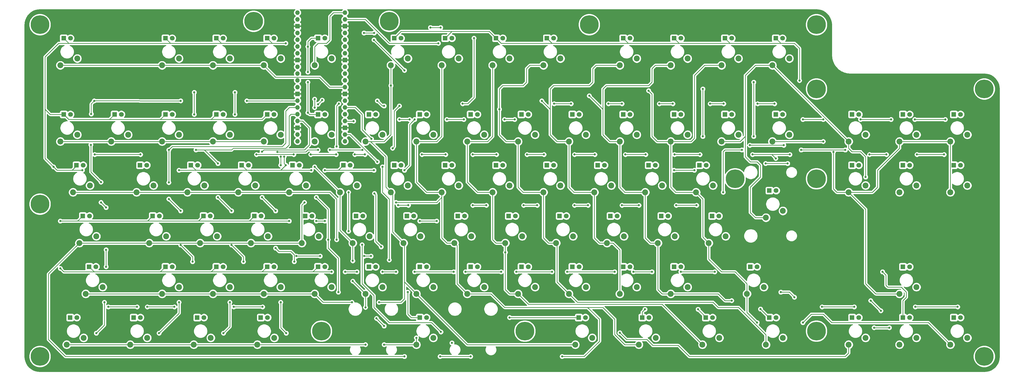
<source format=gtl>
G04 #@! TF.GenerationSoftware,KiCad,Pcbnew,(5.1.10)-1*
G04 #@! TF.CreationDate,2021-09-07T02:49:34+09:00*
G04 #@! TF.ProjectId,KiCAD,4b694341-442e-46b6-9963-61645f706362,rev?*
G04 #@! TF.SameCoordinates,Original*
G04 #@! TF.FileFunction,Copper,L1,Top*
G04 #@! TF.FilePolarity,Positive*
%FSLAX46Y46*%
G04 Gerber Fmt 4.6, Leading zero omitted, Abs format (unit mm)*
G04 Created by KiCad (PCBNEW (5.1.10)-1) date 2021-09-07 02:49:34*
%MOMM*%
%LPD*%
G01*
G04 APERTURE LIST*
G04 #@! TA.AperFunction,ComponentPad*
%ADD10C,2.200000*%
G04 #@! TD*
G04 #@! TA.AperFunction,ComponentPad*
%ADD11O,1.700000X1.700000*%
G04 #@! TD*
G04 #@! TA.AperFunction,ComponentPad*
%ADD12R,1.700000X1.700000*%
G04 #@! TD*
G04 #@! TA.AperFunction,ComponentPad*
%ADD13R,1.800000X1.800000*%
G04 #@! TD*
G04 #@! TA.AperFunction,ComponentPad*
%ADD14C,1.800000*%
G04 #@! TD*
G04 #@! TA.AperFunction,ComponentPad*
%ADD15C,7.000000*%
G04 #@! TD*
G04 #@! TA.AperFunction,ViaPad*
%ADD16C,0.800000*%
G04 #@! TD*
G04 #@! TA.AperFunction,Conductor*
%ADD17C,0.250000*%
G04 #@! TD*
G04 #@! TA.AperFunction,Conductor*
%ADD18C,0.254000*%
G04 #@! TD*
G04 #@! TA.AperFunction,Conductor*
%ADD19C,0.100000*%
G04 #@! TD*
G04 APERTURE END LIST*
D10*
X219710000Y-109855000D03*
X226060000Y-107315000D03*
X157797500Y-147955000D03*
X164147500Y-145415000D03*
X162560000Y-109855000D03*
X168910000Y-107315000D03*
X50641000Y-186055000D03*
X56991000Y-183515000D03*
X100647500Y-147955000D03*
X106997500Y-145415000D03*
X119697500Y-147955000D03*
X126047500Y-145415000D03*
X143510000Y-109855000D03*
X149860000Y-107315000D03*
X124460000Y-109855000D03*
X130810000Y-107315000D03*
X124460000Y-81280000D03*
X130810000Y-78740000D03*
X253047500Y-147955000D03*
X259397500Y-145415000D03*
X98266000Y-186055000D03*
X104616000Y-183515000D03*
X191135000Y-128905000D03*
X197485000Y-126365000D03*
X172085000Y-128905000D03*
X178435000Y-126365000D03*
X86360000Y-81280000D03*
X92710000Y-78740000D03*
X343535000Y-128905000D03*
X349885000Y-126365000D03*
X76835000Y-128905000D03*
X83185000Y-126365000D03*
X53023000Y-128905000D03*
X59373000Y-126365000D03*
X105410000Y-109855000D03*
X111760000Y-107315000D03*
X276860000Y-109855000D03*
X283210000Y-107315000D03*
X381635000Y-109855000D03*
X387985000Y-107315000D03*
X210185000Y-81280000D03*
X216535000Y-78740000D03*
D11*
X137096500Y-61531500D03*
X137096500Y-64071500D03*
D12*
X137096500Y-66611500D03*
D11*
X137096500Y-69151500D03*
X137096500Y-71691500D03*
X137096500Y-74231500D03*
X137096500Y-76771500D03*
D12*
X137096500Y-79311500D03*
D11*
X137096500Y-81851500D03*
X137096500Y-84391500D03*
X137096500Y-86931500D03*
X137096500Y-89471500D03*
D12*
X137096500Y-92011500D03*
D11*
X137096500Y-94551500D03*
X137096500Y-97091500D03*
X137096500Y-99631500D03*
X137096500Y-102171500D03*
D12*
X137096500Y-104711500D03*
D11*
X137096500Y-107251500D03*
X137096500Y-109791500D03*
X154876500Y-109791500D03*
X154876500Y-107251500D03*
D12*
X154876500Y-104711500D03*
D11*
X154876500Y-102171500D03*
X154876500Y-99631500D03*
X154876500Y-97091500D03*
X154876500Y-94551500D03*
D12*
X154876500Y-92011500D03*
D11*
X154876500Y-89471500D03*
X154876500Y-86931500D03*
X154876500Y-84391500D03*
X154876500Y-81851500D03*
D12*
X154876500Y-79311500D03*
D11*
X154876500Y-76771500D03*
X154876500Y-74231500D03*
X154876500Y-71691500D03*
X154876500Y-69151500D03*
D12*
X154876500Y-66611500D03*
D11*
X154876500Y-64071500D03*
X154876500Y-61531500D03*
D10*
X105410000Y-81280000D03*
X111760000Y-78740000D03*
X241141000Y-186055000D03*
X247491000Y-183515000D03*
X312578499Y-138430000D03*
X318928499Y-135890000D03*
X305435000Y-167005000D03*
X311785000Y-164465000D03*
X57785000Y-167005000D03*
X64135000Y-164465000D03*
X55404000Y-147955000D03*
X61754000Y-145415000D03*
X124460000Y-167005000D03*
X130810000Y-164465000D03*
X187960000Y-183515000D03*
X181610000Y-186055000D03*
X381635000Y-186055000D03*
X387985000Y-183515000D03*
X362585000Y-186055000D03*
X368935000Y-183515000D03*
X343535000Y-186055000D03*
X349885000Y-183515000D03*
X312578499Y-186055000D03*
X318928499Y-183515000D03*
X288766000Y-186055000D03*
X295116000Y-183515000D03*
X264953500Y-186055000D03*
X271303500Y-183515000D03*
X122078500Y-186055000D03*
X128428500Y-183515000D03*
X74453500Y-186055000D03*
X80803500Y-183515000D03*
X362585000Y-167005000D03*
X368935000Y-164465000D03*
X276860000Y-167005000D03*
X283210000Y-164465000D03*
X257810000Y-167005000D03*
X264160000Y-164465000D03*
X238760000Y-167005000D03*
X245110000Y-164465000D03*
X219710000Y-167005000D03*
X226060000Y-164465000D03*
X200660000Y-167005000D03*
X207010000Y-164465000D03*
X181610000Y-167005000D03*
X187960000Y-164465000D03*
X162560000Y-167005000D03*
X168910000Y-164465000D03*
X143510000Y-167005000D03*
X149860000Y-164465000D03*
X105410000Y-167005000D03*
X111760000Y-164465000D03*
X86360000Y-167005000D03*
X92710000Y-164465000D03*
X291147500Y-147955000D03*
X297497500Y-145415000D03*
X272097500Y-147955000D03*
X278447500Y-145415000D03*
X233997500Y-147955000D03*
X240347500Y-145415000D03*
X214947500Y-147955000D03*
X221297500Y-145415000D03*
X195897500Y-147955000D03*
X202247500Y-145415000D03*
X176847500Y-147955000D03*
X183197500Y-145415000D03*
X138747500Y-147955000D03*
X145097500Y-145415000D03*
X81597500Y-147955000D03*
X87947500Y-145415000D03*
X381635000Y-128905000D03*
X387985000Y-126365000D03*
X362585000Y-128905000D03*
X368935000Y-126365000D03*
X286385000Y-128905000D03*
X292735000Y-126365000D03*
X267335000Y-128905000D03*
X273685000Y-126365000D03*
X248285000Y-128905000D03*
X254635000Y-126365000D03*
X229235000Y-128905000D03*
X235585000Y-126365000D03*
X210185000Y-128905000D03*
X216535000Y-126365000D03*
X153035000Y-128905000D03*
X159385000Y-126365000D03*
X133985000Y-128905000D03*
X140335000Y-126365000D03*
X114935000Y-128905000D03*
X121285000Y-126365000D03*
X95885000Y-128905000D03*
X102235000Y-126365000D03*
X362585000Y-109855000D03*
X368935000Y-107315000D03*
X343535000Y-109855000D03*
X349885000Y-107315000D03*
X314960000Y-109855000D03*
X321310000Y-107315000D03*
X295910000Y-109855000D03*
X302260000Y-107315000D03*
X257810000Y-109855000D03*
X264160000Y-107315000D03*
X238760000Y-109855000D03*
X245110000Y-107315000D03*
X200660000Y-109855000D03*
X207010000Y-107315000D03*
X181610000Y-109855000D03*
X187960000Y-107315000D03*
X86360000Y-109855000D03*
X92710000Y-107315000D03*
X67310000Y-109855000D03*
X73660000Y-107315000D03*
X48260000Y-109855000D03*
X54610000Y-107315000D03*
X314960000Y-81280000D03*
X321310000Y-78740000D03*
X295910000Y-81280000D03*
X302260000Y-78740000D03*
X276860000Y-81280000D03*
X283210000Y-78740000D03*
X257810000Y-81280000D03*
X264160000Y-78740000D03*
X229235000Y-81280000D03*
X235585000Y-78740000D03*
X191135000Y-81280000D03*
X197485000Y-78740000D03*
X172085000Y-81280000D03*
X178435000Y-78740000D03*
X143510000Y-81280000D03*
X149860000Y-78740000D03*
X48260000Y-81280000D03*
X54610000Y-78740000D03*
D13*
X49530000Y-71120000D03*
D14*
X52070000Y-71120000D03*
D13*
X87630000Y-99695000D03*
D14*
X90170000Y-99695000D03*
D13*
X382905000Y-99695000D03*
D14*
X385445000Y-99695000D03*
D13*
X344805000Y-118745000D03*
D14*
X347345000Y-118745000D03*
X275907500Y-137795000D03*
D13*
X273367500Y-137795000D03*
X306705000Y-156845000D03*
D14*
X309245000Y-156845000D03*
X90170000Y-71120000D03*
D13*
X87630000Y-71120000D03*
D14*
X109220000Y-99695000D03*
D13*
X106680000Y-99695000D03*
D14*
X56833000Y-118745000D03*
D13*
X54293000Y-118745000D03*
D14*
X366395000Y-118745000D03*
D13*
X363855000Y-118745000D03*
X292417500Y-137795000D03*
D14*
X294957500Y-137795000D03*
X366395000Y-156845000D03*
D13*
X363855000Y-156845000D03*
X106680000Y-71120000D03*
D14*
X109220000Y-71120000D03*
D13*
X125730000Y-99695000D03*
D14*
X128270000Y-99695000D03*
D13*
X78105000Y-118745000D03*
D14*
X80645000Y-118745000D03*
D13*
X382905000Y-118745000D03*
D14*
X385445000Y-118745000D03*
X61595000Y-156845000D03*
D13*
X59055000Y-156845000D03*
X51911000Y-175895000D03*
D14*
X54451000Y-175895000D03*
X128270000Y-71120000D03*
D13*
X125730000Y-71120000D03*
D14*
X147320000Y-99695000D03*
D13*
X144780000Y-99695000D03*
D14*
X99695000Y-118745000D03*
D13*
X97155000Y-118745000D03*
D14*
X59214000Y-137795000D03*
D13*
X56674000Y-137795000D03*
X87630000Y-156845000D03*
D14*
X90170000Y-156845000D03*
X78263500Y-175895000D03*
D13*
X75723500Y-175895000D03*
X144780000Y-71120000D03*
D14*
X147320000Y-71120000D03*
D13*
X163830000Y-99695000D03*
D14*
X166370000Y-99695000D03*
D13*
X116205000Y-118745000D03*
D14*
X118745000Y-118745000D03*
D13*
X82867500Y-137795000D03*
D14*
X85407500Y-137795000D03*
X109220000Y-156845000D03*
D13*
X106680000Y-156845000D03*
X99536000Y-175895000D03*
D14*
X102076000Y-175895000D03*
X175895000Y-71120000D03*
D13*
X173355000Y-71120000D03*
D14*
X185420000Y-99695000D03*
D13*
X182880000Y-99695000D03*
D14*
X137795000Y-118745000D03*
D13*
X135255000Y-118745000D03*
D14*
X104457500Y-137795000D03*
D13*
X101917500Y-137795000D03*
D14*
X128270000Y-156845000D03*
D13*
X125730000Y-156845000D03*
D14*
X125888500Y-175895000D03*
D13*
X123348500Y-175895000D03*
D14*
X194945000Y-71120000D03*
D13*
X192405000Y-71120000D03*
X201930000Y-99695000D03*
D14*
X204470000Y-99695000D03*
D13*
X154305000Y-118745000D03*
D14*
X156845000Y-118745000D03*
D13*
X120967500Y-137795000D03*
D14*
X123507500Y-137795000D03*
D13*
X144780000Y-156845000D03*
D14*
X147320000Y-156845000D03*
D13*
X182880000Y-175895000D03*
D14*
X185420000Y-175895000D03*
D13*
X211455000Y-71120000D03*
D14*
X213995000Y-71120000D03*
X223520000Y-99695000D03*
D13*
X220980000Y-99695000D03*
D14*
X175895000Y-118745000D03*
D13*
X173355000Y-118745000D03*
D14*
X142557500Y-137795000D03*
D13*
X140017500Y-137795000D03*
D14*
X166370000Y-156845000D03*
D13*
X163830000Y-156845000D03*
D14*
X244951000Y-175895000D03*
D13*
X242411000Y-175895000D03*
D14*
X233045000Y-71120000D03*
D13*
X230505000Y-71120000D03*
X240030000Y-99695000D03*
D14*
X242570000Y-99695000D03*
D13*
X192405000Y-118745000D03*
D14*
X194945000Y-118745000D03*
D13*
X159067500Y-137795000D03*
D14*
X161607500Y-137795000D03*
D13*
X182880000Y-156845000D03*
D14*
X185420000Y-156845000D03*
X268763500Y-175895000D03*
D13*
X266223500Y-175895000D03*
X259080000Y-71120000D03*
D14*
X261620000Y-71120000D03*
X261620000Y-99695000D03*
D13*
X259080000Y-99695000D03*
D14*
X213995000Y-118745000D03*
D13*
X211455000Y-118745000D03*
D14*
X180657500Y-137795000D03*
D13*
X178117500Y-137795000D03*
D14*
X204470000Y-156845000D03*
D13*
X201930000Y-156845000D03*
X290036000Y-175895000D03*
D14*
X292576000Y-175895000D03*
X280670000Y-71120000D03*
D13*
X278130000Y-71120000D03*
X278130000Y-99695000D03*
D14*
X280670000Y-99695000D03*
D13*
X230505000Y-118745000D03*
D14*
X233045000Y-118745000D03*
D13*
X197167500Y-137795000D03*
D14*
X199707500Y-137795000D03*
D13*
X220980000Y-156845000D03*
D14*
X223520000Y-156845000D03*
D13*
X313848499Y-175895000D03*
D14*
X316388499Y-175895000D03*
D13*
X297180000Y-71120000D03*
D14*
X299720000Y-71120000D03*
X299720000Y-99695000D03*
D13*
X297180000Y-99695000D03*
D14*
X252095000Y-118745000D03*
D13*
X249555000Y-118745000D03*
D14*
X218757500Y-137795000D03*
D13*
X216217500Y-137795000D03*
X240030000Y-156845000D03*
D14*
X242570000Y-156845000D03*
X347345000Y-175895000D03*
D13*
X344805000Y-175895000D03*
D14*
X318770000Y-71120000D03*
D13*
X316230000Y-71120000D03*
X316230000Y-99695000D03*
D14*
X318770000Y-99695000D03*
D13*
X268605000Y-118745000D03*
D14*
X271145000Y-118745000D03*
D13*
X235267500Y-137795000D03*
D14*
X237807500Y-137795000D03*
D13*
X259080000Y-156845000D03*
D14*
X261620000Y-156845000D03*
D13*
X363855000Y-175895000D03*
D14*
X366395000Y-175895000D03*
D13*
X49530000Y-99695000D03*
D14*
X52070000Y-99695000D03*
X347345000Y-99695000D03*
D13*
X344805000Y-99695000D03*
D14*
X290195000Y-118745000D03*
D13*
X287655000Y-118745000D03*
D14*
X256857500Y-137795000D03*
D13*
X254317500Y-137795000D03*
D14*
X280670000Y-156845000D03*
D13*
X278130000Y-156845000D03*
D14*
X385445000Y-175895000D03*
D13*
X382905000Y-175895000D03*
D14*
X71120000Y-99695000D03*
D13*
X68580000Y-99695000D03*
X363855000Y-99695000D03*
D14*
X366395000Y-99695000D03*
D13*
X313848499Y-128270000D03*
D14*
X316388499Y-128270000D03*
D15*
X40640000Y-133350000D03*
X40640000Y-66040000D03*
X120650000Y-64770000D03*
X40640000Y-190500000D03*
X171450000Y-64770000D03*
X331470000Y-66040000D03*
X246380000Y-66040000D03*
X394335000Y-90170000D03*
X331470000Y-180975000D03*
X300990000Y-123825000D03*
X222250000Y-180975000D03*
X394335000Y-190500000D03*
X331470000Y-123825000D03*
X146050000Y-180975000D03*
X331470000Y-90170000D03*
D16*
X165735000Y-71755000D03*
X177165000Y-83185000D03*
X164782500Y-108902500D03*
X306549999Y-111280001D03*
X319249999Y-111280001D03*
X303530000Y-113030000D03*
X158115000Y-102235000D03*
X325755000Y-113030000D03*
X342265000Y-113030000D03*
X296545000Y-128905000D03*
X165930153Y-129344847D03*
X168430001Y-149380001D03*
X318135000Y-166370000D03*
X323215000Y-168275000D03*
X171450000Y-154305000D03*
X168910000Y-119380000D03*
X167005000Y-117475000D03*
X194945000Y-185420000D03*
X156210000Y-128905000D03*
X161290000Y-148590000D03*
X156210000Y-143510000D03*
X190817500Y-181292500D03*
X143510000Y-93980000D03*
X143510000Y-97155000D03*
X162560000Y-186055000D03*
X169545000Y-186055000D03*
X157797500Y-154622500D03*
X157797500Y-162242500D03*
X162560000Y-172085000D03*
X166687500Y-176212500D03*
X169545000Y-179070000D03*
X181610000Y-183515000D03*
X143510000Y-119380000D03*
X157480000Y-170180000D03*
X172085000Y-88900000D03*
X167640000Y-170180000D03*
X139700000Y-132715000D03*
X165798500Y-69151500D03*
X161988500Y-69151500D03*
X177165000Y-190500000D03*
X190500000Y-190500000D03*
X173990000Y-132715000D03*
X201930000Y-190500000D03*
X236220000Y-190500000D03*
X151765000Y-146685000D03*
X214947500Y-151447500D03*
X189865000Y-73025000D03*
X129540000Y-113755000D03*
X161380000Y-113030000D03*
X169545000Y-96520000D03*
X175260000Y-96520000D03*
X167005000Y-94615000D03*
X144780000Y-113030000D03*
X149225000Y-113030000D03*
X212725000Y-97790000D03*
X172720000Y-112395000D03*
X257810000Y-181610000D03*
X228600000Y-94615000D03*
X299720000Y-169545000D03*
X246380000Y-92710000D03*
X351790000Y-169545000D03*
X355600000Y-173355000D03*
X268605000Y-90805000D03*
X309245000Y-177800000D03*
X326390000Y-177800000D03*
X349885000Y-123190000D03*
X288925000Y-107950000D03*
X288925000Y-90170000D03*
X307975000Y-87630000D03*
X307975000Y-107950000D03*
X337820000Y-113755000D03*
X334010000Y-109855000D03*
X65405000Y-134620000D03*
X63500000Y-132715000D03*
X59690000Y-111125000D03*
X63500000Y-125095000D03*
X61747500Y-181762500D03*
X64770000Y-170180000D03*
X59842500Y-99542500D03*
X60960000Y-94615000D03*
X93345000Y-94615000D03*
X118110000Y-94615000D03*
X65405000Y-150495000D03*
X65405000Y-156845000D03*
X88900000Y-113030000D03*
X93345000Y-135890000D03*
X88900000Y-131445000D03*
X97790000Y-154940000D03*
X93345000Y-148680000D03*
X88900000Y-125247500D03*
X85242500Y-181762500D03*
X92710000Y-170180000D03*
X112395000Y-135890000D03*
X107315000Y-130810000D03*
X116840000Y-154940000D03*
X112395000Y-148680000D03*
X107315000Y-118110000D03*
X99060000Y-113030000D03*
X109372500Y-181762500D03*
X111760000Y-170180000D03*
X98425000Y-99695000D03*
X98425000Y-91440000D03*
X123825000Y-130810000D03*
X128905000Y-135890000D03*
X123825000Y-113665000D03*
X135890000Y-154940000D03*
X128905000Y-149860000D03*
X130810000Y-170180000D03*
X132867500Y-181762500D03*
X113665000Y-91440000D03*
X113665000Y-99695000D03*
X144145000Y-130810000D03*
X152400000Y-166370000D03*
X148590000Y-146685000D03*
X130810000Y-118745000D03*
X130810000Y-115570000D03*
X140970000Y-87630000D03*
X140970000Y-83820000D03*
X140970000Y-99060000D03*
X132715000Y-118745000D03*
X142240000Y-120650000D03*
X147320000Y-120650000D03*
X165735000Y-120650000D03*
X92710000Y-120650000D03*
X133985000Y-139700000D03*
X178435000Y-166370000D03*
X358775000Y-179705000D03*
X353060000Y-179705000D03*
X149860000Y-158750000D03*
X154940000Y-158750000D03*
X159385000Y-158750000D03*
X168910000Y-158750000D03*
X173990000Y-158750000D03*
X48260000Y-157480000D03*
X48260000Y-139700000D03*
X56515000Y-120650000D03*
X45720000Y-119380000D03*
X132715000Y-73025000D03*
X140970000Y-74295000D03*
X320675000Y-118110000D03*
X180975000Y-101600000D03*
X177165000Y-120650000D03*
X325120000Y-86995000D03*
X285750000Y-120650000D03*
X278130000Y-120650000D03*
X347980000Y-101600000D03*
X359410000Y-101600000D03*
X368300000Y-101600000D03*
X379730000Y-101600000D03*
X326390000Y-101600000D03*
X334010000Y-101600000D03*
X214630000Y-101600000D03*
X218440000Y-101600000D03*
X193040000Y-101600000D03*
X199390000Y-101600000D03*
X175260000Y-101600000D03*
X179070000Y-101600000D03*
X189230000Y-139700000D03*
X182880000Y-139700000D03*
X144145000Y-139700000D03*
X147320000Y-139700000D03*
X132080000Y-115570000D03*
X144780000Y-95885000D03*
X146320000Y-94345000D03*
X356235000Y-158750000D03*
X287119990Y-172819990D03*
X310515000Y-172720000D03*
X267235010Y-172819990D03*
X216535000Y-175895000D03*
X180975000Y-158750000D03*
X195580000Y-158750000D03*
X200025000Y-158750000D03*
X213360000Y-158750000D03*
X219075000Y-158750000D03*
X232410000Y-158750000D03*
X255905000Y-158750000D03*
X262890000Y-158750000D03*
X269875000Y-158750000D03*
X280670000Y-158750000D03*
X293370000Y-158750000D03*
X238125000Y-158750000D03*
X312420000Y-118110000D03*
X121730000Y-114745000D03*
X142050000Y-114745000D03*
X151575000Y-114745000D03*
X158560000Y-114745000D03*
X152590000Y-95695000D03*
X151765000Y-111760000D03*
X186880000Y-67120000D03*
X190690000Y-67120000D03*
X162370000Y-114745000D03*
X278320000Y-114745000D03*
X287845000Y-114745000D03*
X198945000Y-95695000D03*
X203200000Y-71120000D03*
X351345000Y-114745000D03*
X357695000Y-114745000D03*
X369125000Y-114745000D03*
X379285000Y-114745000D03*
X183705000Y-114745000D03*
X192595000Y-114745000D03*
X202755000Y-114745000D03*
X211645000Y-114745000D03*
X223075000Y-114745000D03*
X229425000Y-114745000D03*
X240855000Y-114745000D03*
X248475000Y-114745000D03*
X259905000Y-114745000D03*
X267525000Y-114745000D03*
X315785000Y-95695000D03*
X309435000Y-95695000D03*
X291655000Y-95695000D03*
X296735000Y-95695000D03*
X277685000Y-95695000D03*
X272605000Y-95695000D03*
X253555000Y-95695000D03*
X258635000Y-95695000D03*
X233235000Y-95695000D03*
X239585000Y-95695000D03*
X286575000Y-133795000D03*
X278955000Y-133795000D03*
X264985000Y-133795000D03*
X258635000Y-133795000D03*
X240855000Y-133795000D03*
X221805000Y-133795000D03*
X226885000Y-133795000D03*
X245935000Y-133795000D03*
X207835000Y-133795000D03*
X202755000Y-133795000D03*
X174815000Y-133795000D03*
X178625000Y-133795000D03*
X61150000Y-114745000D03*
X78295000Y-114745000D03*
X135700000Y-114745000D03*
X136709990Y-152850010D03*
X145599990Y-152850010D03*
X333565000Y-171895000D03*
X345630000Y-171895000D03*
X368490000Y-171895000D03*
X384365000Y-171895000D03*
X124015000Y-171895000D03*
X113220000Y-171895000D03*
X90995000Y-171895000D03*
X80835000Y-171895000D03*
X66230000Y-171895000D03*
X77025000Y-171895000D03*
X162109990Y-152850010D03*
X164649990Y-152850010D03*
X307530000Y-114745000D03*
X321500000Y-114745000D03*
X316230000Y-116205000D03*
D17*
X165735000Y-71755000D02*
X177165000Y-83185000D01*
X161290000Y-105410000D02*
X164782500Y-108902500D01*
X161290000Y-99695000D02*
X161290000Y-105410000D01*
X158686500Y-97091500D02*
X161290000Y-99695000D01*
X154876500Y-97091500D02*
X158686500Y-97091500D01*
X306549999Y-111280001D02*
X319249999Y-111280001D01*
X296545000Y-113665000D02*
X297180000Y-113030000D01*
X297180000Y-113030000D02*
X303530000Y-113030000D01*
X154940000Y-102235000D02*
X154876500Y-102171500D01*
X158115000Y-102235000D02*
X154940000Y-102235000D01*
X325755000Y-113030000D02*
X342265000Y-113030000D01*
X296545000Y-119380000D02*
X296545000Y-113665000D01*
X296545000Y-119380000D02*
X296545000Y-128905000D01*
X166370000Y-147320000D02*
X168430001Y-149380001D01*
X166370000Y-129784694D02*
X166370000Y-147320000D01*
X165930153Y-129344847D02*
X166370000Y-129784694D01*
X171450000Y-131445000D02*
X171450000Y-154305000D01*
X168910000Y-128905000D02*
X171450000Y-131445000D01*
X156781500Y-107251500D02*
X165100000Y-115570000D01*
X168910000Y-119380000D02*
X168910000Y-128905000D01*
X154876500Y-107251500D02*
X156781500Y-107251500D01*
X321310000Y-166370000D02*
X323215000Y-168275000D01*
X318135000Y-166370000D02*
X321310000Y-166370000D01*
X168910000Y-119380000D02*
X168910000Y-119380000D01*
X167005000Y-117475000D02*
X165100000Y-115570000D01*
X187325000Y-177800000D02*
X190817500Y-181292500D01*
X171450000Y-177800000D02*
X187325000Y-177800000D01*
X165735000Y-172085000D02*
X171450000Y-177800000D01*
X165735000Y-167640000D02*
X165735000Y-172085000D01*
X161290000Y-163195000D02*
X165735000Y-167640000D01*
X161290000Y-148590000D02*
X161290000Y-163195000D01*
X156210000Y-128905000D02*
X156210000Y-143510000D01*
X161290000Y-148590000D02*
X161290000Y-148590000D01*
X156210000Y-143510000D02*
X156210000Y-143510000D01*
X50641000Y-186055000D02*
X122078500Y-186055000D01*
X127997502Y-186055000D02*
X162560000Y-186055000D01*
X122078500Y-186055000D02*
X127997502Y-186055000D01*
X157797500Y-147955000D02*
X153035000Y-143192500D01*
X153035000Y-143192500D02*
X153035000Y-128905000D01*
X181610000Y-183515000D02*
X181610000Y-186055000D01*
X169545000Y-179070000D02*
X169545000Y-179070000D01*
X162560000Y-167005000D02*
X162560000Y-172085000D01*
X157797500Y-162242500D02*
X157797500Y-162242500D01*
X157797500Y-147955000D02*
X157797500Y-154622500D01*
X150558500Y-61531500D02*
X154876500Y-61531500D01*
X149225000Y-62865000D02*
X150558500Y-61531500D01*
X147955000Y-73025000D02*
X149225000Y-71755000D01*
X144780000Y-73025000D02*
X147955000Y-73025000D01*
X143510000Y-74295000D02*
X144780000Y-73025000D01*
X149225000Y-71755000D02*
X149225000Y-62865000D01*
X143510000Y-81280000D02*
X143510000Y-74295000D01*
X143510000Y-93980000D02*
X143510000Y-97155000D01*
X169545000Y-186055000D02*
X181610000Y-186055000D01*
X157797500Y-162242500D02*
X162560000Y-167005000D01*
X162560000Y-172085000D02*
X162560000Y-172085000D01*
X166687500Y-176212500D02*
X169545000Y-179070000D01*
X181610000Y-183515000D02*
X181610000Y-183515000D01*
X153035000Y-128905000D02*
X143510000Y-119380000D01*
X57785000Y-167005000D02*
X143510000Y-167005000D01*
X181610000Y-167005000D02*
X177165000Y-162560000D01*
X177165000Y-148272500D02*
X176847500Y-147955000D01*
X177165000Y-162560000D02*
X177165000Y-148272500D01*
X176847500Y-147955000D02*
X172720000Y-143827500D01*
X172720000Y-129540000D02*
X172085000Y-128905000D01*
X172720000Y-143827500D02*
X172720000Y-129540000D01*
X200660000Y-186055000D02*
X181610000Y-167005000D01*
X241141000Y-186055000D02*
X200660000Y-186055000D01*
X157480000Y-170180000D02*
X157480000Y-170180000D01*
X172085000Y-107315000D02*
X172085000Y-81280000D01*
X169545000Y-109855000D02*
X172085000Y-107315000D01*
X162560000Y-109855000D02*
X169545000Y-109855000D01*
X162560000Y-109855000D02*
X164465000Y-109855000D01*
X164465000Y-109855000D02*
X170180000Y-115570000D01*
X170180000Y-127000000D02*
X172085000Y-128905000D01*
X170180000Y-115570000D02*
X170180000Y-127000000D01*
X146685000Y-170180000D02*
X143510000Y-167005000D01*
X157480000Y-170180000D02*
X146685000Y-170180000D01*
X177165000Y-168910000D02*
X177165000Y-162560000D01*
X175895000Y-170180000D02*
X177165000Y-168910000D01*
X167640000Y-170180000D02*
X175895000Y-170180000D01*
X55404000Y-147955000D02*
X138747500Y-147955000D01*
X209550000Y-167005000D02*
X200660000Y-167005000D01*
X214630000Y-172085000D02*
X209550000Y-167005000D01*
X255905000Y-182245000D02*
X255905000Y-176530000D01*
X255905000Y-176530000D02*
X251460000Y-172085000D01*
X259715000Y-186055000D02*
X255905000Y-182245000D01*
X264953500Y-186055000D02*
X259715000Y-186055000D01*
X200660000Y-167005000D02*
X196850000Y-163195000D01*
X196850000Y-148907500D02*
X195897500Y-147955000D01*
X196850000Y-163195000D02*
X196850000Y-148907500D01*
X195897500Y-147955000D02*
X193040000Y-147955000D01*
X191135000Y-146050000D02*
X191135000Y-132715000D01*
X193040000Y-147955000D02*
X191135000Y-146050000D01*
X191135000Y-128905000D02*
X185420000Y-128905000D01*
X181610000Y-125095000D02*
X181610000Y-109855000D01*
X185420000Y-128905000D02*
X181610000Y-125095000D01*
X181610000Y-109855000D02*
X189230000Y-109855000D01*
X191135000Y-107950000D02*
X191135000Y-81280000D01*
X189230000Y-109855000D02*
X191135000Y-107950000D01*
X251460000Y-172085000D02*
X244475000Y-172085000D01*
X244475000Y-172085000D02*
X214630000Y-172085000D01*
X43815000Y-159544000D02*
X55404000Y-147955000D01*
X43815000Y-184150000D02*
X43815000Y-159544000D01*
X50165000Y-190500000D02*
X43815000Y-184150000D01*
X244475000Y-190500000D02*
X236220000Y-190500000D01*
X250190000Y-176530000D02*
X250190000Y-184785000D01*
X250190000Y-184785000D02*
X244475000Y-190500000D01*
X245745000Y-172085000D02*
X250190000Y-176530000D01*
X244475000Y-172085000D02*
X245745000Y-172085000D01*
X138747500Y-133667500D02*
X139700000Y-132715000D01*
X138747500Y-147955000D02*
X138747500Y-133667500D01*
X191135000Y-130810000D02*
X189230000Y-132715000D01*
X191135000Y-128905000D02*
X191135000Y-130810000D01*
X191135000Y-130810000D02*
X191135000Y-132715000D01*
X161988500Y-69151500D02*
X165798500Y-69151500D01*
X177165000Y-190500000D02*
X50165000Y-190500000D01*
X179070000Y-132715000D02*
X173990000Y-132715000D01*
X189230000Y-132715000D02*
X179070000Y-132715000D01*
X201930000Y-190500000D02*
X190500000Y-190500000D01*
X53023000Y-128905000D02*
X133985000Y-128905000D01*
X288766000Y-186055000D02*
X273685000Y-170974000D01*
X223679000Y-170974000D02*
X219710000Y-167005000D01*
X273685000Y-170974000D02*
X223679000Y-170974000D01*
X219710000Y-167005000D02*
X216535000Y-167005000D01*
X214947500Y-165417500D02*
X214947500Y-151447500D01*
X216535000Y-167005000D02*
X214947500Y-165417500D01*
X214947500Y-147955000D02*
X211455000Y-147955000D01*
X210185000Y-146685000D02*
X210185000Y-128905000D01*
X211455000Y-147955000D02*
X210185000Y-146685000D01*
X210185000Y-128905000D02*
X204470000Y-128905000D01*
X200660000Y-125095000D02*
X200660000Y-109855000D01*
X204470000Y-128905000D02*
X200660000Y-125095000D01*
X200660000Y-109855000D02*
X208280000Y-109855000D01*
X208280000Y-109855000D02*
X210185000Y-107950000D01*
X210185000Y-107950000D02*
X210185000Y-81280000D01*
X144145000Y-128905000D02*
X133985000Y-128905000D01*
X144780000Y-128905000D02*
X144145000Y-128905000D01*
X214947500Y-150812500D02*
X214947500Y-147955000D01*
X214947500Y-151447500D02*
X214947500Y-150812500D01*
X162496500Y-64071500D02*
X154876500Y-64071500D01*
X171450000Y-73025000D02*
X162496500Y-64071500D01*
X186055000Y-73025000D02*
X171450000Y-73025000D01*
X149225000Y-128905000D02*
X144145000Y-128905000D01*
X151765000Y-146685000D02*
X151765000Y-131445000D01*
X151765000Y-131445000D02*
X149225000Y-128905000D01*
X186055000Y-73025000D02*
X189865000Y-73025000D01*
X48260000Y-109855000D02*
X124460000Y-109855000D01*
X312578499Y-182403499D02*
X312578499Y-186055000D01*
X302260000Y-172085000D02*
X312578499Y-182403499D01*
X294640000Y-172085000D02*
X302260000Y-172085000D01*
X292735000Y-170180000D02*
X294640000Y-172085000D01*
X241935000Y-170180000D02*
X292735000Y-170180000D01*
X238760000Y-167005000D02*
X241935000Y-170180000D01*
X229235000Y-128905000D02*
X221615000Y-128905000D01*
X219710000Y-127000000D02*
X219710000Y-114300000D01*
X221615000Y-128905000D02*
X219710000Y-127000000D01*
X233997500Y-147955000D02*
X231140000Y-147955000D01*
X229235000Y-146050000D02*
X229235000Y-128905000D01*
X231140000Y-147955000D02*
X229235000Y-146050000D01*
X238760000Y-167005000D02*
X234315000Y-162560000D01*
X234315000Y-148272500D02*
X233997500Y-147955000D01*
X234315000Y-162560000D02*
X234315000Y-148272500D01*
X219710000Y-114300000D02*
X219710000Y-109855000D01*
X140245000Y-113755000D02*
X129540000Y-113755000D01*
X140970000Y-113030000D02*
X140245000Y-113755000D01*
X142240000Y-113030000D02*
X140970000Y-113030000D01*
X161380000Y-113030000D02*
X149225000Y-113030000D01*
X172720000Y-112395000D02*
X173355000Y-111760000D01*
X229235000Y-81280000D02*
X224155000Y-81280000D01*
X224155000Y-81280000D02*
X222885000Y-82550000D01*
X222885000Y-82550000D02*
X222885000Y-87630000D01*
X222885000Y-87630000D02*
X221615000Y-88900000D01*
X221615000Y-88900000D02*
X213995000Y-88900000D01*
X213995000Y-88900000D02*
X212725000Y-90170000D01*
X212725000Y-107315000D02*
X212725000Y-107315000D01*
X215265000Y-109855000D02*
X219710000Y-109855000D01*
X173355000Y-111760000D02*
X173355000Y-98425000D01*
X168910000Y-96520000D02*
X169545000Y-96520000D01*
X166941500Y-94551500D02*
X167005000Y-94615000D01*
X173355000Y-98425000D02*
X175260000Y-96520000D01*
X167005000Y-94615000D02*
X168910000Y-96520000D01*
X212725000Y-107315000D02*
X215265000Y-109855000D01*
X144780000Y-113030000D02*
X142240000Y-113030000D01*
X212725000Y-90170000D02*
X212725000Y-97790000D01*
X212725000Y-97790000D02*
X212725000Y-107315000D01*
X212725000Y-97790000D02*
X212725000Y-97790000D01*
X124460000Y-81280000D02*
X105410000Y-81280000D01*
X86360000Y-81280000D02*
X105410000Y-81280000D01*
X48260000Y-81280000D02*
X86360000Y-81280000D01*
X248285000Y-128905000D02*
X240665000Y-128905000D01*
X238760000Y-127000000D02*
X238760000Y-109855000D01*
X240665000Y-128905000D02*
X238760000Y-127000000D01*
X253047500Y-147955000D02*
X250190000Y-147955000D01*
X248285000Y-146050000D02*
X248285000Y-128905000D01*
X250190000Y-147955000D02*
X248285000Y-146050000D01*
X253047500Y-147955000D02*
X255270000Y-147955000D01*
X257810000Y-150495000D02*
X257810000Y-167005000D01*
X255270000Y-147955000D02*
X257810000Y-150495000D01*
X343535000Y-189230000D02*
X343535000Y-186055000D01*
X342265000Y-190500000D02*
X343535000Y-189230000D01*
X283845000Y-190500000D02*
X342265000Y-190500000D01*
X270192500Y-186372500D02*
X279717500Y-186372500D01*
X267970000Y-184150000D02*
X270192500Y-186372500D01*
X260350000Y-184150000D02*
X267970000Y-184150000D01*
X257810000Y-181610000D02*
X260350000Y-184150000D01*
X279717500Y-186372500D02*
X283845000Y-190500000D01*
X257810000Y-81280000D02*
X249555000Y-81280000D01*
X249555000Y-81280000D02*
X248920000Y-81280000D01*
X248920000Y-81280000D02*
X247650000Y-82550000D01*
X247650000Y-82550000D02*
X247650000Y-87630000D01*
X247650000Y-87630000D02*
X246380000Y-88900000D01*
X246380000Y-88900000D02*
X233045000Y-88900000D01*
X233045000Y-88900000D02*
X231775000Y-90170000D01*
X231775000Y-90170000D02*
X231775000Y-97790000D01*
X231775000Y-107315000D02*
X234315000Y-109855000D01*
X231775000Y-97790000D02*
X231775000Y-107315000D01*
X234315000Y-109855000D02*
X238760000Y-109855000D01*
X128936499Y-85756499D02*
X145446499Y-85756499D01*
X124460000Y-81280000D02*
X128936499Y-85756499D01*
X149161500Y-89471500D02*
X154876500Y-89471500D01*
X145446499Y-85756499D02*
X149161500Y-89471500D01*
X228600000Y-94615000D02*
X231775000Y-97790000D01*
X299720000Y-169545000D02*
X297180000Y-169545000D01*
X294640000Y-167005000D02*
X276860000Y-167005000D01*
X297180000Y-169545000D02*
X294640000Y-167005000D01*
X276860000Y-167005000D02*
X273685000Y-167005000D01*
X272097500Y-165417500D02*
X272097500Y-147955000D01*
X273685000Y-167005000D02*
X272097500Y-165417500D01*
X272097500Y-147955000D02*
X269240000Y-147955000D01*
X267335000Y-146050000D02*
X267335000Y-128905000D01*
X269240000Y-147955000D02*
X267335000Y-146050000D01*
X267335000Y-128905000D02*
X259715000Y-128905000D01*
X257810000Y-127000000D02*
X257810000Y-109855000D01*
X259715000Y-128905000D02*
X257810000Y-127000000D01*
X251460000Y-93345000D02*
X251460000Y-97790000D01*
X251460000Y-90170000D02*
X251460000Y-93345000D01*
X252730000Y-88900000D02*
X251460000Y-90170000D01*
X268605000Y-88900000D02*
X252730000Y-88900000D01*
X269875000Y-82550000D02*
X269875000Y-87630000D01*
X271145000Y-81280000D02*
X269875000Y-82550000D01*
X269875000Y-87630000D02*
X268605000Y-88900000D01*
X276860000Y-81280000D02*
X271145000Y-81280000D01*
X254000000Y-109855000D02*
X251460000Y-107315000D01*
X257810000Y-109855000D02*
X254000000Y-109855000D01*
X251460000Y-97790000D02*
X251460000Y-107315000D01*
X246380000Y-92710000D02*
X251460000Y-97790000D01*
X355600000Y-173355000D02*
X351790000Y-169545000D01*
X284480000Y-109855000D02*
X276860000Y-109855000D01*
X285750000Y-85090000D02*
X285750000Y-108585000D01*
X285750000Y-108585000D02*
X284480000Y-109855000D01*
X289560000Y-81280000D02*
X285750000Y-85090000D01*
X295910000Y-81280000D02*
X289560000Y-81280000D01*
X288925000Y-145732500D02*
X291147500Y-147955000D01*
X288925000Y-131445000D02*
X288925000Y-145732500D01*
X286385000Y-128905000D02*
X288925000Y-131445000D01*
X291147500Y-147955000D02*
X291147500Y-153987500D01*
X291147500Y-153987500D02*
X295910000Y-158750000D01*
X295910000Y-158750000D02*
X300990000Y-158750000D01*
X305435000Y-163195000D02*
X305435000Y-167005000D01*
X300990000Y-158750000D02*
X305435000Y-163195000D01*
X305435000Y-173990000D02*
X305435000Y-167005000D01*
X309245000Y-177800000D02*
X309245000Y-177800000D01*
X329565000Y-174625000D02*
X326390000Y-177800000D01*
X334010000Y-174625000D02*
X329565000Y-174625000D01*
X337185000Y-177800000D02*
X334010000Y-174625000D01*
X373380000Y-177800000D02*
X337185000Y-177800000D01*
X381635000Y-186055000D02*
X373380000Y-177800000D01*
X268605000Y-90805000D02*
X269875000Y-92075000D01*
X269875000Y-107950000D02*
X271780000Y-109855000D01*
X271780000Y-109855000D02*
X276860000Y-109855000D01*
X269875000Y-92075000D02*
X269875000Y-93980000D01*
X269875000Y-93980000D02*
X269875000Y-107950000D01*
X269875000Y-92710000D02*
X269875000Y-93980000D01*
X276860000Y-127000000D02*
X278765000Y-128905000D01*
X276860000Y-127000000D02*
X276860000Y-109855000D01*
X278765000Y-128905000D02*
X286385000Y-128905000D01*
X309245000Y-177800000D02*
X305435000Y-173990000D01*
X326390000Y-177800000D02*
X326390000Y-177800000D01*
X343535000Y-109855000D02*
X314960000Y-81280000D01*
X295910000Y-109855000D02*
X302895000Y-109855000D01*
X302895000Y-109855000D02*
X304800000Y-107950000D01*
X304800000Y-107950000D02*
X304800000Y-85090000D01*
X308610000Y-81280000D02*
X314960000Y-81280000D01*
X304800000Y-85090000D02*
X308610000Y-81280000D01*
X343535000Y-109855000D02*
X343535000Y-112395000D01*
X343535000Y-112395000D02*
X344805000Y-113665000D01*
X344805000Y-113665000D02*
X347980000Y-113665000D01*
X347980000Y-113665000D02*
X349885000Y-115570000D01*
X349885000Y-115570000D02*
X349885000Y-123190000D01*
X288925000Y-90170000D02*
X288925000Y-107950000D01*
X308610000Y-138430000D02*
X312578499Y-138430000D01*
X306705000Y-136525000D02*
X308610000Y-138430000D01*
X306705000Y-127000000D02*
X306705000Y-136525000D01*
X310515000Y-123190000D02*
X306705000Y-127000000D01*
X310515000Y-118745000D02*
X310515000Y-123190000D01*
X309245000Y-117475000D02*
X310515000Y-118745000D01*
X306705000Y-117475000D02*
X309245000Y-117475000D01*
X304800000Y-115570000D02*
X306705000Y-117475000D01*
X304800000Y-107950000D02*
X304800000Y-115570000D01*
X381635000Y-117629998D02*
X381635000Y-109855000D01*
X381635000Y-128905000D02*
X381635000Y-117629998D01*
X381635000Y-109855000D02*
X362585000Y-109855000D01*
X352425000Y-128905000D02*
X343535000Y-128905000D01*
X354330000Y-120650000D02*
X354330000Y-127000000D01*
X362585000Y-112395000D02*
X354330000Y-120650000D01*
X354330000Y-127000000D02*
X352425000Y-128905000D01*
X362585000Y-109855000D02*
X362585000Y-112395000D01*
X349885000Y-135255000D02*
X343535000Y-128905000D01*
X349885000Y-163195000D02*
X349885000Y-135255000D01*
X353695000Y-167005000D02*
X349885000Y-163195000D01*
X362585000Y-167005000D02*
X353695000Y-167005000D01*
X307975000Y-87630000D02*
X307975000Y-107950000D01*
X339090000Y-128905000D02*
X343535000Y-128905000D01*
X314960000Y-109855000D02*
X320040000Y-109855000D01*
X339090000Y-128905000D02*
X337820000Y-127635000D01*
X337820000Y-127635000D02*
X337820000Y-118745000D01*
X337820000Y-118745000D02*
X337820000Y-113755000D01*
X334010000Y-109855000D02*
X320040000Y-109855000D01*
X63500000Y-132715000D02*
X65405000Y-134620000D01*
X59690000Y-121285000D02*
X63500000Y-125095000D01*
X59690000Y-111125000D02*
X59690000Y-121285000D01*
X64770000Y-178740000D02*
X61747500Y-181762500D01*
X64770000Y-170180000D02*
X64770000Y-178740000D01*
X59842500Y-99542500D02*
X59842500Y-95732500D01*
X61023500Y-94551500D02*
X62928500Y-94551500D01*
X59842500Y-95732500D02*
X60960000Y-94615000D01*
X62928500Y-94551500D02*
X62801500Y-94551500D01*
X60960000Y-94615000D02*
X61023500Y-94551500D01*
X93345000Y-94615000D02*
X62928500Y-94551500D01*
X137033000Y-94615000D02*
X137096500Y-94551500D01*
X118110000Y-94615000D02*
X137033000Y-94615000D01*
X65405000Y-150495000D02*
X65405000Y-156845000D01*
X65405000Y-156845000D02*
X65405000Y-156845000D01*
X88900000Y-131445000D02*
X93345000Y-135890000D01*
X137096500Y-97091500D02*
X134048500Y-97091500D01*
X134048500Y-97091500D02*
X132715000Y-98425000D01*
X132715000Y-98425000D02*
X132715000Y-110490000D01*
X132715000Y-110490000D02*
X131445000Y-111760000D01*
X90170000Y-111760000D02*
X88900000Y-113030000D01*
X131445000Y-111760000D02*
X90170000Y-111760000D01*
X97790000Y-153125000D02*
X93345000Y-148680000D01*
X97790000Y-154940000D02*
X97790000Y-153125000D01*
X88900000Y-113030000D02*
X88900000Y-125247500D01*
X92710000Y-174295000D02*
X85242500Y-181762500D01*
X92710000Y-170180000D02*
X92710000Y-174295000D01*
X134683500Y-99631500D02*
X137096500Y-99631500D01*
X134683500Y-99631500D02*
X133985000Y-100330000D01*
X133985000Y-100330000D02*
X133985000Y-111125000D01*
X133985000Y-111125000D02*
X132715000Y-112395000D01*
X130810000Y-112395000D02*
X131445000Y-112395000D01*
X132715000Y-112395000D02*
X130810000Y-112395000D01*
X120015000Y-112395000D02*
X130810000Y-112395000D01*
X120015000Y-112395000D02*
X113030000Y-112395000D01*
X112395000Y-135890000D02*
X107315000Y-130810000D01*
X116840000Y-153125000D02*
X112395000Y-148680000D01*
X116840000Y-154940000D02*
X116840000Y-153125000D01*
X102235000Y-113030000D02*
X107315000Y-118110000D01*
X99060000Y-113030000D02*
X102235000Y-113030000D01*
X102235000Y-113030000D02*
X112395000Y-113030000D01*
X112395000Y-113030000D02*
X113030000Y-112395000D01*
X111760000Y-179375000D02*
X109372500Y-181762500D01*
X111760000Y-170180000D02*
X111760000Y-179375000D01*
X98425000Y-91440000D02*
X98425000Y-99695000D01*
X123825000Y-130810000D02*
X128905000Y-135890000D01*
X124460000Y-113030000D02*
X123825000Y-113665000D01*
X141605000Y-111125000D02*
X139700000Y-113030000D01*
X139001500Y-102171500D02*
X141605000Y-104775000D01*
X139700000Y-113030000D02*
X124460000Y-113030000D01*
X141605000Y-104775000D02*
X141605000Y-111125000D01*
X137096500Y-102171500D02*
X139001500Y-102171500D01*
X135890000Y-154940000D02*
X135890000Y-152400000D01*
X135890000Y-152400000D02*
X134620000Y-151130000D01*
X130175000Y-151130000D02*
X128905000Y-149860000D01*
X134620000Y-151130000D02*
X130175000Y-151130000D01*
X130810000Y-179705000D02*
X132867500Y-181762500D01*
X130810000Y-170180000D02*
X130810000Y-179705000D01*
X113665000Y-91440000D02*
X113665000Y-99695000D01*
X144145000Y-130810000D02*
X148590000Y-135255000D01*
X152400000Y-153670000D02*
X152400000Y-166370000D01*
X148590000Y-149860000D02*
X152400000Y-153670000D01*
X148590000Y-146685000D02*
X148590000Y-149860000D01*
X148590000Y-135255000D02*
X148590000Y-146685000D01*
X130810000Y-118745000D02*
X130810000Y-115570000D01*
X144780000Y-99695000D02*
X141605000Y-99695000D01*
X140970000Y-99060000D02*
X140970000Y-87630000D01*
X141605000Y-99695000D02*
X140970000Y-99060000D01*
X140970000Y-83820000D02*
X140970000Y-72390000D01*
X142240000Y-71120000D02*
X144780000Y-71120000D01*
X140970000Y-99060000D02*
X140970000Y-99060000D01*
X130810000Y-120650000D02*
X118110000Y-120650000D01*
X132715000Y-118745000D02*
X130810000Y-120650000D01*
X130810000Y-120650000D02*
X142240000Y-120650000D01*
X154305000Y-118745000D02*
X152400000Y-120650000D01*
X152400000Y-120650000D02*
X165735000Y-120650000D01*
X147320000Y-120650000D02*
X152400000Y-120650000D01*
X97155000Y-118745000D02*
X99060000Y-120650000D01*
X99060000Y-120650000D02*
X92710000Y-120650000D01*
X118110000Y-120650000D02*
X99060000Y-120650000D01*
X116205000Y-118745000D02*
X118110000Y-120650000D01*
X119062500Y-139700000D02*
X120967500Y-137795000D01*
X118110000Y-139700000D02*
X119062500Y-139700000D01*
X118110000Y-139700000D02*
X133985000Y-139700000D01*
X100012500Y-139700000D02*
X101917500Y-137795000D01*
X99060000Y-139700000D02*
X100012500Y-139700000D01*
X99060000Y-139700000D02*
X118110000Y-139700000D01*
X80645000Y-139700000D02*
X80962500Y-139700000D01*
X58579000Y-139700000D02*
X80645000Y-139700000D01*
X80962500Y-139700000D02*
X82867500Y-137795000D01*
X80645000Y-139700000D02*
X99060000Y-139700000D01*
X54769000Y-139700000D02*
X56674000Y-137795000D01*
X54610000Y-139700000D02*
X54769000Y-139700000D01*
X58579000Y-139700000D02*
X54610000Y-139700000D01*
X54610000Y-139700000D02*
X48895000Y-139700000D01*
X51911000Y-175895000D02*
X52070000Y-175895000D01*
X182880000Y-175895000D02*
X179705000Y-175895000D01*
X179705000Y-175895000D02*
X178435000Y-174625000D01*
X178435000Y-174625000D02*
X178435000Y-166370000D01*
X358775000Y-179705000D02*
X353060000Y-179705000D01*
X59055000Y-156845000D02*
X60960000Y-158750000D01*
X154940000Y-158750000D02*
X159385000Y-158750000D01*
X168910000Y-158750000D02*
X173990000Y-158750000D01*
X144780000Y-156845000D02*
X142875000Y-158750000D01*
X142875000Y-158750000D02*
X149860000Y-158750000D01*
X125730000Y-156845000D02*
X123825000Y-158750000D01*
X106680000Y-156845000D02*
X104775000Y-158750000D01*
X87630000Y-156845000D02*
X85725000Y-158750000D01*
X85725000Y-158750000D02*
X142875000Y-158750000D01*
X60960000Y-158750000D02*
X85725000Y-158750000D01*
X49530000Y-158750000D02*
X48260000Y-157480000D01*
X60960000Y-158750000D02*
X49530000Y-158750000D01*
X48895000Y-139700000D02*
X48260000Y-139700000D01*
X46990000Y-120650000D02*
X45720000Y-119380000D01*
X54293000Y-119062000D02*
X52705000Y-120650000D01*
X54293000Y-118745000D02*
X54293000Y-119062000D01*
X52705000Y-120650000D02*
X46990000Y-120650000D01*
X56515000Y-120650000D02*
X52705000Y-120650000D01*
X45720000Y-119380000D02*
X42545000Y-116205000D01*
X44450000Y-99695000D02*
X42545000Y-97790000D01*
X49530000Y-99695000D02*
X44450000Y-99695000D01*
X42545000Y-97790000D02*
X42545000Y-78105000D01*
X42545000Y-116205000D02*
X42545000Y-97790000D01*
X49530000Y-99695000D02*
X51435000Y-101600000D01*
X123825000Y-101600000D02*
X125730000Y-99695000D01*
X106680000Y-99695000D02*
X104775000Y-101600000D01*
X104775000Y-101600000D02*
X123825000Y-101600000D01*
X51435000Y-101600000D02*
X104775000Y-101600000D01*
X87630000Y-99695000D02*
X85725000Y-101600000D01*
X68580000Y-99695000D02*
X66675000Y-101600000D01*
X141605000Y-71755000D02*
X142240000Y-71120000D01*
X140970000Y-72390000D02*
X141605000Y-71755000D01*
X125730000Y-71120000D02*
X127635000Y-73025000D01*
X106680000Y-71120000D02*
X108585000Y-73025000D01*
X89535000Y-73025000D02*
X132715000Y-73025000D01*
X87630000Y-71120000D02*
X89535000Y-73025000D01*
X51435000Y-73025000D02*
X89535000Y-73025000D01*
X47625000Y-73025000D02*
X52705000Y-73025000D01*
X42545000Y-78105000D02*
X47625000Y-73025000D01*
X49530000Y-71120000D02*
X51435000Y-73025000D01*
X173355000Y-71120000D02*
X175895000Y-68580000D01*
X208915000Y-68580000D02*
X211455000Y-71120000D01*
X318135000Y-73025000D02*
X316230000Y-71120000D01*
X211455000Y-71120000D02*
X213360000Y-73025000D01*
X180975000Y-101600000D02*
X179705000Y-102870000D01*
X179705000Y-102870000D02*
X179070000Y-103505000D01*
X179070000Y-103505000D02*
X179070000Y-118745000D01*
X179070000Y-118745000D02*
X177165000Y-120650000D01*
X314325000Y-73025000D02*
X323215000Y-73025000D01*
X325120000Y-74930000D02*
X325120000Y-78740000D01*
X323215000Y-73025000D02*
X325120000Y-74930000D01*
X325120000Y-78740000D02*
X325120000Y-86995000D01*
X297180000Y-71120000D02*
X299085000Y-73025000D01*
X278130000Y-71120000D02*
X280035000Y-73025000D01*
X280035000Y-73025000D02*
X314325000Y-73025000D01*
X259080000Y-71120000D02*
X260985000Y-73025000D01*
X260985000Y-73025000D02*
X280035000Y-73025000D01*
X230505000Y-71120000D02*
X232410000Y-73025000D01*
X232410000Y-73025000D02*
X260985000Y-73025000D01*
X213360000Y-73025000D02*
X232410000Y-73025000D01*
X192405000Y-71120000D02*
X194945000Y-68580000D01*
X194945000Y-68580000D02*
X208915000Y-68580000D01*
X175895000Y-68580000D02*
X194945000Y-68580000D01*
X278130000Y-120650000D02*
X285750000Y-120650000D01*
X347980000Y-101600000D02*
X359410000Y-101600000D01*
X368300000Y-101600000D02*
X379730000Y-101600000D01*
X334010000Y-101600000D02*
X326390000Y-101600000D01*
X214630000Y-101600000D02*
X218440000Y-101600000D01*
X193040000Y-101600000D02*
X199390000Y-101600000D01*
X175260000Y-101600000D02*
X179070000Y-101600000D01*
X144145000Y-139700000D02*
X147320000Y-139700000D01*
X182880000Y-139700000D02*
X189230000Y-139700000D01*
X132080000Y-118110000D02*
X132715000Y-118745000D01*
X132080000Y-115570000D02*
X132080000Y-118110000D01*
X144780000Y-95885000D02*
X146320000Y-94345000D01*
X357505000Y-160020000D02*
X356235000Y-158750000D01*
X357505000Y-163830000D02*
X357505000Y-160020000D01*
X358140000Y-164465000D02*
X357505000Y-163830000D01*
X363220000Y-164465000D02*
X358140000Y-164465000D01*
X365125000Y-166370000D02*
X363220000Y-164465000D01*
X365125000Y-168275000D02*
X365125000Y-166370000D01*
X363855000Y-169545000D02*
X365125000Y-168275000D01*
X363855000Y-175895000D02*
X363855000Y-169545000D01*
X290036000Y-175736000D02*
X287119990Y-172819990D01*
X290036000Y-175895000D02*
X290036000Y-175736000D01*
X313690000Y-175895000D02*
X310515000Y-172720000D01*
X313848499Y-175895000D02*
X313690000Y-175895000D01*
X266223500Y-173831500D02*
X267235010Y-172819990D01*
X266223500Y-175895000D02*
X266223500Y-173831500D01*
X216535000Y-175895000D02*
X242411000Y-175895000D01*
X180975000Y-158750000D02*
X195580000Y-158750000D01*
X200025000Y-158750000D02*
X213360000Y-158750000D01*
X219075000Y-158750000D02*
X232410000Y-158750000D01*
X238125000Y-158750000D02*
X255905000Y-158750000D01*
X262890000Y-158750000D02*
X269875000Y-158750000D01*
X280670000Y-158750000D02*
X293370000Y-158750000D01*
X312420000Y-118110000D02*
X320675000Y-118110000D01*
X121730000Y-114745000D02*
X133160000Y-114745000D01*
X133160000Y-114745000D02*
X133160000Y-114745000D01*
X142050000Y-114745000D02*
X142240000Y-114935000D01*
X142050000Y-114745000D02*
X151575000Y-114745000D01*
X151575000Y-114745000D02*
X151575000Y-114745000D01*
X158560000Y-114745000D02*
X162370000Y-114745000D01*
X162370000Y-114745000D02*
X162370000Y-114745000D01*
X152590000Y-95695000D02*
X151765000Y-96520000D01*
X151765000Y-96520000D02*
X151765000Y-111760000D01*
X186880000Y-67120000D02*
X190690000Y-67120000D01*
X278320000Y-114745000D02*
X287845000Y-114745000D01*
X198945000Y-95695000D02*
X200850000Y-95695000D01*
X200850000Y-95695000D02*
X202565000Y-93980000D01*
X203200000Y-93345000D02*
X203200000Y-71120000D01*
X202565000Y-93980000D02*
X203200000Y-93345000D01*
X351345000Y-114745000D02*
X357695000Y-114745000D01*
X369125000Y-114745000D02*
X379285000Y-114745000D01*
X183705000Y-114745000D02*
X190945000Y-114745000D01*
X190945000Y-114745000D02*
X192595000Y-114745000D01*
X202755000Y-114745000D02*
X211645000Y-114745000D01*
X223075000Y-114745000D02*
X229425000Y-114745000D01*
X240855000Y-114745000D02*
X248475000Y-114745000D01*
X259905000Y-114745000D02*
X267525000Y-114745000D01*
X309435000Y-95695000D02*
X315785000Y-95695000D01*
X296735000Y-95695000D02*
X291655000Y-95695000D01*
X277685000Y-95695000D02*
X272605000Y-95695000D01*
X258635000Y-95695000D02*
X253555000Y-95695000D01*
X239585000Y-95695000D02*
X233235000Y-95695000D01*
X174815000Y-133795000D02*
X178625000Y-133795000D01*
X202755000Y-133795000D02*
X207835000Y-133795000D01*
X221805000Y-133795000D02*
X226885000Y-133795000D01*
X240855000Y-133795000D02*
X245935000Y-133795000D01*
X258635000Y-133795000D02*
X264985000Y-133795000D01*
X278955000Y-133795000D02*
X286575000Y-133795000D01*
X78295000Y-114745000D02*
X61150000Y-114745000D01*
X133160000Y-114745000D02*
X135700000Y-114745000D01*
X135700000Y-114745000D02*
X135700000Y-114745000D01*
X136709990Y-152850010D02*
X136525000Y-153035000D01*
X136709990Y-152850010D02*
X145599990Y-152850010D01*
X333565000Y-171895000D02*
X345630000Y-171895000D01*
X368490000Y-171895000D02*
X384365000Y-171895000D01*
X124015000Y-171895000D02*
X113220000Y-171895000D01*
X90995000Y-171895000D02*
X80835000Y-171895000D01*
X77025000Y-171895000D02*
X66230000Y-171895000D01*
X162109990Y-152850010D02*
X164649990Y-152850010D01*
X316230000Y-116205000D02*
X314770000Y-114745000D01*
X314770000Y-114745000D02*
X321500000Y-114745000D01*
X307530000Y-114745000D02*
X314770000Y-114745000D01*
D18*
X136149868Y-60378025D02*
X135943025Y-60584868D01*
X135780510Y-60828089D01*
X135668568Y-61098342D01*
X135611500Y-61385240D01*
X135611500Y-61677760D01*
X135668568Y-61964658D01*
X135780510Y-62234911D01*
X135943025Y-62478132D01*
X136149868Y-62684975D01*
X136324260Y-62801500D01*
X136149868Y-62918025D01*
X135943025Y-63124868D01*
X135780510Y-63368089D01*
X135668568Y-63638342D01*
X135611500Y-63925240D01*
X135611500Y-64217760D01*
X135668568Y-64504658D01*
X135780510Y-64774911D01*
X135943025Y-65018132D01*
X136074880Y-65149987D01*
X136002320Y-65171998D01*
X135892006Y-65230963D01*
X135795315Y-65310315D01*
X135715963Y-65407006D01*
X135656998Y-65517320D01*
X135620688Y-65637018D01*
X135608428Y-65761500D01*
X135611500Y-66325750D01*
X135770250Y-66484500D01*
X136969500Y-66484500D01*
X136969500Y-66464500D01*
X137223500Y-66464500D01*
X137223500Y-66484500D01*
X138422750Y-66484500D01*
X138581500Y-66325750D01*
X138584572Y-65761500D01*
X138572312Y-65637018D01*
X138536002Y-65517320D01*
X138477037Y-65407006D01*
X138397685Y-65310315D01*
X138300994Y-65230963D01*
X138190680Y-65171998D01*
X138118120Y-65149987D01*
X138249975Y-65018132D01*
X138412490Y-64774911D01*
X138524432Y-64504658D01*
X138581500Y-64217760D01*
X138581500Y-63925240D01*
X138524432Y-63638342D01*
X138412490Y-63368089D01*
X138249975Y-63124868D01*
X138043132Y-62918025D01*
X137868740Y-62801500D01*
X138043132Y-62684975D01*
X138249975Y-62478132D01*
X138412490Y-62234911D01*
X138524432Y-61964658D01*
X138581500Y-61677760D01*
X138581500Y-61385240D01*
X138524432Y-61098342D01*
X138412490Y-60828089D01*
X138249975Y-60584868D01*
X138043132Y-60378025D01*
X138001190Y-60350000D01*
X153971810Y-60350000D01*
X153929868Y-60378025D01*
X153723025Y-60584868D01*
X153598322Y-60771500D01*
X150595825Y-60771500D01*
X150558500Y-60767824D01*
X150521175Y-60771500D01*
X150521167Y-60771500D01*
X150409514Y-60782497D01*
X150266253Y-60825954D01*
X150134224Y-60896526D01*
X150018499Y-60991499D01*
X149994701Y-61020497D01*
X148713998Y-62301201D01*
X148685000Y-62324999D01*
X148661202Y-62353997D01*
X148661201Y-62353998D01*
X148590026Y-62440724D01*
X148519454Y-62572754D01*
X148512883Y-62594418D01*
X148475998Y-62716014D01*
X148465001Y-62827667D01*
X148461324Y-62865000D01*
X148465001Y-62902332D01*
X148465000Y-70094183D01*
X148298505Y-69927688D01*
X148047095Y-69759701D01*
X147767743Y-69643989D01*
X147471184Y-69585000D01*
X147168816Y-69585000D01*
X146872257Y-69643989D01*
X146592905Y-69759701D01*
X146341495Y-69927688D01*
X146275056Y-69994127D01*
X146269502Y-69975820D01*
X146210537Y-69865506D01*
X146131185Y-69768815D01*
X146034494Y-69689463D01*
X145924180Y-69630498D01*
X145804482Y-69594188D01*
X145680000Y-69581928D01*
X143880000Y-69581928D01*
X143755518Y-69594188D01*
X143635820Y-69630498D01*
X143525506Y-69689463D01*
X143428815Y-69768815D01*
X143349463Y-69865506D01*
X143290498Y-69975820D01*
X143254188Y-70095518D01*
X143241928Y-70220000D01*
X143241928Y-70360000D01*
X142277333Y-70360000D01*
X142240000Y-70356323D01*
X142202667Y-70360000D01*
X142091014Y-70370997D01*
X141947753Y-70414454D01*
X141815724Y-70485026D01*
X141699999Y-70579999D01*
X141676202Y-70608996D01*
X141094002Y-71191197D01*
X141093997Y-71191201D01*
X140458998Y-71826201D01*
X140430000Y-71849999D01*
X140406202Y-71878997D01*
X140406201Y-71878998D01*
X140335026Y-71965724D01*
X140264454Y-72097754D01*
X140239726Y-72179275D01*
X140220998Y-72241014D01*
X140217552Y-72275998D01*
X140206324Y-72390000D01*
X140210001Y-72427332D01*
X140210001Y-73591288D01*
X140166063Y-73635226D01*
X140052795Y-73804744D01*
X139974774Y-73993102D01*
X139935000Y-74193061D01*
X139935000Y-74396939D01*
X139974774Y-74596898D01*
X140052795Y-74785256D01*
X140166063Y-74954774D01*
X140210001Y-74998712D01*
X140210000Y-83116289D01*
X140166063Y-83160226D01*
X140052795Y-83329744D01*
X139974774Y-83518102D01*
X139935000Y-83718061D01*
X139935000Y-83921939D01*
X139974774Y-84121898D01*
X140052795Y-84310256D01*
X140166063Y-84479774D01*
X140310226Y-84623937D01*
X140479744Y-84737205D01*
X140668102Y-84815226D01*
X140868061Y-84855000D01*
X141071939Y-84855000D01*
X141271898Y-84815226D01*
X141460256Y-84737205D01*
X141629774Y-84623937D01*
X141773937Y-84479774D01*
X141887205Y-84310256D01*
X141965226Y-84121898D01*
X142005000Y-83921939D01*
X142005000Y-83718061D01*
X141965226Y-83518102D01*
X141887205Y-83329744D01*
X141773937Y-83160226D01*
X141730000Y-83116289D01*
X141730000Y-74998711D01*
X141773937Y-74954774D01*
X141887205Y-74785256D01*
X141965226Y-74596898D01*
X142005000Y-74396939D01*
X142005000Y-74193061D01*
X141965226Y-73993102D01*
X141887205Y-73804744D01*
X141773937Y-73635226D01*
X141730000Y-73591289D01*
X141730000Y-72704801D01*
X142168799Y-72266003D01*
X142168803Y-72265998D01*
X142554802Y-71880000D01*
X143241928Y-71880000D01*
X143241928Y-72020000D01*
X143254188Y-72144482D01*
X143290498Y-72264180D01*
X143349463Y-72374494D01*
X143428815Y-72471185D01*
X143525506Y-72550537D01*
X143635820Y-72609502D01*
X143755518Y-72645812D01*
X143880000Y-72658072D01*
X144072126Y-72658072D01*
X142998998Y-73731201D01*
X142970000Y-73754999D01*
X142946202Y-73783997D01*
X142946201Y-73783998D01*
X142875026Y-73870724D01*
X142804454Y-74002754D01*
X142779433Y-74085240D01*
X142760998Y-74146014D01*
X142756364Y-74193061D01*
X142746324Y-74295000D01*
X142750001Y-74332332D01*
X142750000Y-79716852D01*
X142688169Y-79742463D01*
X142404002Y-79932337D01*
X142162337Y-80174002D01*
X141972463Y-80458169D01*
X141841675Y-80773919D01*
X141775000Y-81109117D01*
X141775000Y-81450883D01*
X141841675Y-81786081D01*
X141972463Y-82101831D01*
X142162337Y-82385998D01*
X142404002Y-82627663D01*
X142688169Y-82817537D01*
X143003919Y-82948325D01*
X143339117Y-83015000D01*
X143680883Y-83015000D01*
X144016081Y-82948325D01*
X144331831Y-82817537D01*
X144615998Y-82627663D01*
X144857663Y-82385998D01*
X145047537Y-82101831D01*
X145178325Y-81786081D01*
X145245000Y-81450883D01*
X145245000Y-81109117D01*
X145178325Y-80773919D01*
X145047537Y-80458169D01*
X144857663Y-80174002D01*
X144615998Y-79932337D01*
X144331831Y-79742463D01*
X144270000Y-79716852D01*
X144270000Y-78146453D01*
X144370285Y-78246738D01*
X144801859Y-78535107D01*
X145281399Y-78733739D01*
X145790475Y-78835000D01*
X146309525Y-78835000D01*
X146818601Y-78733739D01*
X147216033Y-78569117D01*
X148125000Y-78569117D01*
X148125000Y-78910883D01*
X148191675Y-79246081D01*
X148322463Y-79561831D01*
X148512337Y-79845998D01*
X148754002Y-80087663D01*
X149038169Y-80277537D01*
X149353919Y-80408325D01*
X149689117Y-80475000D01*
X150030883Y-80475000D01*
X150366081Y-80408325D01*
X150681831Y-80277537D01*
X150965998Y-80087663D01*
X151207663Y-79845998D01*
X151397537Y-79561831D01*
X151528325Y-79246081D01*
X151595000Y-78910883D01*
X151595000Y-78569117D01*
X151528325Y-78233919D01*
X151397537Y-77918169D01*
X151207663Y-77634002D01*
X150965998Y-77392337D01*
X150681831Y-77202463D01*
X150366081Y-77071675D01*
X150030883Y-77005000D01*
X149689117Y-77005000D01*
X149353919Y-77071675D01*
X149038169Y-77202463D01*
X148754002Y-77392337D01*
X148512337Y-77634002D01*
X148322463Y-77918169D01*
X148191675Y-78233919D01*
X148125000Y-78569117D01*
X147216033Y-78569117D01*
X147298141Y-78535107D01*
X147729715Y-78246738D01*
X148096738Y-77879715D01*
X148385107Y-77448141D01*
X148583739Y-76968601D01*
X148685000Y-76459525D01*
X148685000Y-75940475D01*
X148583739Y-75431399D01*
X148385107Y-74951859D01*
X148096738Y-74520285D01*
X147729715Y-74153262D01*
X147298141Y-73864893D01*
X147105262Y-73785000D01*
X147917678Y-73785000D01*
X147955000Y-73788676D01*
X147992322Y-73785000D01*
X147992333Y-73785000D01*
X148103986Y-73774003D01*
X148247247Y-73730546D01*
X148379276Y-73659974D01*
X148495001Y-73565001D01*
X148518804Y-73535997D01*
X149736004Y-72318798D01*
X149765001Y-72295001D01*
X149859974Y-72179276D01*
X149930546Y-72047247D01*
X149974003Y-71903986D01*
X149985000Y-71792333D01*
X149985000Y-71792324D01*
X149988676Y-71755001D01*
X149985000Y-71717678D01*
X149985000Y-67461500D01*
X153388428Y-67461500D01*
X153400688Y-67585982D01*
X153436998Y-67705680D01*
X153495963Y-67815994D01*
X153575315Y-67912685D01*
X153672006Y-67992037D01*
X153782320Y-68051002D01*
X153854880Y-68073013D01*
X153723025Y-68204868D01*
X153560510Y-68448089D01*
X153448568Y-68718342D01*
X153391500Y-69005240D01*
X153391500Y-69297760D01*
X153448568Y-69584658D01*
X153560510Y-69854911D01*
X153723025Y-70098132D01*
X153929868Y-70304975D01*
X154104260Y-70421500D01*
X153929868Y-70538025D01*
X153723025Y-70744868D01*
X153560510Y-70988089D01*
X153448568Y-71258342D01*
X153391500Y-71545240D01*
X153391500Y-71837760D01*
X153448568Y-72124658D01*
X153560510Y-72394911D01*
X153723025Y-72638132D01*
X153929868Y-72844975D01*
X154104260Y-72961500D01*
X153929868Y-73078025D01*
X153723025Y-73284868D01*
X153560510Y-73528089D01*
X153448568Y-73798342D01*
X153391500Y-74085240D01*
X153391500Y-74377760D01*
X153448568Y-74664658D01*
X153560510Y-74934911D01*
X153723025Y-75178132D01*
X153929868Y-75384975D01*
X154104260Y-75501500D01*
X153929868Y-75618025D01*
X153723025Y-75824868D01*
X153560510Y-76068089D01*
X153448568Y-76338342D01*
X153391500Y-76625240D01*
X153391500Y-76917760D01*
X153448568Y-77204658D01*
X153560510Y-77474911D01*
X153723025Y-77718132D01*
X153854880Y-77849987D01*
X153782320Y-77871998D01*
X153672006Y-77930963D01*
X153575315Y-78010315D01*
X153495963Y-78107006D01*
X153436998Y-78217320D01*
X153400688Y-78337018D01*
X153388428Y-78461500D01*
X153391500Y-79025750D01*
X153550250Y-79184500D01*
X154749500Y-79184500D01*
X154749500Y-79164500D01*
X155003500Y-79164500D01*
X155003500Y-79184500D01*
X156202750Y-79184500D01*
X156361500Y-79025750D01*
X156364572Y-78461500D01*
X156352312Y-78337018D01*
X156316002Y-78217320D01*
X156257037Y-78107006D01*
X156177685Y-78010315D01*
X156080994Y-77930963D01*
X155970680Y-77871998D01*
X155898120Y-77849987D01*
X156029975Y-77718132D01*
X156192490Y-77474911D01*
X156304432Y-77204658D01*
X156361500Y-76917760D01*
X156361500Y-76625240D01*
X156304432Y-76338342D01*
X156192490Y-76068089D01*
X156029975Y-75824868D01*
X155823132Y-75618025D01*
X155648740Y-75501500D01*
X155823132Y-75384975D01*
X156029975Y-75178132D01*
X156192490Y-74934911D01*
X156304432Y-74664658D01*
X156361500Y-74377760D01*
X156361500Y-74085240D01*
X156304432Y-73798342D01*
X156192490Y-73528089D01*
X156029975Y-73284868D01*
X155823132Y-73078025D01*
X155648740Y-72961500D01*
X155823132Y-72844975D01*
X156029975Y-72638132D01*
X156192490Y-72394911D01*
X156304432Y-72124658D01*
X156361500Y-71837760D01*
X156361500Y-71545240D01*
X156304432Y-71258342D01*
X156192490Y-70988089D01*
X156029975Y-70744868D01*
X155823132Y-70538025D01*
X155648740Y-70421500D01*
X155823132Y-70304975D01*
X156029975Y-70098132D01*
X156192490Y-69854911D01*
X156304432Y-69584658D01*
X156361500Y-69297760D01*
X156361500Y-69005240D01*
X156304432Y-68718342D01*
X156192490Y-68448089D01*
X156029975Y-68204868D01*
X155898120Y-68073013D01*
X155970680Y-68051002D01*
X156080994Y-67992037D01*
X156177685Y-67912685D01*
X156257037Y-67815994D01*
X156316002Y-67705680D01*
X156352312Y-67585982D01*
X156364572Y-67461500D01*
X156361500Y-66897250D01*
X156202750Y-66738500D01*
X155003500Y-66738500D01*
X155003500Y-66758500D01*
X154749500Y-66758500D01*
X154749500Y-66738500D01*
X153550250Y-66738500D01*
X153391500Y-66897250D01*
X153388428Y-67461500D01*
X149985000Y-67461500D01*
X149985000Y-63179801D01*
X150873302Y-62291500D01*
X153598322Y-62291500D01*
X153723025Y-62478132D01*
X153929868Y-62684975D01*
X154104260Y-62801500D01*
X153929868Y-62918025D01*
X153723025Y-63124868D01*
X153560510Y-63368089D01*
X153448568Y-63638342D01*
X153391500Y-63925240D01*
X153391500Y-64217760D01*
X153448568Y-64504658D01*
X153560510Y-64774911D01*
X153723025Y-65018132D01*
X153854880Y-65149987D01*
X153782320Y-65171998D01*
X153672006Y-65230963D01*
X153575315Y-65310315D01*
X153495963Y-65407006D01*
X153436998Y-65517320D01*
X153400688Y-65637018D01*
X153388428Y-65761500D01*
X153391500Y-66325750D01*
X153550250Y-66484500D01*
X154749500Y-66484500D01*
X154749500Y-66464500D01*
X155003500Y-66464500D01*
X155003500Y-66484500D01*
X156202750Y-66484500D01*
X156361500Y-66325750D01*
X156364572Y-65761500D01*
X156352312Y-65637018D01*
X156316002Y-65517320D01*
X156257037Y-65407006D01*
X156177685Y-65310315D01*
X156080994Y-65230963D01*
X155970680Y-65171998D01*
X155898120Y-65149987D01*
X156029975Y-65018132D01*
X156154678Y-64831500D01*
X162181699Y-64831500D01*
X165504835Y-68154636D01*
X165496602Y-68156274D01*
X165308244Y-68234295D01*
X165138726Y-68347563D01*
X165094789Y-68391500D01*
X162692211Y-68391500D01*
X162648274Y-68347563D01*
X162478756Y-68234295D01*
X162290398Y-68156274D01*
X162090439Y-68116500D01*
X161886561Y-68116500D01*
X161686602Y-68156274D01*
X161498244Y-68234295D01*
X161328726Y-68347563D01*
X161184563Y-68491726D01*
X161071295Y-68661244D01*
X160993274Y-68849602D01*
X160953500Y-69049561D01*
X160953500Y-69253439D01*
X160993274Y-69453398D01*
X161071295Y-69641756D01*
X161184563Y-69811274D01*
X161328726Y-69955437D01*
X161498244Y-70068705D01*
X161686602Y-70146726D01*
X161886561Y-70186500D01*
X162090439Y-70186500D01*
X162290398Y-70146726D01*
X162478756Y-70068705D01*
X162648274Y-69955437D01*
X162692211Y-69911500D01*
X165094789Y-69911500D01*
X165138726Y-69955437D01*
X165308244Y-70068705D01*
X165496602Y-70146726D01*
X165696561Y-70186500D01*
X165900439Y-70186500D01*
X166100398Y-70146726D01*
X166288756Y-70068705D01*
X166458274Y-69955437D01*
X166602437Y-69811274D01*
X166715705Y-69641756D01*
X166793726Y-69453398D01*
X166795364Y-69445165D01*
X170886200Y-73536002D01*
X170909999Y-73565001D01*
X170938997Y-73588799D01*
X171025723Y-73659974D01*
X171157753Y-73730546D01*
X171301014Y-73774003D01*
X171412667Y-73785000D01*
X171412676Y-73785000D01*
X171449999Y-73788676D01*
X171487322Y-73785000D01*
X173569738Y-73785000D01*
X173376859Y-73864893D01*
X172945285Y-74153262D01*
X172578262Y-74520285D01*
X172289893Y-74951859D01*
X172091261Y-75431399D01*
X171990000Y-75940475D01*
X171990000Y-76459525D01*
X172091261Y-76968601D01*
X172139244Y-77084443D01*
X166770000Y-71715199D01*
X166770000Y-71653061D01*
X166730226Y-71453102D01*
X166652205Y-71264744D01*
X166538937Y-71095226D01*
X166394774Y-70951063D01*
X166225256Y-70837795D01*
X166036898Y-70759774D01*
X165836939Y-70720000D01*
X165633061Y-70720000D01*
X165433102Y-70759774D01*
X165244744Y-70837795D01*
X165075226Y-70951063D01*
X164931063Y-71095226D01*
X164817795Y-71264744D01*
X164739774Y-71453102D01*
X164700000Y-71653061D01*
X164700000Y-71856939D01*
X164739774Y-72056898D01*
X164817795Y-72245256D01*
X164931063Y-72414774D01*
X165075226Y-72558937D01*
X165244744Y-72672205D01*
X165433102Y-72750226D01*
X165633061Y-72790000D01*
X165695199Y-72790000D01*
X172498447Y-79593249D01*
X172255883Y-79545000D01*
X171914117Y-79545000D01*
X171578919Y-79611675D01*
X171263169Y-79742463D01*
X170979002Y-79932337D01*
X170737337Y-80174002D01*
X170547463Y-80458169D01*
X170416675Y-80773919D01*
X170350000Y-81109117D01*
X170350000Y-81450883D01*
X170416675Y-81786081D01*
X170547463Y-82101831D01*
X170737337Y-82385998D01*
X170979002Y-82627663D01*
X171263169Y-82817537D01*
X171325001Y-82843149D01*
X171325001Y-88196288D01*
X171281063Y-88240226D01*
X171167795Y-88409744D01*
X171089774Y-88598102D01*
X171050000Y-88798061D01*
X171050000Y-89001939D01*
X171089774Y-89201898D01*
X171167795Y-89390256D01*
X171281063Y-89559774D01*
X171325001Y-89603712D01*
X171325000Y-107000197D01*
X170596751Y-107728447D01*
X170645000Y-107485883D01*
X170645000Y-107144117D01*
X170578325Y-106808919D01*
X170447537Y-106493169D01*
X170257663Y-106209002D01*
X170015998Y-105967337D01*
X169731831Y-105777463D01*
X169416081Y-105646675D01*
X169080883Y-105580000D01*
X168739117Y-105580000D01*
X168403919Y-105646675D01*
X168088169Y-105777463D01*
X167804002Y-105967337D01*
X167562337Y-106209002D01*
X167372463Y-106493169D01*
X167241675Y-106808919D01*
X167175000Y-107144117D01*
X167175000Y-107485883D01*
X167241675Y-107821081D01*
X167372463Y-108136831D01*
X167562337Y-108420998D01*
X167804002Y-108662663D01*
X168088169Y-108852537D01*
X168403919Y-108983325D01*
X168739117Y-109050000D01*
X169080883Y-109050000D01*
X169323448Y-109001751D01*
X169230199Y-109095000D01*
X165799486Y-109095000D01*
X165817500Y-109004439D01*
X165817500Y-108800561D01*
X165777726Y-108600602D01*
X165699705Y-108412244D01*
X165586437Y-108242726D01*
X165442274Y-108098563D01*
X165272756Y-107985295D01*
X165084398Y-107907274D01*
X164884439Y-107867500D01*
X164822302Y-107867500D01*
X164215558Y-107260756D01*
X164331399Y-107308739D01*
X164840475Y-107410000D01*
X165359525Y-107410000D01*
X165868601Y-107308739D01*
X166348141Y-107110107D01*
X166779715Y-106821738D01*
X167146738Y-106454715D01*
X167435107Y-106023141D01*
X167633739Y-105543601D01*
X167735000Y-105034525D01*
X167735000Y-104515475D01*
X167633739Y-104006399D01*
X167435107Y-103526859D01*
X167146738Y-103095285D01*
X166779715Y-102728262D01*
X166348141Y-102439893D01*
X165868601Y-102241261D01*
X165359525Y-102140000D01*
X164840475Y-102140000D01*
X164331399Y-102241261D01*
X163851859Y-102439893D01*
X163420285Y-102728262D01*
X163053262Y-103095285D01*
X162764893Y-103526859D01*
X162566261Y-104006399D01*
X162465000Y-104515475D01*
X162465000Y-105034525D01*
X162566261Y-105543601D01*
X162614244Y-105659443D01*
X162050000Y-105095199D01*
X162050000Y-99732322D01*
X162053676Y-99694999D01*
X162050000Y-99657677D01*
X162050000Y-99657667D01*
X162039003Y-99546014D01*
X161995546Y-99402753D01*
X161924975Y-99270725D01*
X161924974Y-99270723D01*
X161853799Y-99183997D01*
X161830001Y-99154999D01*
X161801003Y-99131201D01*
X161464802Y-98795000D01*
X162291928Y-98795000D01*
X162291928Y-100595000D01*
X162304188Y-100719482D01*
X162340498Y-100839180D01*
X162399463Y-100949494D01*
X162478815Y-101046185D01*
X162575506Y-101125537D01*
X162685820Y-101184502D01*
X162805518Y-101220812D01*
X162930000Y-101233072D01*
X164730000Y-101233072D01*
X164854482Y-101220812D01*
X164974180Y-101184502D01*
X165084494Y-101125537D01*
X165181185Y-101046185D01*
X165260537Y-100949494D01*
X165319502Y-100839180D01*
X165325056Y-100820873D01*
X165391495Y-100887312D01*
X165642905Y-101055299D01*
X165922257Y-101171011D01*
X166218816Y-101230000D01*
X166521184Y-101230000D01*
X166817743Y-101171011D01*
X167097095Y-101055299D01*
X167348505Y-100887312D01*
X167562312Y-100673505D01*
X167730299Y-100422095D01*
X167846011Y-100142743D01*
X167905000Y-99846184D01*
X167905000Y-99543816D01*
X167846011Y-99247257D01*
X167730299Y-98967905D01*
X167562312Y-98716495D01*
X167348505Y-98502688D01*
X167097095Y-98334701D01*
X166817743Y-98218989D01*
X166521184Y-98160000D01*
X166218816Y-98160000D01*
X165922257Y-98218989D01*
X165642905Y-98334701D01*
X165391495Y-98502688D01*
X165325056Y-98569127D01*
X165319502Y-98550820D01*
X165260537Y-98440506D01*
X165181185Y-98343815D01*
X165084494Y-98264463D01*
X164974180Y-98205498D01*
X164854482Y-98169188D01*
X164730000Y-98156928D01*
X162930000Y-98156928D01*
X162805518Y-98169188D01*
X162685820Y-98205498D01*
X162575506Y-98264463D01*
X162478815Y-98343815D01*
X162399463Y-98440506D01*
X162340498Y-98550820D01*
X162304188Y-98670518D01*
X162291928Y-98795000D01*
X161464802Y-98795000D01*
X159250304Y-96580503D01*
X159226501Y-96551499D01*
X159110776Y-96456526D01*
X158978747Y-96385954D01*
X158835486Y-96342497D01*
X158723833Y-96331500D01*
X158723822Y-96331500D01*
X158686500Y-96327824D01*
X158649178Y-96331500D01*
X156154678Y-96331500D01*
X156029975Y-96144868D01*
X155823132Y-95938025D01*
X155648740Y-95821500D01*
X155823132Y-95704975D01*
X156029975Y-95498132D01*
X156192490Y-95254911D01*
X156304432Y-94984658D01*
X156361500Y-94697760D01*
X156361500Y-94513061D01*
X165970000Y-94513061D01*
X165970000Y-94716939D01*
X166009774Y-94916898D01*
X166087795Y-95105256D01*
X166201063Y-95274774D01*
X166345226Y-95418937D01*
X166514744Y-95532205D01*
X166703102Y-95610226D01*
X166903061Y-95650000D01*
X166965199Y-95650000D01*
X168346201Y-97031003D01*
X168369999Y-97060001D01*
X168485724Y-97154974D01*
X168617753Y-97225546D01*
X168761014Y-97269003D01*
X168837861Y-97276572D01*
X168885226Y-97323937D01*
X169054744Y-97437205D01*
X169243102Y-97515226D01*
X169443061Y-97555000D01*
X169646939Y-97555000D01*
X169846898Y-97515226D01*
X170035256Y-97437205D01*
X170204774Y-97323937D01*
X170348937Y-97179774D01*
X170462205Y-97010256D01*
X170540226Y-96821898D01*
X170580000Y-96621939D01*
X170580000Y-96418061D01*
X170540226Y-96218102D01*
X170462205Y-96029744D01*
X170348937Y-95860226D01*
X170204774Y-95716063D01*
X170035256Y-95602795D01*
X169846898Y-95524774D01*
X169646939Y-95485000D01*
X169443061Y-95485000D01*
X169243102Y-95524774D01*
X169063832Y-95599030D01*
X168040000Y-94575199D01*
X168040000Y-94513061D01*
X168000226Y-94313102D01*
X167922205Y-94124744D01*
X167808937Y-93955226D01*
X167664774Y-93811063D01*
X167495256Y-93697795D01*
X167306898Y-93619774D01*
X167106939Y-93580000D01*
X166903061Y-93580000D01*
X166703102Y-93619774D01*
X166514744Y-93697795D01*
X166345226Y-93811063D01*
X166201063Y-93955226D01*
X166087795Y-94124744D01*
X166009774Y-94313102D01*
X165970000Y-94513061D01*
X156361500Y-94513061D01*
X156361500Y-94405240D01*
X156304432Y-94118342D01*
X156192490Y-93848089D01*
X156029975Y-93604868D01*
X155898120Y-93473013D01*
X155970680Y-93451002D01*
X156080994Y-93392037D01*
X156177685Y-93312685D01*
X156257037Y-93215994D01*
X156316002Y-93105680D01*
X156352312Y-92985982D01*
X156364572Y-92861500D01*
X156361500Y-92297250D01*
X156202750Y-92138500D01*
X155003500Y-92138500D01*
X155003500Y-92158500D01*
X154749500Y-92158500D01*
X154749500Y-92138500D01*
X153550250Y-92138500D01*
X153391500Y-92297250D01*
X153388428Y-92861500D01*
X153400688Y-92985982D01*
X153436998Y-93105680D01*
X153495963Y-93215994D01*
X153575315Y-93312685D01*
X153672006Y-93392037D01*
X153782320Y-93451002D01*
X153854880Y-93473013D01*
X153723025Y-93604868D01*
X153560510Y-93848089D01*
X153448568Y-94118342D01*
X153391500Y-94405240D01*
X153391500Y-94697760D01*
X153448568Y-94984658D01*
X153560510Y-95254911D01*
X153723025Y-95498132D01*
X153929868Y-95704975D01*
X154104260Y-95821500D01*
X153929868Y-95938025D01*
X153723025Y-96144868D01*
X153560510Y-96388089D01*
X153448568Y-96658342D01*
X153391500Y-96945240D01*
X153391500Y-97237760D01*
X153448568Y-97524658D01*
X153560510Y-97794911D01*
X153723025Y-98038132D01*
X153929868Y-98244975D01*
X154104260Y-98361500D01*
X153929868Y-98478025D01*
X153723025Y-98684868D01*
X153560510Y-98928089D01*
X153448568Y-99198342D01*
X153391500Y-99485240D01*
X153391500Y-99777760D01*
X153448568Y-100064658D01*
X153560510Y-100334911D01*
X153723025Y-100578132D01*
X153929868Y-100784975D01*
X154104260Y-100901500D01*
X153929868Y-101018025D01*
X153723025Y-101224868D01*
X153560510Y-101468089D01*
X153448568Y-101738342D01*
X153391500Y-102025240D01*
X153391500Y-102317760D01*
X153448568Y-102604658D01*
X153560510Y-102874911D01*
X153723025Y-103118132D01*
X153854880Y-103249987D01*
X153782320Y-103271998D01*
X153672006Y-103330963D01*
X153575315Y-103410315D01*
X153495963Y-103507006D01*
X153436998Y-103617320D01*
X153400688Y-103737018D01*
X153388428Y-103861500D01*
X153391500Y-104425750D01*
X153550250Y-104584500D01*
X154749500Y-104584500D01*
X154749500Y-104564500D01*
X155003500Y-104564500D01*
X155003500Y-104584500D01*
X156202750Y-104584500D01*
X156361500Y-104425750D01*
X156364572Y-103861500D01*
X156352312Y-103737018D01*
X156316002Y-103617320D01*
X156257037Y-103507006D01*
X156177685Y-103410315D01*
X156080994Y-103330963D01*
X155970680Y-103271998D01*
X155898120Y-103249987D01*
X156029975Y-103118132D01*
X156112249Y-102995000D01*
X157411289Y-102995000D01*
X157455226Y-103038937D01*
X157624744Y-103152205D01*
X157813102Y-103230226D01*
X158013061Y-103270000D01*
X158216939Y-103270000D01*
X158416898Y-103230226D01*
X158605256Y-103152205D01*
X158774774Y-103038937D01*
X158918937Y-102894774D01*
X159032205Y-102725256D01*
X159110226Y-102536898D01*
X159150000Y-102336939D01*
X159150000Y-102133061D01*
X159110226Y-101933102D01*
X159032205Y-101744744D01*
X158918937Y-101575226D01*
X158774774Y-101431063D01*
X158605256Y-101317795D01*
X158416898Y-101239774D01*
X158216939Y-101200000D01*
X158013061Y-101200000D01*
X157813102Y-101239774D01*
X157624744Y-101317795D01*
X157455226Y-101431063D01*
X157411289Y-101475000D01*
X156195353Y-101475000D01*
X156192490Y-101468089D01*
X156029975Y-101224868D01*
X155823132Y-101018025D01*
X155648740Y-100901500D01*
X155823132Y-100784975D01*
X156029975Y-100578132D01*
X156192490Y-100334911D01*
X156304432Y-100064658D01*
X156361500Y-99777760D01*
X156361500Y-99485240D01*
X156304432Y-99198342D01*
X156192490Y-98928089D01*
X156029975Y-98684868D01*
X155823132Y-98478025D01*
X155648740Y-98361500D01*
X155823132Y-98244975D01*
X156029975Y-98038132D01*
X156154678Y-97851500D01*
X158371699Y-97851500D01*
X160530000Y-100009802D01*
X160530001Y-105372668D01*
X160526324Y-105410000D01*
X160530001Y-105447333D01*
X160540998Y-105558986D01*
X160554180Y-105602442D01*
X160584454Y-105702246D01*
X160655026Y-105834276D01*
X160722091Y-105915994D01*
X160750000Y-105950001D01*
X160778998Y-105973799D01*
X162973447Y-108168249D01*
X162730883Y-108120000D01*
X162389117Y-108120000D01*
X162053919Y-108186675D01*
X161738169Y-108317463D01*
X161454002Y-108507337D01*
X161212337Y-108749002D01*
X161022463Y-109033169D01*
X160891675Y-109348919D01*
X160825000Y-109684117D01*
X160825000Y-110025883D01*
X160873249Y-110268448D01*
X157345304Y-106740503D01*
X157321501Y-106711499D01*
X157205776Y-106616526D01*
X157073747Y-106545954D01*
X156930486Y-106502497D01*
X156818833Y-106491500D01*
X156818822Y-106491500D01*
X156781500Y-106487824D01*
X156744178Y-106491500D01*
X156154678Y-106491500D01*
X156029975Y-106304868D01*
X155898120Y-106173013D01*
X155970680Y-106151002D01*
X156080994Y-106092037D01*
X156177685Y-106012685D01*
X156257037Y-105915994D01*
X156316002Y-105805680D01*
X156352312Y-105685982D01*
X156364572Y-105561500D01*
X156361500Y-104997250D01*
X156202750Y-104838500D01*
X155003500Y-104838500D01*
X155003500Y-104858500D01*
X154749500Y-104858500D01*
X154749500Y-104838500D01*
X153550250Y-104838500D01*
X153391500Y-104997250D01*
X153388428Y-105561500D01*
X153400688Y-105685982D01*
X153436998Y-105805680D01*
X153495963Y-105915994D01*
X153575315Y-106012685D01*
X153672006Y-106092037D01*
X153782320Y-106151002D01*
X153854880Y-106173013D01*
X153723025Y-106304868D01*
X153560510Y-106548089D01*
X153448568Y-106818342D01*
X153391500Y-107105240D01*
X153391500Y-107397760D01*
X153448568Y-107684658D01*
X153560510Y-107954911D01*
X153723025Y-108198132D01*
X153929868Y-108404975D01*
X154104260Y-108521500D01*
X153929868Y-108638025D01*
X153723025Y-108844868D01*
X153560510Y-109088089D01*
X153448568Y-109358342D01*
X153391500Y-109645240D01*
X153391500Y-109937760D01*
X153448568Y-110224658D01*
X153560510Y-110494911D01*
X153723025Y-110738132D01*
X153929868Y-110944975D01*
X154173089Y-111107490D01*
X154443342Y-111219432D01*
X154730240Y-111276500D01*
X155022760Y-111276500D01*
X155309658Y-111219432D01*
X155579911Y-111107490D01*
X155823132Y-110944975D01*
X156029975Y-110738132D01*
X156192490Y-110494911D01*
X156304432Y-110224658D01*
X156361500Y-109937760D01*
X156361500Y-109645240D01*
X156304432Y-109358342D01*
X156192490Y-109088089D01*
X156029975Y-108844868D01*
X155823132Y-108638025D01*
X155648740Y-108521500D01*
X155823132Y-108404975D01*
X156029975Y-108198132D01*
X156154678Y-108011500D01*
X156466699Y-108011500D01*
X160700744Y-112245545D01*
X160676289Y-112270000D01*
X152669013Y-112270000D01*
X152682205Y-112250256D01*
X152760226Y-112061898D01*
X152800000Y-111861939D01*
X152800000Y-111658061D01*
X152760226Y-111458102D01*
X152682205Y-111269744D01*
X152568937Y-111100226D01*
X152525000Y-111056289D01*
X152525000Y-96834801D01*
X152629801Y-96730000D01*
X152691939Y-96730000D01*
X152891898Y-96690226D01*
X153080256Y-96612205D01*
X153249774Y-96498937D01*
X153393937Y-96354774D01*
X153507205Y-96185256D01*
X153585226Y-95996898D01*
X153625000Y-95796939D01*
X153625000Y-95593061D01*
X153585226Y-95393102D01*
X153507205Y-95204744D01*
X153393937Y-95035226D01*
X153249774Y-94891063D01*
X153080256Y-94777795D01*
X152891898Y-94699774D01*
X152691939Y-94660000D01*
X152488061Y-94660000D01*
X152288102Y-94699774D01*
X152099744Y-94777795D01*
X151930226Y-94891063D01*
X151786063Y-95035226D01*
X151672795Y-95204744D01*
X151594774Y-95393102D01*
X151555000Y-95593061D01*
X151555000Y-95655199D01*
X151254002Y-95956197D01*
X151224999Y-95979999D01*
X151184175Y-96029744D01*
X151130026Y-96095724D01*
X151086451Y-96177246D01*
X151059454Y-96227754D01*
X151015997Y-96371015D01*
X151005000Y-96482668D01*
X151005000Y-96482678D01*
X151001324Y-96520000D01*
X151005000Y-96557322D01*
X151005001Y-106006340D01*
X150965998Y-105967337D01*
X150681831Y-105777463D01*
X150366081Y-105646675D01*
X150030883Y-105580000D01*
X149689117Y-105580000D01*
X149353919Y-105646675D01*
X149038169Y-105777463D01*
X148754002Y-105967337D01*
X148512337Y-106209002D01*
X148322463Y-106493169D01*
X148191675Y-106808919D01*
X148125000Y-107144117D01*
X148125000Y-107485883D01*
X148191675Y-107821081D01*
X148322463Y-108136831D01*
X148512337Y-108420998D01*
X148754002Y-108662663D01*
X149038169Y-108852537D01*
X149353919Y-108983325D01*
X149689117Y-109050000D01*
X150030883Y-109050000D01*
X150366081Y-108983325D01*
X150681831Y-108852537D01*
X150965998Y-108662663D01*
X151005001Y-108623660D01*
X151005001Y-111056288D01*
X150961063Y-111100226D01*
X150847795Y-111269744D01*
X150769774Y-111458102D01*
X150730000Y-111658061D01*
X150730000Y-111861939D01*
X150769774Y-112061898D01*
X150847795Y-112250256D01*
X150860987Y-112270000D01*
X149928711Y-112270000D01*
X149884774Y-112226063D01*
X149715256Y-112112795D01*
X149526898Y-112034774D01*
X149326939Y-111995000D01*
X149123061Y-111995000D01*
X148923102Y-112034774D01*
X148734744Y-112112795D01*
X148565226Y-112226063D01*
X148421063Y-112370226D01*
X148307795Y-112539744D01*
X148229774Y-112728102D01*
X148190000Y-112928061D01*
X148190000Y-113131939D01*
X148229774Y-113331898D01*
X148307795Y-113520256D01*
X148421063Y-113689774D01*
X148565226Y-113833937D01*
X148734744Y-113947205D01*
X148825989Y-113985000D01*
X145179011Y-113985000D01*
X145270256Y-113947205D01*
X145439774Y-113833937D01*
X145583937Y-113689774D01*
X145697205Y-113520256D01*
X145775226Y-113331898D01*
X145815000Y-113131939D01*
X145815000Y-112928061D01*
X145775226Y-112728102D01*
X145697205Y-112539744D01*
X145583937Y-112370226D01*
X145439774Y-112226063D01*
X145270256Y-112112795D01*
X145081898Y-112034774D01*
X144881939Y-111995000D01*
X144678061Y-111995000D01*
X144478102Y-112034774D01*
X144289744Y-112112795D01*
X144120226Y-112226063D01*
X144076289Y-112270000D01*
X141534802Y-112270000D01*
X142116003Y-111688799D01*
X142145001Y-111665001D01*
X142239974Y-111549276D01*
X142310546Y-111417247D01*
X142354003Y-111273986D01*
X142364881Y-111163542D01*
X142404002Y-111202663D01*
X142688169Y-111392537D01*
X143003919Y-111523325D01*
X143339117Y-111590000D01*
X143680883Y-111590000D01*
X144016081Y-111523325D01*
X144331831Y-111392537D01*
X144615998Y-111202663D01*
X144857663Y-110960998D01*
X145047537Y-110676831D01*
X145178325Y-110361081D01*
X145245000Y-110025883D01*
X145245000Y-109684117D01*
X145178325Y-109348919D01*
X145047537Y-109033169D01*
X144857663Y-108749002D01*
X144615998Y-108507337D01*
X144331831Y-108317463D01*
X144016081Y-108186675D01*
X143680883Y-108120000D01*
X143339117Y-108120000D01*
X143003919Y-108186675D01*
X142688169Y-108317463D01*
X142404002Y-108507337D01*
X142365000Y-108546339D01*
X142365000Y-104812322D01*
X142368676Y-104774999D01*
X142365000Y-104737677D01*
X142365000Y-104737667D01*
X142354003Y-104626014D01*
X142320472Y-104515475D01*
X143415000Y-104515475D01*
X143415000Y-105034525D01*
X143516261Y-105543601D01*
X143714893Y-106023141D01*
X144003262Y-106454715D01*
X144370285Y-106821738D01*
X144801859Y-107110107D01*
X145281399Y-107308739D01*
X145790475Y-107410000D01*
X146309525Y-107410000D01*
X146818601Y-107308739D01*
X147298141Y-107110107D01*
X147729715Y-106821738D01*
X148096738Y-106454715D01*
X148385107Y-106023141D01*
X148583739Y-105543601D01*
X148685000Y-105034525D01*
X148685000Y-104515475D01*
X148583739Y-104006399D01*
X148385107Y-103526859D01*
X148096738Y-103095285D01*
X147729715Y-102728262D01*
X147298141Y-102439893D01*
X146818601Y-102241261D01*
X146309525Y-102140000D01*
X145790475Y-102140000D01*
X145281399Y-102241261D01*
X144801859Y-102439893D01*
X144370285Y-102728262D01*
X144003262Y-103095285D01*
X143714893Y-103526859D01*
X143516261Y-104006399D01*
X143415000Y-104515475D01*
X142320472Y-104515475D01*
X142310546Y-104482753D01*
X142239975Y-104350725D01*
X142239974Y-104350723D01*
X142168799Y-104263997D01*
X142145001Y-104234999D01*
X142116004Y-104211202D01*
X139565304Y-101660503D01*
X139541501Y-101631499D01*
X139425776Y-101536526D01*
X139293747Y-101465954D01*
X139150486Y-101422497D01*
X139038833Y-101411500D01*
X139038822Y-101411500D01*
X139001500Y-101407824D01*
X138964178Y-101411500D01*
X138374678Y-101411500D01*
X138249975Y-101224868D01*
X138043132Y-101018025D01*
X137868740Y-100901500D01*
X138043132Y-100784975D01*
X138249975Y-100578132D01*
X138412490Y-100334911D01*
X138524432Y-100064658D01*
X138581500Y-99777760D01*
X138581500Y-99485240D01*
X138524432Y-99198342D01*
X138412490Y-98928089D01*
X138249975Y-98684868D01*
X138043132Y-98478025D01*
X137868740Y-98361500D01*
X138043132Y-98244975D01*
X138249975Y-98038132D01*
X138412490Y-97794911D01*
X138524432Y-97524658D01*
X138581500Y-97237760D01*
X138581500Y-96945240D01*
X138524432Y-96658342D01*
X138412490Y-96388089D01*
X138249975Y-96144868D01*
X138043132Y-95938025D01*
X137868740Y-95821500D01*
X138043132Y-95704975D01*
X138249975Y-95498132D01*
X138412490Y-95254911D01*
X138524432Y-94984658D01*
X138581500Y-94697760D01*
X138581500Y-94405240D01*
X138524432Y-94118342D01*
X138412490Y-93848089D01*
X138249975Y-93604868D01*
X138118120Y-93473013D01*
X138190680Y-93451002D01*
X138300994Y-93392037D01*
X138397685Y-93312685D01*
X138477037Y-93215994D01*
X138536002Y-93105680D01*
X138572312Y-92985982D01*
X138584572Y-92861500D01*
X138581500Y-92297250D01*
X138422750Y-92138500D01*
X137223500Y-92138500D01*
X137223500Y-92158500D01*
X136969500Y-92158500D01*
X136969500Y-92138500D01*
X135770250Y-92138500D01*
X135611500Y-92297250D01*
X135608428Y-92861500D01*
X135620688Y-92985982D01*
X135656998Y-93105680D01*
X135715963Y-93215994D01*
X135795315Y-93312685D01*
X135892006Y-93392037D01*
X136002320Y-93451002D01*
X136074880Y-93473013D01*
X135943025Y-93604868D01*
X135780510Y-93848089D01*
X135777647Y-93855000D01*
X118813711Y-93855000D01*
X118769774Y-93811063D01*
X118600256Y-93697795D01*
X118411898Y-93619774D01*
X118211939Y-93580000D01*
X118008061Y-93580000D01*
X117808102Y-93619774D01*
X117619744Y-93697795D01*
X117450226Y-93811063D01*
X117306063Y-93955226D01*
X117192795Y-94124744D01*
X117114774Y-94313102D01*
X117075000Y-94513061D01*
X117075000Y-94716939D01*
X117114774Y-94916898D01*
X117192795Y-95105256D01*
X117306063Y-95274774D01*
X117450226Y-95418937D01*
X117619744Y-95532205D01*
X117808102Y-95610226D01*
X118008061Y-95650000D01*
X118211939Y-95650000D01*
X118411898Y-95610226D01*
X118600256Y-95532205D01*
X118769774Y-95418937D01*
X118813711Y-95375000D01*
X135860751Y-95375000D01*
X135943025Y-95498132D01*
X136149868Y-95704975D01*
X136324260Y-95821500D01*
X136149868Y-95938025D01*
X135943025Y-96144868D01*
X135818322Y-96331500D01*
X134085825Y-96331500D01*
X134048500Y-96327824D01*
X134011175Y-96331500D01*
X134011167Y-96331500D01*
X133899514Y-96342497D01*
X133756253Y-96385954D01*
X133624224Y-96456526D01*
X133508499Y-96551499D01*
X133484701Y-96580497D01*
X132204003Y-97861196D01*
X132174999Y-97884999D01*
X132119871Y-97952174D01*
X132080026Y-98000724D01*
X132036451Y-98082246D01*
X132009454Y-98132754D01*
X131965997Y-98276015D01*
X131955000Y-98387668D01*
X131955000Y-98387678D01*
X131951324Y-98425000D01*
X131955000Y-98462322D01*
X131955001Y-106006340D01*
X131915998Y-105967337D01*
X131631831Y-105777463D01*
X131316081Y-105646675D01*
X130980883Y-105580000D01*
X130639117Y-105580000D01*
X130303919Y-105646675D01*
X129988169Y-105777463D01*
X129704002Y-105967337D01*
X129462337Y-106209002D01*
X129272463Y-106493169D01*
X129141675Y-106808919D01*
X129075000Y-107144117D01*
X129075000Y-107485883D01*
X129141675Y-107821081D01*
X129272463Y-108136831D01*
X129462337Y-108420998D01*
X129704002Y-108662663D01*
X129988169Y-108852537D01*
X130303919Y-108983325D01*
X130639117Y-109050000D01*
X130980883Y-109050000D01*
X131316081Y-108983325D01*
X131631831Y-108852537D01*
X131915998Y-108662663D01*
X131955001Y-108623660D01*
X131955001Y-110175197D01*
X131130199Y-111000000D01*
X125768661Y-111000000D01*
X125807663Y-110960998D01*
X125997537Y-110676831D01*
X126128325Y-110361081D01*
X126195000Y-110025883D01*
X126195000Y-109684117D01*
X126128325Y-109348919D01*
X125997537Y-109033169D01*
X125807663Y-108749002D01*
X125565998Y-108507337D01*
X125281831Y-108317463D01*
X124966081Y-108186675D01*
X124630883Y-108120000D01*
X124289117Y-108120000D01*
X123953919Y-108186675D01*
X123638169Y-108317463D01*
X123354002Y-108507337D01*
X123112337Y-108749002D01*
X122922463Y-109033169D01*
X122896852Y-109095000D01*
X106973148Y-109095000D01*
X106947537Y-109033169D01*
X106757663Y-108749002D01*
X106515998Y-108507337D01*
X106231831Y-108317463D01*
X105916081Y-108186675D01*
X105580883Y-108120000D01*
X105239117Y-108120000D01*
X104903919Y-108186675D01*
X104588169Y-108317463D01*
X104304002Y-108507337D01*
X104062337Y-108749002D01*
X103872463Y-109033169D01*
X103846852Y-109095000D01*
X87923148Y-109095000D01*
X87897537Y-109033169D01*
X87707663Y-108749002D01*
X87465998Y-108507337D01*
X87181831Y-108317463D01*
X86866081Y-108186675D01*
X86530883Y-108120000D01*
X86189117Y-108120000D01*
X85853919Y-108186675D01*
X85538169Y-108317463D01*
X85254002Y-108507337D01*
X85012337Y-108749002D01*
X84822463Y-109033169D01*
X84796852Y-109095000D01*
X68873148Y-109095000D01*
X68847537Y-109033169D01*
X68657663Y-108749002D01*
X68415998Y-108507337D01*
X68131831Y-108317463D01*
X67816081Y-108186675D01*
X67480883Y-108120000D01*
X67139117Y-108120000D01*
X66803919Y-108186675D01*
X66488169Y-108317463D01*
X66204002Y-108507337D01*
X65962337Y-108749002D01*
X65772463Y-109033169D01*
X65746852Y-109095000D01*
X49823148Y-109095000D01*
X49797537Y-109033169D01*
X49607663Y-108749002D01*
X49365998Y-108507337D01*
X49081831Y-108317463D01*
X48766081Y-108186675D01*
X48430883Y-108120000D01*
X48089117Y-108120000D01*
X47753919Y-108186675D01*
X47438169Y-108317463D01*
X47154002Y-108507337D01*
X46912337Y-108749002D01*
X46722463Y-109033169D01*
X46591675Y-109348919D01*
X46525000Y-109684117D01*
X46525000Y-110025883D01*
X46591675Y-110361081D01*
X46722463Y-110676831D01*
X46912337Y-110960998D01*
X47154002Y-111202663D01*
X47438169Y-111392537D01*
X47753919Y-111523325D01*
X48089117Y-111590000D01*
X48430883Y-111590000D01*
X48766081Y-111523325D01*
X49081831Y-111392537D01*
X49365998Y-111202663D01*
X49607663Y-110960998D01*
X49797537Y-110676831D01*
X49823148Y-110615000D01*
X58785987Y-110615000D01*
X58772795Y-110634744D01*
X58694774Y-110823102D01*
X58655000Y-111023061D01*
X58655000Y-111226939D01*
X58694774Y-111426898D01*
X58772795Y-111615256D01*
X58886063Y-111784774D01*
X58930000Y-111828711D01*
X58930001Y-121247668D01*
X58926324Y-121285000D01*
X58930001Y-121322333D01*
X58937553Y-121399003D01*
X58940998Y-121433985D01*
X58984454Y-121577246D01*
X59055026Y-121709276D01*
X59111642Y-121778262D01*
X59150000Y-121825001D01*
X59178998Y-121848799D01*
X62465000Y-125134802D01*
X62465000Y-125196939D01*
X62504774Y-125396898D01*
X62582795Y-125585256D01*
X62696063Y-125754774D01*
X62840226Y-125898937D01*
X63009744Y-126012205D01*
X63198102Y-126090226D01*
X63398061Y-126130000D01*
X63601939Y-126130000D01*
X63801898Y-126090226D01*
X63990256Y-126012205D01*
X64159774Y-125898937D01*
X64303937Y-125754774D01*
X64417205Y-125585256D01*
X64495226Y-125396898D01*
X64535000Y-125196939D01*
X64535000Y-124993061D01*
X64495226Y-124793102D01*
X64417205Y-124604744D01*
X64303937Y-124435226D01*
X64159774Y-124291063D01*
X63990256Y-124177795D01*
X63801898Y-124099774D01*
X63601939Y-124060000D01*
X63539802Y-124060000D01*
X63045277Y-123565475D01*
X76740000Y-123565475D01*
X76740000Y-124084525D01*
X76841261Y-124593601D01*
X77039893Y-125073141D01*
X77328262Y-125504715D01*
X77695285Y-125871738D01*
X78126859Y-126160107D01*
X78606399Y-126358739D01*
X79115475Y-126460000D01*
X79634525Y-126460000D01*
X80143601Y-126358739D01*
X80541033Y-126194117D01*
X81450000Y-126194117D01*
X81450000Y-126535883D01*
X81516675Y-126871081D01*
X81647463Y-127186831D01*
X81837337Y-127470998D01*
X82079002Y-127712663D01*
X82363169Y-127902537D01*
X82678919Y-128033325D01*
X83014117Y-128100000D01*
X83355883Y-128100000D01*
X83691081Y-128033325D01*
X84006831Y-127902537D01*
X84290998Y-127712663D01*
X84532663Y-127470998D01*
X84722537Y-127186831D01*
X84853325Y-126871081D01*
X84920000Y-126535883D01*
X84920000Y-126194117D01*
X84853325Y-125858919D01*
X84722537Y-125543169D01*
X84532663Y-125259002D01*
X84290998Y-125017337D01*
X84006831Y-124827463D01*
X83691081Y-124696675D01*
X83355883Y-124630000D01*
X83014117Y-124630000D01*
X82678919Y-124696675D01*
X82363169Y-124827463D01*
X82079002Y-125017337D01*
X81837337Y-125259002D01*
X81647463Y-125543169D01*
X81516675Y-125858919D01*
X81450000Y-126194117D01*
X80541033Y-126194117D01*
X80623141Y-126160107D01*
X81054715Y-125871738D01*
X81421738Y-125504715D01*
X81710107Y-125073141D01*
X81908739Y-124593601D01*
X82010000Y-124084525D01*
X82010000Y-123565475D01*
X81908739Y-123056399D01*
X81710107Y-122576859D01*
X81421738Y-122145285D01*
X81054715Y-121778262D01*
X80623141Y-121489893D01*
X80143601Y-121291261D01*
X79634525Y-121190000D01*
X79115475Y-121190000D01*
X78606399Y-121291261D01*
X78126859Y-121489893D01*
X77695285Y-121778262D01*
X77328262Y-122145285D01*
X77039893Y-122576859D01*
X76841261Y-123056399D01*
X76740000Y-123565475D01*
X63045277Y-123565475D01*
X60450000Y-120970199D01*
X60450000Y-117845000D01*
X76566928Y-117845000D01*
X76566928Y-119645000D01*
X76579188Y-119769482D01*
X76615498Y-119889180D01*
X76674463Y-119999494D01*
X76753815Y-120096185D01*
X76850506Y-120175537D01*
X76960820Y-120234502D01*
X77080518Y-120270812D01*
X77205000Y-120283072D01*
X79005000Y-120283072D01*
X79129482Y-120270812D01*
X79249180Y-120234502D01*
X79359494Y-120175537D01*
X79456185Y-120096185D01*
X79535537Y-119999494D01*
X79594502Y-119889180D01*
X79600056Y-119870873D01*
X79666495Y-119937312D01*
X79917905Y-120105299D01*
X80197257Y-120221011D01*
X80493816Y-120280000D01*
X80796184Y-120280000D01*
X81092743Y-120221011D01*
X81372095Y-120105299D01*
X81623505Y-119937312D01*
X81837312Y-119723505D01*
X82005299Y-119472095D01*
X82121011Y-119192743D01*
X82180000Y-118896184D01*
X82180000Y-118593816D01*
X82121011Y-118297257D01*
X82005299Y-118017905D01*
X81837312Y-117766495D01*
X81623505Y-117552688D01*
X81372095Y-117384701D01*
X81092743Y-117268989D01*
X80796184Y-117210000D01*
X80493816Y-117210000D01*
X80197257Y-117268989D01*
X79917905Y-117384701D01*
X79666495Y-117552688D01*
X79600056Y-117619127D01*
X79594502Y-117600820D01*
X79535537Y-117490506D01*
X79456185Y-117393815D01*
X79359494Y-117314463D01*
X79249180Y-117255498D01*
X79129482Y-117219188D01*
X79005000Y-117206928D01*
X77205000Y-117206928D01*
X77080518Y-117219188D01*
X76960820Y-117255498D01*
X76850506Y-117314463D01*
X76753815Y-117393815D01*
X76674463Y-117490506D01*
X76615498Y-117600820D01*
X76579188Y-117720518D01*
X76566928Y-117845000D01*
X60450000Y-117845000D01*
X60450000Y-115508711D01*
X60490226Y-115548937D01*
X60659744Y-115662205D01*
X60848102Y-115740226D01*
X61048061Y-115780000D01*
X61251939Y-115780000D01*
X61451898Y-115740226D01*
X61640256Y-115662205D01*
X61809774Y-115548937D01*
X61853711Y-115505000D01*
X77591289Y-115505000D01*
X77635226Y-115548937D01*
X77804744Y-115662205D01*
X77993102Y-115740226D01*
X78193061Y-115780000D01*
X78396939Y-115780000D01*
X78596898Y-115740226D01*
X78785256Y-115662205D01*
X78954774Y-115548937D01*
X79098937Y-115404774D01*
X79212205Y-115235256D01*
X79290226Y-115046898D01*
X79330000Y-114846939D01*
X79330000Y-114643061D01*
X79290226Y-114443102D01*
X79212205Y-114254744D01*
X79098937Y-114085226D01*
X78954774Y-113941063D01*
X78785256Y-113827795D01*
X78596898Y-113749774D01*
X78396939Y-113710000D01*
X78193061Y-113710000D01*
X77993102Y-113749774D01*
X77804744Y-113827795D01*
X77635226Y-113941063D01*
X77591289Y-113985000D01*
X61853711Y-113985000D01*
X61809774Y-113941063D01*
X61640256Y-113827795D01*
X61451898Y-113749774D01*
X61251939Y-113710000D01*
X61048061Y-113710000D01*
X60848102Y-113749774D01*
X60659744Y-113827795D01*
X60490226Y-113941063D01*
X60450000Y-113981289D01*
X60450000Y-111828711D01*
X60493937Y-111784774D01*
X60607205Y-111615256D01*
X60685226Y-111426898D01*
X60725000Y-111226939D01*
X60725000Y-111023061D01*
X60685226Y-110823102D01*
X60607205Y-110634744D01*
X60594013Y-110615000D01*
X65746852Y-110615000D01*
X65772463Y-110676831D01*
X65962337Y-110960998D01*
X66204002Y-111202663D01*
X66488169Y-111392537D01*
X66803919Y-111523325D01*
X67139117Y-111590000D01*
X67480883Y-111590000D01*
X67816081Y-111523325D01*
X68131831Y-111392537D01*
X68415998Y-111202663D01*
X68657663Y-110960998D01*
X68847537Y-110676831D01*
X68873148Y-110615000D01*
X84796852Y-110615000D01*
X84822463Y-110676831D01*
X85012337Y-110960998D01*
X85254002Y-111202663D01*
X85538169Y-111392537D01*
X85853919Y-111523325D01*
X86189117Y-111590000D01*
X86530883Y-111590000D01*
X86866081Y-111523325D01*
X87181831Y-111392537D01*
X87465998Y-111202663D01*
X87707663Y-110960998D01*
X87897537Y-110676831D01*
X87923148Y-110615000D01*
X103846852Y-110615000D01*
X103872463Y-110676831D01*
X104062337Y-110960998D01*
X104101339Y-111000000D01*
X90207322Y-111000000D01*
X90169999Y-110996324D01*
X90132676Y-111000000D01*
X90132667Y-111000000D01*
X90021014Y-111010997D01*
X89877753Y-111054454D01*
X89745724Y-111125026D01*
X89629999Y-111219999D01*
X89606201Y-111248997D01*
X88860199Y-111995000D01*
X88798061Y-111995000D01*
X88598102Y-112034774D01*
X88409744Y-112112795D01*
X88240226Y-112226063D01*
X88096063Y-112370226D01*
X87982795Y-112539744D01*
X87904774Y-112728102D01*
X87865000Y-112928061D01*
X87865000Y-113131939D01*
X87904774Y-113331898D01*
X87982795Y-113520256D01*
X88096063Y-113689774D01*
X88140000Y-113733711D01*
X88140001Y-124543788D01*
X88096063Y-124587726D01*
X87982795Y-124757244D01*
X87904774Y-124945602D01*
X87865000Y-125145561D01*
X87865000Y-125349439D01*
X87904774Y-125549398D01*
X87982795Y-125737756D01*
X88096063Y-125907274D01*
X88240226Y-126051437D01*
X88409744Y-126164705D01*
X88598102Y-126242726D01*
X88798061Y-126282500D01*
X89001939Y-126282500D01*
X89201898Y-126242726D01*
X89390256Y-126164705D01*
X89559774Y-126051437D01*
X89703937Y-125907274D01*
X89817205Y-125737756D01*
X89895226Y-125549398D01*
X89935000Y-125349439D01*
X89935000Y-125145561D01*
X89895226Y-124945602D01*
X89817205Y-124757244D01*
X89703937Y-124587726D01*
X89660000Y-124543789D01*
X89660000Y-113733711D01*
X89703937Y-113689774D01*
X89817205Y-113520256D01*
X89895226Y-113331898D01*
X89935000Y-113131939D01*
X89935000Y-113069801D01*
X90484802Y-112520000D01*
X98155987Y-112520000D01*
X98142795Y-112539744D01*
X98064774Y-112728102D01*
X98025000Y-112928061D01*
X98025000Y-113131939D01*
X98064774Y-113331898D01*
X98142795Y-113520256D01*
X98256063Y-113689774D01*
X98400226Y-113833937D01*
X98569744Y-113947205D01*
X98758102Y-114025226D01*
X98958061Y-114065000D01*
X99161939Y-114065000D01*
X99361898Y-114025226D01*
X99550256Y-113947205D01*
X99719774Y-113833937D01*
X99763711Y-113790000D01*
X101920199Y-113790000D01*
X106280000Y-118149802D01*
X106280000Y-118211939D01*
X106319774Y-118411898D01*
X106397795Y-118600256D01*
X106511063Y-118769774D01*
X106655226Y-118913937D01*
X106824744Y-119027205D01*
X107013102Y-119105226D01*
X107213061Y-119145000D01*
X107416939Y-119145000D01*
X107616898Y-119105226D01*
X107805256Y-119027205D01*
X107974774Y-118913937D01*
X108118937Y-118769774D01*
X108232205Y-118600256D01*
X108310226Y-118411898D01*
X108350000Y-118211939D01*
X108350000Y-118008061D01*
X108310226Y-117808102D01*
X108232205Y-117619744D01*
X108118937Y-117450226D01*
X107974774Y-117306063D01*
X107805256Y-117192795D01*
X107616898Y-117114774D01*
X107416939Y-117075000D01*
X107354802Y-117075000D01*
X104069801Y-113790000D01*
X112357678Y-113790000D01*
X112395000Y-113793676D01*
X112432322Y-113790000D01*
X112432333Y-113790000D01*
X112543986Y-113779003D01*
X112687247Y-113735546D01*
X112819276Y-113664974D01*
X112935001Y-113570001D01*
X112958803Y-113540998D01*
X113344802Y-113155000D01*
X122920987Y-113155000D01*
X122907795Y-113174744D01*
X122829774Y-113363102D01*
X122790000Y-113563061D01*
X122790000Y-113766939D01*
X122829774Y-113966898D01*
X122837272Y-113985000D01*
X122433711Y-113985000D01*
X122389774Y-113941063D01*
X122220256Y-113827795D01*
X122031898Y-113749774D01*
X121831939Y-113710000D01*
X121628061Y-113710000D01*
X121428102Y-113749774D01*
X121239744Y-113827795D01*
X121070226Y-113941063D01*
X120926063Y-114085226D01*
X120812795Y-114254744D01*
X120734774Y-114443102D01*
X120695000Y-114643061D01*
X120695000Y-114846939D01*
X120734774Y-115046898D01*
X120812795Y-115235256D01*
X120926063Y-115404774D01*
X121070226Y-115548937D01*
X121239744Y-115662205D01*
X121428102Y-115740226D01*
X121628061Y-115780000D01*
X121831939Y-115780000D01*
X122031898Y-115740226D01*
X122220256Y-115662205D01*
X122389774Y-115548937D01*
X122433711Y-115505000D01*
X129775000Y-115505000D01*
X129775000Y-115671939D01*
X129814774Y-115871898D01*
X129892795Y-116060256D01*
X130006063Y-116229774D01*
X130050001Y-116273712D01*
X130050000Y-118041289D01*
X130006063Y-118085226D01*
X129892795Y-118254744D01*
X129814774Y-118443102D01*
X129775000Y-118643061D01*
X129775000Y-118846939D01*
X129814774Y-119046898D01*
X129892795Y-119235256D01*
X130006063Y-119404774D01*
X130150226Y-119548937D01*
X130319744Y-119662205D01*
X130508102Y-119740226D01*
X130622265Y-119762934D01*
X130495199Y-119890000D01*
X119770817Y-119890000D01*
X119937312Y-119723505D01*
X120105299Y-119472095D01*
X120221011Y-119192743D01*
X120280000Y-118896184D01*
X120280000Y-118593816D01*
X120221011Y-118297257D01*
X120105299Y-118017905D01*
X119937312Y-117766495D01*
X119723505Y-117552688D01*
X119472095Y-117384701D01*
X119192743Y-117268989D01*
X118896184Y-117210000D01*
X118593816Y-117210000D01*
X118297257Y-117268989D01*
X118017905Y-117384701D01*
X117766495Y-117552688D01*
X117700056Y-117619127D01*
X117694502Y-117600820D01*
X117635537Y-117490506D01*
X117556185Y-117393815D01*
X117459494Y-117314463D01*
X117349180Y-117255498D01*
X117229482Y-117219188D01*
X117105000Y-117206928D01*
X115305000Y-117206928D01*
X115180518Y-117219188D01*
X115060820Y-117255498D01*
X114950506Y-117314463D01*
X114853815Y-117393815D01*
X114774463Y-117490506D01*
X114715498Y-117600820D01*
X114679188Y-117720518D01*
X114666928Y-117845000D01*
X114666928Y-119645000D01*
X114679188Y-119769482D01*
X114715498Y-119889180D01*
X114715936Y-119890000D01*
X100720817Y-119890000D01*
X100887312Y-119723505D01*
X101055299Y-119472095D01*
X101171011Y-119192743D01*
X101230000Y-118896184D01*
X101230000Y-118593816D01*
X101171011Y-118297257D01*
X101055299Y-118017905D01*
X100887312Y-117766495D01*
X100673505Y-117552688D01*
X100422095Y-117384701D01*
X100142743Y-117268989D01*
X99846184Y-117210000D01*
X99543816Y-117210000D01*
X99247257Y-117268989D01*
X98967905Y-117384701D01*
X98716495Y-117552688D01*
X98650056Y-117619127D01*
X98644502Y-117600820D01*
X98585537Y-117490506D01*
X98506185Y-117393815D01*
X98409494Y-117314463D01*
X98299180Y-117255498D01*
X98179482Y-117219188D01*
X98055000Y-117206928D01*
X96255000Y-117206928D01*
X96130518Y-117219188D01*
X96010820Y-117255498D01*
X95900506Y-117314463D01*
X95803815Y-117393815D01*
X95724463Y-117490506D01*
X95665498Y-117600820D01*
X95629188Y-117720518D01*
X95616928Y-117845000D01*
X95616928Y-119645000D01*
X95629188Y-119769482D01*
X95665498Y-119889180D01*
X95665936Y-119890000D01*
X93413711Y-119890000D01*
X93369774Y-119846063D01*
X93200256Y-119732795D01*
X93011898Y-119654774D01*
X92811939Y-119615000D01*
X92608061Y-119615000D01*
X92408102Y-119654774D01*
X92219744Y-119732795D01*
X92050226Y-119846063D01*
X91906063Y-119990226D01*
X91792795Y-120159744D01*
X91714774Y-120348102D01*
X91675000Y-120548061D01*
X91675000Y-120751939D01*
X91714774Y-120951898D01*
X91792795Y-121140256D01*
X91906063Y-121309774D01*
X92050226Y-121453937D01*
X92219744Y-121567205D01*
X92408102Y-121645226D01*
X92608061Y-121685000D01*
X92811939Y-121685000D01*
X93011898Y-121645226D01*
X93200256Y-121567205D01*
X93369774Y-121453937D01*
X93413711Y-121410000D01*
X97369738Y-121410000D01*
X97176859Y-121489893D01*
X96745285Y-121778262D01*
X96378262Y-122145285D01*
X96089893Y-122576859D01*
X95891261Y-123056399D01*
X95790000Y-123565475D01*
X95790000Y-124084525D01*
X95891261Y-124593601D01*
X96089893Y-125073141D01*
X96378262Y-125504715D01*
X96745285Y-125871738D01*
X97176859Y-126160107D01*
X97656399Y-126358739D01*
X98165475Y-126460000D01*
X98684525Y-126460000D01*
X99193601Y-126358739D01*
X99591033Y-126194117D01*
X100500000Y-126194117D01*
X100500000Y-126535883D01*
X100566675Y-126871081D01*
X100697463Y-127186831D01*
X100887337Y-127470998D01*
X101129002Y-127712663D01*
X101413169Y-127902537D01*
X101728919Y-128033325D01*
X102064117Y-128100000D01*
X102405883Y-128100000D01*
X102741081Y-128033325D01*
X103056831Y-127902537D01*
X103340998Y-127712663D01*
X103582663Y-127470998D01*
X103772537Y-127186831D01*
X103903325Y-126871081D01*
X103970000Y-126535883D01*
X103970000Y-126194117D01*
X103903325Y-125858919D01*
X103772537Y-125543169D01*
X103582663Y-125259002D01*
X103340998Y-125017337D01*
X103056831Y-124827463D01*
X102741081Y-124696675D01*
X102405883Y-124630000D01*
X102064117Y-124630000D01*
X101728919Y-124696675D01*
X101413169Y-124827463D01*
X101129002Y-125017337D01*
X100887337Y-125259002D01*
X100697463Y-125543169D01*
X100566675Y-125858919D01*
X100500000Y-126194117D01*
X99591033Y-126194117D01*
X99673141Y-126160107D01*
X100104715Y-125871738D01*
X100471738Y-125504715D01*
X100760107Y-125073141D01*
X100958739Y-124593601D01*
X101060000Y-124084525D01*
X101060000Y-123565475D01*
X100958739Y-123056399D01*
X100760107Y-122576859D01*
X100471738Y-122145285D01*
X100104715Y-121778262D01*
X99673141Y-121489893D01*
X99480262Y-121410000D01*
X116419738Y-121410000D01*
X116226859Y-121489893D01*
X115795285Y-121778262D01*
X115428262Y-122145285D01*
X115139893Y-122576859D01*
X114941261Y-123056399D01*
X114840000Y-123565475D01*
X114840000Y-124084525D01*
X114941261Y-124593601D01*
X115139893Y-125073141D01*
X115428262Y-125504715D01*
X115795285Y-125871738D01*
X116226859Y-126160107D01*
X116706399Y-126358739D01*
X117215475Y-126460000D01*
X117734525Y-126460000D01*
X118243601Y-126358739D01*
X118641033Y-126194117D01*
X119550000Y-126194117D01*
X119550000Y-126535883D01*
X119616675Y-126871081D01*
X119747463Y-127186831D01*
X119937337Y-127470998D01*
X120179002Y-127712663D01*
X120463169Y-127902537D01*
X120778919Y-128033325D01*
X121114117Y-128100000D01*
X121455883Y-128100000D01*
X121791081Y-128033325D01*
X122106831Y-127902537D01*
X122390998Y-127712663D01*
X122632663Y-127470998D01*
X122822537Y-127186831D01*
X122953325Y-126871081D01*
X123020000Y-126535883D01*
X123020000Y-126194117D01*
X122953325Y-125858919D01*
X122822537Y-125543169D01*
X122632663Y-125259002D01*
X122390998Y-125017337D01*
X122106831Y-124827463D01*
X121791081Y-124696675D01*
X121455883Y-124630000D01*
X121114117Y-124630000D01*
X120778919Y-124696675D01*
X120463169Y-124827463D01*
X120179002Y-125017337D01*
X119937337Y-125259002D01*
X119747463Y-125543169D01*
X119616675Y-125858919D01*
X119550000Y-126194117D01*
X118641033Y-126194117D01*
X118723141Y-126160107D01*
X119154715Y-125871738D01*
X119521738Y-125504715D01*
X119810107Y-125073141D01*
X120008739Y-124593601D01*
X120110000Y-124084525D01*
X120110000Y-123565475D01*
X120008739Y-123056399D01*
X119810107Y-122576859D01*
X119521738Y-122145285D01*
X119154715Y-121778262D01*
X118723141Y-121489893D01*
X118530262Y-121410000D01*
X130772678Y-121410000D01*
X130810000Y-121413676D01*
X130847322Y-121410000D01*
X135469738Y-121410000D01*
X135276859Y-121489893D01*
X134845285Y-121778262D01*
X134478262Y-122145285D01*
X134189893Y-122576859D01*
X133991261Y-123056399D01*
X133890000Y-123565475D01*
X133890000Y-124084525D01*
X133991261Y-124593601D01*
X134189893Y-125073141D01*
X134478262Y-125504715D01*
X134845285Y-125871738D01*
X135276859Y-126160107D01*
X135756399Y-126358739D01*
X136265475Y-126460000D01*
X136784525Y-126460000D01*
X137293601Y-126358739D01*
X137691033Y-126194117D01*
X138600000Y-126194117D01*
X138600000Y-126535883D01*
X138666675Y-126871081D01*
X138797463Y-127186831D01*
X138987337Y-127470998D01*
X139229002Y-127712663D01*
X139513169Y-127902537D01*
X139828919Y-128033325D01*
X140164117Y-128100000D01*
X140505883Y-128100000D01*
X140841081Y-128033325D01*
X141156831Y-127902537D01*
X141440998Y-127712663D01*
X141682663Y-127470998D01*
X141872537Y-127186831D01*
X142003325Y-126871081D01*
X142070000Y-126535883D01*
X142070000Y-126194117D01*
X142003325Y-125858919D01*
X141872537Y-125543169D01*
X141682663Y-125259002D01*
X141440998Y-125017337D01*
X141156831Y-124827463D01*
X140841081Y-124696675D01*
X140505883Y-124630000D01*
X140164117Y-124630000D01*
X139828919Y-124696675D01*
X139513169Y-124827463D01*
X139229002Y-125017337D01*
X138987337Y-125259002D01*
X138797463Y-125543169D01*
X138666675Y-125858919D01*
X138600000Y-126194117D01*
X137691033Y-126194117D01*
X137773141Y-126160107D01*
X138204715Y-125871738D01*
X138571738Y-125504715D01*
X138860107Y-125073141D01*
X139058739Y-124593601D01*
X139160000Y-124084525D01*
X139160000Y-123565475D01*
X139058739Y-123056399D01*
X138860107Y-122576859D01*
X138571738Y-122145285D01*
X138204715Y-121778262D01*
X137773141Y-121489893D01*
X137580262Y-121410000D01*
X141536289Y-121410000D01*
X141580226Y-121453937D01*
X141749744Y-121567205D01*
X141938102Y-121645226D01*
X142138061Y-121685000D01*
X142341939Y-121685000D01*
X142541898Y-121645226D01*
X142730256Y-121567205D01*
X142899774Y-121453937D01*
X143043937Y-121309774D01*
X143157205Y-121140256D01*
X143235226Y-120951898D01*
X143275000Y-120751939D01*
X143275000Y-120548061D01*
X143241961Y-120381961D01*
X143408061Y-120415000D01*
X143470199Y-120415000D01*
X151392286Y-128337088D01*
X151366675Y-128398919D01*
X151300000Y-128734117D01*
X151300000Y-129075883D01*
X151366675Y-129411081D01*
X151497463Y-129726831D01*
X151687337Y-130010998D01*
X151929002Y-130252663D01*
X152213169Y-130442537D01*
X152275001Y-130468149D01*
X152275001Y-130880198D01*
X149788804Y-128394003D01*
X149765001Y-128364999D01*
X149649276Y-128270026D01*
X149517247Y-128199454D01*
X149373986Y-128155997D01*
X149262333Y-128145000D01*
X149262322Y-128145000D01*
X149225000Y-128141324D01*
X149187678Y-128145000D01*
X135548148Y-128145000D01*
X135522537Y-128083169D01*
X135332663Y-127799002D01*
X135090998Y-127557337D01*
X134806831Y-127367463D01*
X134491081Y-127236675D01*
X134155883Y-127170000D01*
X133814117Y-127170000D01*
X133478919Y-127236675D01*
X133163169Y-127367463D01*
X132879002Y-127557337D01*
X132637337Y-127799002D01*
X132447463Y-128083169D01*
X132421852Y-128145000D01*
X116498148Y-128145000D01*
X116472537Y-128083169D01*
X116282663Y-127799002D01*
X116040998Y-127557337D01*
X115756831Y-127367463D01*
X115441081Y-127236675D01*
X115105883Y-127170000D01*
X114764117Y-127170000D01*
X114428919Y-127236675D01*
X114113169Y-127367463D01*
X113829002Y-127557337D01*
X113587337Y-127799002D01*
X113397463Y-128083169D01*
X113371852Y-128145000D01*
X97448148Y-128145000D01*
X97422537Y-128083169D01*
X97232663Y-127799002D01*
X96990998Y-127557337D01*
X96706831Y-127367463D01*
X96391081Y-127236675D01*
X96055883Y-127170000D01*
X95714117Y-127170000D01*
X95378919Y-127236675D01*
X95063169Y-127367463D01*
X94779002Y-127557337D01*
X94537337Y-127799002D01*
X94347463Y-128083169D01*
X94321852Y-128145000D01*
X78398148Y-128145000D01*
X78372537Y-128083169D01*
X78182663Y-127799002D01*
X77940998Y-127557337D01*
X77656831Y-127367463D01*
X77341081Y-127236675D01*
X77005883Y-127170000D01*
X76664117Y-127170000D01*
X76328919Y-127236675D01*
X76013169Y-127367463D01*
X75729002Y-127557337D01*
X75487337Y-127799002D01*
X75297463Y-128083169D01*
X75271852Y-128145000D01*
X54586148Y-128145000D01*
X54560537Y-128083169D01*
X54370663Y-127799002D01*
X54128998Y-127557337D01*
X53844831Y-127367463D01*
X53529081Y-127236675D01*
X53193883Y-127170000D01*
X52852117Y-127170000D01*
X52516919Y-127236675D01*
X52201169Y-127367463D01*
X51917002Y-127557337D01*
X51675337Y-127799002D01*
X51485463Y-128083169D01*
X51354675Y-128398919D01*
X51288000Y-128734117D01*
X51288000Y-129075883D01*
X51354675Y-129411081D01*
X51485463Y-129726831D01*
X51675337Y-130010998D01*
X51917002Y-130252663D01*
X52201169Y-130442537D01*
X52516919Y-130573325D01*
X52852117Y-130640000D01*
X53193883Y-130640000D01*
X53529081Y-130573325D01*
X53844831Y-130442537D01*
X54128998Y-130252663D01*
X54370663Y-130010998D01*
X54560537Y-129726831D01*
X54586148Y-129665000D01*
X75271852Y-129665000D01*
X75297463Y-129726831D01*
X75487337Y-130010998D01*
X75729002Y-130252663D01*
X76013169Y-130442537D01*
X76328919Y-130573325D01*
X76664117Y-130640000D01*
X77005883Y-130640000D01*
X77341081Y-130573325D01*
X77656831Y-130442537D01*
X77940998Y-130252663D01*
X78182663Y-130010998D01*
X78372537Y-129726831D01*
X78398148Y-129665000D01*
X94321852Y-129665000D01*
X94347463Y-129726831D01*
X94537337Y-130010998D01*
X94779002Y-130252663D01*
X95063169Y-130442537D01*
X95378919Y-130573325D01*
X95714117Y-130640000D01*
X96055883Y-130640000D01*
X96391081Y-130573325D01*
X96706831Y-130442537D01*
X96990998Y-130252663D01*
X97232663Y-130010998D01*
X97422537Y-129726831D01*
X97448148Y-129665000D01*
X113371852Y-129665000D01*
X113397463Y-129726831D01*
X113587337Y-130010998D01*
X113829002Y-130252663D01*
X114113169Y-130442537D01*
X114428919Y-130573325D01*
X114764117Y-130640000D01*
X115105883Y-130640000D01*
X115441081Y-130573325D01*
X115756831Y-130442537D01*
X116040998Y-130252663D01*
X116282663Y-130010998D01*
X116472537Y-129726831D01*
X116498148Y-129665000D01*
X132421852Y-129665000D01*
X132447463Y-129726831D01*
X132637337Y-130010998D01*
X132879002Y-130252663D01*
X133163169Y-130442537D01*
X133478919Y-130573325D01*
X133814117Y-130640000D01*
X134155883Y-130640000D01*
X134491081Y-130573325D01*
X134806831Y-130442537D01*
X135090998Y-130252663D01*
X135332663Y-130010998D01*
X135522537Y-129726831D01*
X135548148Y-129665000D01*
X148910199Y-129665000D01*
X151005001Y-131759804D01*
X151005000Y-145981289D01*
X150961063Y-146025226D01*
X150847795Y-146194744D01*
X150769774Y-146383102D01*
X150730000Y-146583061D01*
X150730000Y-146786939D01*
X150769774Y-146986898D01*
X150847795Y-147175256D01*
X150961063Y-147344774D01*
X151105226Y-147488937D01*
X151274744Y-147602205D01*
X151463102Y-147680226D01*
X151663061Y-147720000D01*
X151866939Y-147720000D01*
X152066898Y-147680226D01*
X152255256Y-147602205D01*
X152424774Y-147488937D01*
X152568937Y-147344774D01*
X152682205Y-147175256D01*
X152760226Y-146986898D01*
X152800000Y-146786939D01*
X152800000Y-146583061D01*
X152760226Y-146383102D01*
X152682205Y-146194744D01*
X152568937Y-146025226D01*
X152525000Y-145981289D01*
X152525000Y-143757301D01*
X156154786Y-147387088D01*
X156129175Y-147448919D01*
X156062500Y-147784117D01*
X156062500Y-148125883D01*
X156129175Y-148461081D01*
X156259963Y-148776831D01*
X156449837Y-149060998D01*
X156691502Y-149302663D01*
X156975669Y-149492537D01*
X157037500Y-149518148D01*
X157037501Y-153918788D01*
X156993563Y-153962726D01*
X156880295Y-154132244D01*
X156802274Y-154320602D01*
X156762500Y-154520561D01*
X156762500Y-154724439D01*
X156802274Y-154924398D01*
X156880295Y-155112756D01*
X156993563Y-155282274D01*
X157137726Y-155426437D01*
X157307244Y-155539705D01*
X157495602Y-155617726D01*
X157695561Y-155657500D01*
X157899439Y-155657500D01*
X158099398Y-155617726D01*
X158287756Y-155539705D01*
X158457274Y-155426437D01*
X158601437Y-155282274D01*
X158714705Y-155112756D01*
X158792726Y-154924398D01*
X158832500Y-154724439D01*
X158832500Y-154520561D01*
X158792726Y-154320602D01*
X158714705Y-154132244D01*
X158601437Y-153962726D01*
X158557500Y-153918789D01*
X158557500Y-149518148D01*
X158619331Y-149492537D01*
X158903498Y-149302663D01*
X159145163Y-149060998D01*
X159335037Y-148776831D01*
X159465825Y-148461081D01*
X159532500Y-148125883D01*
X159532500Y-147784117D01*
X159465825Y-147448919D01*
X159335037Y-147133169D01*
X159145163Y-146849002D01*
X158903498Y-146607337D01*
X158619331Y-146417463D01*
X158303581Y-146286675D01*
X157968383Y-146220000D01*
X157626617Y-146220000D01*
X157291419Y-146286675D01*
X157229588Y-146312286D01*
X153795000Y-142877699D01*
X153795000Y-130468148D01*
X153856831Y-130442537D01*
X154140998Y-130252663D01*
X154382663Y-130010998D01*
X154572537Y-129726831D01*
X154703325Y-129411081D01*
X154770000Y-129075883D01*
X154770000Y-128803061D01*
X155175000Y-128803061D01*
X155175000Y-129006939D01*
X155214774Y-129206898D01*
X155292795Y-129395256D01*
X155406063Y-129564774D01*
X155450000Y-129608711D01*
X155450001Y-142806288D01*
X155406063Y-142850226D01*
X155292795Y-143019744D01*
X155214774Y-143208102D01*
X155175000Y-143408061D01*
X155175000Y-143611939D01*
X155214774Y-143811898D01*
X155292795Y-144000256D01*
X155406063Y-144169774D01*
X155550226Y-144313937D01*
X155719744Y-144427205D01*
X155908102Y-144505226D01*
X156108061Y-144545000D01*
X156311939Y-144545000D01*
X156511898Y-144505226D01*
X156700256Y-144427205D01*
X156869774Y-144313937D01*
X157013937Y-144169774D01*
X157127205Y-144000256D01*
X157205226Y-143811898D01*
X157245000Y-143611939D01*
X157245000Y-143408061D01*
X157205226Y-143208102D01*
X157127205Y-143019744D01*
X157013937Y-142850226D01*
X156970000Y-142806289D01*
X156970000Y-142615475D01*
X157702500Y-142615475D01*
X157702500Y-143134525D01*
X157803761Y-143643601D01*
X158002393Y-144123141D01*
X158290762Y-144554715D01*
X158657785Y-144921738D01*
X159089359Y-145210107D01*
X159568899Y-145408739D01*
X160077975Y-145510000D01*
X160597025Y-145510000D01*
X161106101Y-145408739D01*
X161503533Y-145244117D01*
X162412500Y-145244117D01*
X162412500Y-145585883D01*
X162479175Y-145921081D01*
X162609963Y-146236831D01*
X162799837Y-146520998D01*
X163041502Y-146762663D01*
X163325669Y-146952537D01*
X163641419Y-147083325D01*
X163976617Y-147150000D01*
X164318383Y-147150000D01*
X164653581Y-147083325D01*
X164969331Y-146952537D01*
X165253498Y-146762663D01*
X165495163Y-146520998D01*
X165610001Y-146349131D01*
X165610001Y-147282667D01*
X165606324Y-147320000D01*
X165610001Y-147357333D01*
X165617553Y-147434003D01*
X165620998Y-147468985D01*
X165664454Y-147612246D01*
X165735026Y-147744276D01*
X165802361Y-147826323D01*
X165830000Y-147860001D01*
X165858998Y-147883799D01*
X167395001Y-149419803D01*
X167395001Y-149481940D01*
X167434775Y-149681899D01*
X167512796Y-149870257D01*
X167626064Y-150039775D01*
X167770227Y-150183938D01*
X167939745Y-150297206D01*
X168128103Y-150375227D01*
X168328062Y-150415001D01*
X168531940Y-150415001D01*
X168731899Y-150375227D01*
X168920257Y-150297206D01*
X169089775Y-150183938D01*
X169233938Y-150039775D01*
X169347206Y-149870257D01*
X169425227Y-149681899D01*
X169465001Y-149481940D01*
X169465001Y-149278062D01*
X169425227Y-149078103D01*
X169347206Y-148889745D01*
X169233938Y-148720227D01*
X169089775Y-148576064D01*
X168920257Y-148462796D01*
X168731899Y-148384775D01*
X168531940Y-148345001D01*
X168469803Y-148345001D01*
X167130000Y-147005199D01*
X167130000Y-129822027D01*
X167133677Y-129784694D01*
X167119003Y-129635708D01*
X167075546Y-129492447D01*
X167004974Y-129360418D01*
X166979416Y-129329276D01*
X166965153Y-129311896D01*
X166965153Y-129242908D01*
X166925379Y-129042949D01*
X166847358Y-128854591D01*
X166734090Y-128685073D01*
X166589927Y-128540910D01*
X166420409Y-128427642D01*
X166232051Y-128349621D01*
X166032092Y-128309847D01*
X165828214Y-128309847D01*
X165628255Y-128349621D01*
X165439897Y-128427642D01*
X165270379Y-128540910D01*
X165126216Y-128685073D01*
X165012948Y-128854591D01*
X164934927Y-129042949D01*
X164895153Y-129242908D01*
X164895153Y-129446786D01*
X164934927Y-129646745D01*
X165012948Y-129835103D01*
X165126216Y-130004621D01*
X165270379Y-130148784D01*
X165439897Y-130262052D01*
X165610000Y-130332511D01*
X165610001Y-144480869D01*
X165495163Y-144309002D01*
X165253498Y-144067337D01*
X164969331Y-143877463D01*
X164653581Y-143746675D01*
X164318383Y-143680000D01*
X163976617Y-143680000D01*
X163641419Y-143746675D01*
X163325669Y-143877463D01*
X163041502Y-144067337D01*
X162799837Y-144309002D01*
X162609963Y-144593169D01*
X162479175Y-144908919D01*
X162412500Y-145244117D01*
X161503533Y-145244117D01*
X161585641Y-145210107D01*
X162017215Y-144921738D01*
X162384238Y-144554715D01*
X162672607Y-144123141D01*
X162871239Y-143643601D01*
X162972500Y-143134525D01*
X162972500Y-142615475D01*
X162871239Y-142106399D01*
X162672607Y-141626859D01*
X162384238Y-141195285D01*
X162017215Y-140828262D01*
X161585641Y-140539893D01*
X161106101Y-140341261D01*
X160597025Y-140240000D01*
X160077975Y-140240000D01*
X159568899Y-140341261D01*
X159089359Y-140539893D01*
X158657785Y-140828262D01*
X158290762Y-141195285D01*
X158002393Y-141626859D01*
X157803761Y-142106399D01*
X157702500Y-142615475D01*
X156970000Y-142615475D01*
X156970000Y-136895000D01*
X157529428Y-136895000D01*
X157529428Y-138695000D01*
X157541688Y-138819482D01*
X157577998Y-138939180D01*
X157636963Y-139049494D01*
X157716315Y-139146185D01*
X157813006Y-139225537D01*
X157923320Y-139284502D01*
X158043018Y-139320812D01*
X158167500Y-139333072D01*
X159967500Y-139333072D01*
X160091982Y-139320812D01*
X160211680Y-139284502D01*
X160321994Y-139225537D01*
X160418685Y-139146185D01*
X160498037Y-139049494D01*
X160557002Y-138939180D01*
X160562556Y-138920873D01*
X160628995Y-138987312D01*
X160880405Y-139155299D01*
X161159757Y-139271011D01*
X161456316Y-139330000D01*
X161758684Y-139330000D01*
X162055243Y-139271011D01*
X162334595Y-139155299D01*
X162586005Y-138987312D01*
X162799812Y-138773505D01*
X162967799Y-138522095D01*
X163083511Y-138242743D01*
X163142500Y-137946184D01*
X163142500Y-137643816D01*
X163083511Y-137347257D01*
X162967799Y-137067905D01*
X162799812Y-136816495D01*
X162586005Y-136602688D01*
X162334595Y-136434701D01*
X162055243Y-136318989D01*
X161758684Y-136260000D01*
X161456316Y-136260000D01*
X161159757Y-136318989D01*
X160880405Y-136434701D01*
X160628995Y-136602688D01*
X160562556Y-136669127D01*
X160557002Y-136650820D01*
X160498037Y-136540506D01*
X160418685Y-136443815D01*
X160321994Y-136364463D01*
X160211680Y-136305498D01*
X160091982Y-136269188D01*
X159967500Y-136256928D01*
X158167500Y-136256928D01*
X158043018Y-136269188D01*
X157923320Y-136305498D01*
X157813006Y-136364463D01*
X157716315Y-136443815D01*
X157636963Y-136540506D01*
X157577998Y-136650820D01*
X157541688Y-136770518D01*
X157529428Y-136895000D01*
X156970000Y-136895000D01*
X156970000Y-129608711D01*
X157013937Y-129564774D01*
X157127205Y-129395256D01*
X157205226Y-129206898D01*
X157245000Y-129006939D01*
X157245000Y-128803061D01*
X157205226Y-128603102D01*
X157127205Y-128414744D01*
X157013937Y-128245226D01*
X156869774Y-128101063D01*
X156700256Y-127987795D01*
X156511898Y-127909774D01*
X156311939Y-127870000D01*
X156108061Y-127870000D01*
X155908102Y-127909774D01*
X155719744Y-127987795D01*
X155550226Y-128101063D01*
X155406063Y-128245226D01*
X155292795Y-128414744D01*
X155214774Y-128603102D01*
X155175000Y-128803061D01*
X154770000Y-128803061D01*
X154770000Y-128734117D01*
X154703325Y-128398919D01*
X154572537Y-128083169D01*
X154382663Y-127799002D01*
X154140998Y-127557337D01*
X153856831Y-127367463D01*
X153541081Y-127236675D01*
X153205883Y-127170000D01*
X152864117Y-127170000D01*
X152528919Y-127236675D01*
X152467088Y-127262286D01*
X145752863Y-120548061D01*
X146285000Y-120548061D01*
X146285000Y-120751939D01*
X146324774Y-120951898D01*
X146402795Y-121140256D01*
X146516063Y-121309774D01*
X146660226Y-121453937D01*
X146829744Y-121567205D01*
X147018102Y-121645226D01*
X147218061Y-121685000D01*
X147421939Y-121685000D01*
X147621898Y-121645226D01*
X147810256Y-121567205D01*
X147979774Y-121453937D01*
X148023711Y-121410000D01*
X152362678Y-121410000D01*
X152400000Y-121413676D01*
X152437322Y-121410000D01*
X154519738Y-121410000D01*
X154326859Y-121489893D01*
X153895285Y-121778262D01*
X153528262Y-122145285D01*
X153239893Y-122576859D01*
X153041261Y-123056399D01*
X152940000Y-123565475D01*
X152940000Y-124084525D01*
X153041261Y-124593601D01*
X153239893Y-125073141D01*
X153528262Y-125504715D01*
X153895285Y-125871738D01*
X154326859Y-126160107D01*
X154806399Y-126358739D01*
X155315475Y-126460000D01*
X155834525Y-126460000D01*
X156343601Y-126358739D01*
X156741033Y-126194117D01*
X157650000Y-126194117D01*
X157650000Y-126535883D01*
X157716675Y-126871081D01*
X157847463Y-127186831D01*
X158037337Y-127470998D01*
X158279002Y-127712663D01*
X158563169Y-127902537D01*
X158878919Y-128033325D01*
X159214117Y-128100000D01*
X159555883Y-128100000D01*
X159891081Y-128033325D01*
X160206831Y-127902537D01*
X160490998Y-127712663D01*
X160732663Y-127470998D01*
X160922537Y-127186831D01*
X161053325Y-126871081D01*
X161120000Y-126535883D01*
X161120000Y-126194117D01*
X161053325Y-125858919D01*
X160922537Y-125543169D01*
X160732663Y-125259002D01*
X160490998Y-125017337D01*
X160206831Y-124827463D01*
X159891081Y-124696675D01*
X159555883Y-124630000D01*
X159214117Y-124630000D01*
X158878919Y-124696675D01*
X158563169Y-124827463D01*
X158279002Y-125017337D01*
X158037337Y-125259002D01*
X157847463Y-125543169D01*
X157716675Y-125858919D01*
X157650000Y-126194117D01*
X156741033Y-126194117D01*
X156823141Y-126160107D01*
X157254715Y-125871738D01*
X157621738Y-125504715D01*
X157910107Y-125073141D01*
X158108739Y-124593601D01*
X158210000Y-124084525D01*
X158210000Y-123565475D01*
X158108739Y-123056399D01*
X157910107Y-122576859D01*
X157621738Y-122145285D01*
X157254715Y-121778262D01*
X156823141Y-121489893D01*
X156630262Y-121410000D01*
X165031289Y-121410000D01*
X165075226Y-121453937D01*
X165244744Y-121567205D01*
X165433102Y-121645226D01*
X165633061Y-121685000D01*
X165836939Y-121685000D01*
X166036898Y-121645226D01*
X166225256Y-121567205D01*
X166394774Y-121453937D01*
X166538937Y-121309774D01*
X166652205Y-121140256D01*
X166730226Y-120951898D01*
X166770000Y-120751939D01*
X166770000Y-120548061D01*
X166730226Y-120348102D01*
X166652205Y-120159744D01*
X166538937Y-119990226D01*
X166394774Y-119846063D01*
X166225256Y-119732795D01*
X166036898Y-119654774D01*
X165836939Y-119615000D01*
X165633061Y-119615000D01*
X165433102Y-119654774D01*
X165244744Y-119732795D01*
X165075226Y-119846063D01*
X165031289Y-119890000D01*
X157870817Y-119890000D01*
X158037312Y-119723505D01*
X158205299Y-119472095D01*
X158321011Y-119192743D01*
X158380000Y-118896184D01*
X158380000Y-118593816D01*
X158321011Y-118297257D01*
X158205299Y-118017905D01*
X158037312Y-117766495D01*
X157823505Y-117552688D01*
X157572095Y-117384701D01*
X157292743Y-117268989D01*
X156996184Y-117210000D01*
X156693816Y-117210000D01*
X156397257Y-117268989D01*
X156117905Y-117384701D01*
X155866495Y-117552688D01*
X155800056Y-117619127D01*
X155794502Y-117600820D01*
X155735537Y-117490506D01*
X155656185Y-117393815D01*
X155559494Y-117314463D01*
X155449180Y-117255498D01*
X155329482Y-117219188D01*
X155205000Y-117206928D01*
X153405000Y-117206928D01*
X153280518Y-117219188D01*
X153160820Y-117255498D01*
X153050506Y-117314463D01*
X152953815Y-117393815D01*
X152874463Y-117490506D01*
X152815498Y-117600820D01*
X152779188Y-117720518D01*
X152766928Y-117845000D01*
X152766928Y-119208271D01*
X152085199Y-119890000D01*
X148023711Y-119890000D01*
X147979774Y-119846063D01*
X147810256Y-119732795D01*
X147621898Y-119654774D01*
X147421939Y-119615000D01*
X147218061Y-119615000D01*
X147018102Y-119654774D01*
X146829744Y-119732795D01*
X146660226Y-119846063D01*
X146516063Y-119990226D01*
X146402795Y-120159744D01*
X146324774Y-120348102D01*
X146285000Y-120548061D01*
X145752863Y-120548061D01*
X144545000Y-119340199D01*
X144545000Y-119278061D01*
X144505226Y-119078102D01*
X144427205Y-118889744D01*
X144313937Y-118720226D01*
X144169774Y-118576063D01*
X144000256Y-118462795D01*
X143811898Y-118384774D01*
X143611939Y-118345000D01*
X143408061Y-118345000D01*
X143208102Y-118384774D01*
X143019744Y-118462795D01*
X142850226Y-118576063D01*
X142706063Y-118720226D01*
X142592795Y-118889744D01*
X142514774Y-119078102D01*
X142475000Y-119278061D01*
X142475000Y-119481939D01*
X142508039Y-119648039D01*
X142341939Y-119615000D01*
X142138061Y-119615000D01*
X141938102Y-119654774D01*
X141749744Y-119732795D01*
X141580226Y-119846063D01*
X141536289Y-119890000D01*
X138820817Y-119890000D01*
X138987312Y-119723505D01*
X139155299Y-119472095D01*
X139271011Y-119192743D01*
X139330000Y-118896184D01*
X139330000Y-118593816D01*
X139271011Y-118297257D01*
X139155299Y-118017905D01*
X138987312Y-117766495D01*
X138773505Y-117552688D01*
X138522095Y-117384701D01*
X138242743Y-117268989D01*
X137946184Y-117210000D01*
X137643816Y-117210000D01*
X137347257Y-117268989D01*
X137067905Y-117384701D01*
X136816495Y-117552688D01*
X136750056Y-117619127D01*
X136744502Y-117600820D01*
X136685537Y-117490506D01*
X136606185Y-117393815D01*
X136509494Y-117314463D01*
X136399180Y-117255498D01*
X136279482Y-117219188D01*
X136155000Y-117206928D01*
X134355000Y-117206928D01*
X134230518Y-117219188D01*
X134110820Y-117255498D01*
X134000506Y-117314463D01*
X133903815Y-117393815D01*
X133824463Y-117490506D01*
X133765498Y-117600820D01*
X133729188Y-117720518D01*
X133716928Y-117845000D01*
X133716928Y-118476795D01*
X133710226Y-118443102D01*
X133632205Y-118254744D01*
X133518937Y-118085226D01*
X133374774Y-117941063D01*
X133205256Y-117827795D01*
X133016898Y-117749774D01*
X132840000Y-117714587D01*
X132840000Y-116273711D01*
X132883937Y-116229774D01*
X132997205Y-116060256D01*
X133075226Y-115871898D01*
X133115000Y-115671939D01*
X133115000Y-115505000D01*
X134996289Y-115505000D01*
X135040226Y-115548937D01*
X135209744Y-115662205D01*
X135398102Y-115740226D01*
X135598061Y-115780000D01*
X135801939Y-115780000D01*
X136001898Y-115740226D01*
X136190256Y-115662205D01*
X136359774Y-115548937D01*
X136503937Y-115404774D01*
X136617205Y-115235256D01*
X136695226Y-115046898D01*
X136735000Y-114846939D01*
X136735000Y-114643061D01*
X136709527Y-114515000D01*
X140207678Y-114515000D01*
X140245000Y-114518676D01*
X140282322Y-114515000D01*
X140282333Y-114515000D01*
X140393986Y-114504003D01*
X140537247Y-114460546D01*
X140669276Y-114389974D01*
X140785001Y-114295001D01*
X140808803Y-114265998D01*
X141284802Y-113790000D01*
X141650989Y-113790000D01*
X141559744Y-113827795D01*
X141390226Y-113941063D01*
X141246063Y-114085226D01*
X141132795Y-114254744D01*
X141054774Y-114443102D01*
X141015000Y-114643061D01*
X141015000Y-114846939D01*
X141054774Y-115046898D01*
X141132795Y-115235256D01*
X141246063Y-115404774D01*
X141390226Y-115548937D01*
X141559744Y-115662205D01*
X141748102Y-115740226D01*
X141948061Y-115780000D01*
X142151939Y-115780000D01*
X142351898Y-115740226D01*
X142540256Y-115662205D01*
X142709774Y-115548937D01*
X142753711Y-115505000D01*
X150871289Y-115505000D01*
X150915226Y-115548937D01*
X151084744Y-115662205D01*
X151273102Y-115740226D01*
X151473061Y-115780000D01*
X151676939Y-115780000D01*
X151876898Y-115740226D01*
X152065256Y-115662205D01*
X152234774Y-115548937D01*
X152378937Y-115404774D01*
X152492205Y-115235256D01*
X152570226Y-115046898D01*
X152610000Y-114846939D01*
X152610000Y-114643061D01*
X152570226Y-114443102D01*
X152492205Y-114254744D01*
X152378937Y-114085226D01*
X152234774Y-113941063D01*
X152065256Y-113827795D01*
X151974011Y-113790000D01*
X158160989Y-113790000D01*
X158069744Y-113827795D01*
X157900226Y-113941063D01*
X157756063Y-114085226D01*
X157642795Y-114254744D01*
X157564774Y-114443102D01*
X157525000Y-114643061D01*
X157525000Y-114846939D01*
X157564774Y-115046898D01*
X157642795Y-115235256D01*
X157756063Y-115404774D01*
X157900226Y-115548937D01*
X158069744Y-115662205D01*
X158258102Y-115740226D01*
X158458061Y-115780000D01*
X158661939Y-115780000D01*
X158861898Y-115740226D01*
X159050256Y-115662205D01*
X159219774Y-115548937D01*
X159263711Y-115505000D01*
X161666289Y-115505000D01*
X161710226Y-115548937D01*
X161879744Y-115662205D01*
X162068102Y-115740226D01*
X162268061Y-115780000D01*
X162471939Y-115780000D01*
X162671898Y-115740226D01*
X162860256Y-115662205D01*
X163029774Y-115548937D01*
X163173937Y-115404774D01*
X163287205Y-115235256D01*
X163365226Y-115046898D01*
X163387934Y-114932736D01*
X164588997Y-116133799D01*
X164589002Y-116133803D01*
X165970000Y-117514802D01*
X165970000Y-117576939D01*
X166009774Y-117776898D01*
X166087795Y-117965256D01*
X166201063Y-118134774D01*
X166345226Y-118278937D01*
X166514744Y-118392205D01*
X166703102Y-118470226D01*
X166903061Y-118510000D01*
X167106939Y-118510000D01*
X167306898Y-118470226D01*
X167495256Y-118392205D01*
X167664774Y-118278937D01*
X167808937Y-118134774D01*
X167922205Y-117965256D01*
X168000226Y-117776898D01*
X168040000Y-117576939D01*
X168040000Y-117373061D01*
X168000226Y-117173102D01*
X167922205Y-116984744D01*
X167808937Y-116815226D01*
X167664774Y-116671063D01*
X167495256Y-116557795D01*
X167306898Y-116479774D01*
X167106939Y-116440000D01*
X167044802Y-116440000D01*
X165663803Y-115059002D01*
X165663799Y-115058997D01*
X162146553Y-111541751D01*
X162389117Y-111590000D01*
X162730883Y-111590000D01*
X163066081Y-111523325D01*
X163381831Y-111392537D01*
X163665998Y-111202663D01*
X163907663Y-110960998D01*
X164097537Y-110676831D01*
X164123148Y-110615000D01*
X164150199Y-110615000D01*
X169420000Y-115884802D01*
X169420000Y-118475988D01*
X169400256Y-118462795D01*
X169211898Y-118384774D01*
X169011939Y-118345000D01*
X168808061Y-118345000D01*
X168608102Y-118384774D01*
X168419744Y-118462795D01*
X168250226Y-118576063D01*
X168106063Y-118720226D01*
X167992795Y-118889744D01*
X167914774Y-119078102D01*
X167875000Y-119278061D01*
X167875000Y-119481939D01*
X167914774Y-119681898D01*
X167992795Y-119870256D01*
X168106063Y-120039774D01*
X168150000Y-120083711D01*
X168150001Y-128867667D01*
X168146324Y-128905000D01*
X168160998Y-129053985D01*
X168204454Y-129197246D01*
X168275026Y-129329276D01*
X168344706Y-129414180D01*
X168370000Y-129445001D01*
X168398998Y-129468799D01*
X170690000Y-131759803D01*
X170690001Y-153601288D01*
X170646063Y-153645226D01*
X170532795Y-153814744D01*
X170454774Y-154003102D01*
X170415000Y-154203061D01*
X170415000Y-154406939D01*
X170454774Y-154606898D01*
X170532795Y-154795256D01*
X170646063Y-154964774D01*
X170790226Y-155108937D01*
X170959744Y-155222205D01*
X171148102Y-155300226D01*
X171348061Y-155340000D01*
X171551939Y-155340000D01*
X171751898Y-155300226D01*
X171940256Y-155222205D01*
X172109774Y-155108937D01*
X172253937Y-154964774D01*
X172367205Y-154795256D01*
X172445226Y-154606898D01*
X172485000Y-154406939D01*
X172485000Y-154203061D01*
X172445226Y-154003102D01*
X172367205Y-153814744D01*
X172253937Y-153645226D01*
X172210000Y-153601289D01*
X172210000Y-144392301D01*
X175204786Y-147387089D01*
X175179175Y-147448919D01*
X175112500Y-147784117D01*
X175112500Y-148125883D01*
X175179175Y-148461081D01*
X175309963Y-148776831D01*
X175499837Y-149060998D01*
X175741502Y-149302663D01*
X176025669Y-149492537D01*
X176341419Y-149623325D01*
X176405001Y-149635972D01*
X176405000Y-162522678D01*
X176401324Y-162560000D01*
X176405000Y-162597322D01*
X176405000Y-162597332D01*
X176405001Y-162597342D01*
X176405000Y-168595198D01*
X175580199Y-169420000D01*
X168343711Y-169420000D01*
X168299774Y-169376063D01*
X168130256Y-169262795D01*
X167941898Y-169184774D01*
X167741939Y-169145000D01*
X167538061Y-169145000D01*
X167338102Y-169184774D01*
X167149744Y-169262795D01*
X166980226Y-169376063D01*
X166836063Y-169520226D01*
X166722795Y-169689744D01*
X166644774Y-169878102D01*
X166605000Y-170078061D01*
X166605000Y-170281939D01*
X166644774Y-170481898D01*
X166722795Y-170670256D01*
X166836063Y-170839774D01*
X166980226Y-170983937D01*
X167149744Y-171097205D01*
X167338102Y-171175226D01*
X167538061Y-171215000D01*
X167741939Y-171215000D01*
X167941898Y-171175226D01*
X168130256Y-171097205D01*
X168299774Y-170983937D01*
X168343711Y-170940000D01*
X170318547Y-170940000D01*
X170203262Y-171055285D01*
X169914893Y-171486859D01*
X169716261Y-171966399D01*
X169615000Y-172475475D01*
X169615000Y-172994525D01*
X169716261Y-173503601D01*
X169914893Y-173983141D01*
X170203262Y-174414715D01*
X170570285Y-174781738D01*
X171001859Y-175070107D01*
X171481399Y-175268739D01*
X171990475Y-175370000D01*
X172509525Y-175370000D01*
X173018601Y-175268739D01*
X173498141Y-175070107D01*
X173929715Y-174781738D01*
X174296738Y-174414715D01*
X174585107Y-173983141D01*
X174783739Y-173503601D01*
X174885000Y-172994525D01*
X174885000Y-172475475D01*
X174783739Y-171966399D01*
X174585107Y-171486859D01*
X174296738Y-171055285D01*
X174181453Y-170940000D01*
X175857678Y-170940000D01*
X175895000Y-170943676D01*
X175932322Y-170940000D01*
X175932333Y-170940000D01*
X176043986Y-170929003D01*
X176187247Y-170885546D01*
X176319276Y-170814974D01*
X176435001Y-170720001D01*
X176458804Y-170690997D01*
X177675001Y-169474801D01*
X177675000Y-174587678D01*
X177671324Y-174625000D01*
X177675000Y-174662322D01*
X177675000Y-174662332D01*
X177685997Y-174773985D01*
X177724154Y-174899774D01*
X177729454Y-174917246D01*
X177800026Y-175049276D01*
X177817122Y-175070107D01*
X177894999Y-175165001D01*
X177924003Y-175188804D01*
X179141201Y-176406003D01*
X179164999Y-176435001D01*
X179280724Y-176529974D01*
X179412753Y-176600546D01*
X179556014Y-176644003D01*
X179667667Y-176655000D01*
X179667676Y-176655000D01*
X179704999Y-176658676D01*
X179742322Y-176655000D01*
X181341928Y-176655000D01*
X181341928Y-176795000D01*
X181354188Y-176919482D01*
X181390498Y-177039180D01*
X181390936Y-177040000D01*
X171764802Y-177040000D01*
X166495000Y-171770199D01*
X166495000Y-167677322D01*
X166498676Y-167639999D01*
X166495000Y-167602676D01*
X166495000Y-167602667D01*
X166484003Y-167491014D01*
X166440546Y-167347753D01*
X166369974Y-167215724D01*
X166275001Y-167099999D01*
X166246004Y-167076202D01*
X162050000Y-162880199D01*
X162050000Y-161665475D01*
X162465000Y-161665475D01*
X162465000Y-162184525D01*
X162566261Y-162693601D01*
X162764893Y-163173141D01*
X163053262Y-163604715D01*
X163420285Y-163971738D01*
X163851859Y-164260107D01*
X164331399Y-164458739D01*
X164840475Y-164560000D01*
X165359525Y-164560000D01*
X165868601Y-164458739D01*
X166266033Y-164294117D01*
X167175000Y-164294117D01*
X167175000Y-164635883D01*
X167241675Y-164971081D01*
X167372463Y-165286831D01*
X167562337Y-165570998D01*
X167804002Y-165812663D01*
X168088169Y-166002537D01*
X168403919Y-166133325D01*
X168739117Y-166200000D01*
X169080883Y-166200000D01*
X169416081Y-166133325D01*
X169731831Y-166002537D01*
X170015998Y-165812663D01*
X170257663Y-165570998D01*
X170447537Y-165286831D01*
X170578325Y-164971081D01*
X170645000Y-164635883D01*
X170645000Y-164294117D01*
X170578325Y-163958919D01*
X170447537Y-163643169D01*
X170257663Y-163359002D01*
X170015998Y-163117337D01*
X169731831Y-162927463D01*
X169416081Y-162796675D01*
X169080883Y-162730000D01*
X168739117Y-162730000D01*
X168403919Y-162796675D01*
X168088169Y-162927463D01*
X167804002Y-163117337D01*
X167562337Y-163359002D01*
X167372463Y-163643169D01*
X167241675Y-163958919D01*
X167175000Y-164294117D01*
X166266033Y-164294117D01*
X166348141Y-164260107D01*
X166779715Y-163971738D01*
X167146738Y-163604715D01*
X167435107Y-163173141D01*
X167633739Y-162693601D01*
X167735000Y-162184525D01*
X167735000Y-161665475D01*
X167633739Y-161156399D01*
X167435107Y-160676859D01*
X167146738Y-160245285D01*
X166779715Y-159878262D01*
X166348141Y-159589893D01*
X165868601Y-159391261D01*
X165359525Y-159290000D01*
X164840475Y-159290000D01*
X164331399Y-159391261D01*
X163851859Y-159589893D01*
X163420285Y-159878262D01*
X163053262Y-160245285D01*
X162764893Y-160676859D01*
X162566261Y-161156399D01*
X162465000Y-161665475D01*
X162050000Y-161665475D01*
X162050000Y-158648061D01*
X167875000Y-158648061D01*
X167875000Y-158851939D01*
X167914774Y-159051898D01*
X167992795Y-159240256D01*
X168106063Y-159409774D01*
X168250226Y-159553937D01*
X168419744Y-159667205D01*
X168608102Y-159745226D01*
X168808061Y-159785000D01*
X169011939Y-159785000D01*
X169211898Y-159745226D01*
X169400256Y-159667205D01*
X169569774Y-159553937D01*
X169613711Y-159510000D01*
X173286289Y-159510000D01*
X173330226Y-159553937D01*
X173499744Y-159667205D01*
X173688102Y-159745226D01*
X173888061Y-159785000D01*
X174091939Y-159785000D01*
X174291898Y-159745226D01*
X174480256Y-159667205D01*
X174649774Y-159553937D01*
X174793937Y-159409774D01*
X174907205Y-159240256D01*
X174985226Y-159051898D01*
X175025000Y-158851939D01*
X175025000Y-158648061D01*
X174985226Y-158448102D01*
X174907205Y-158259744D01*
X174793937Y-158090226D01*
X174649774Y-157946063D01*
X174480256Y-157832795D01*
X174291898Y-157754774D01*
X174091939Y-157715000D01*
X173888061Y-157715000D01*
X173688102Y-157754774D01*
X173499744Y-157832795D01*
X173330226Y-157946063D01*
X173286289Y-157990000D01*
X169613711Y-157990000D01*
X169569774Y-157946063D01*
X169400256Y-157832795D01*
X169211898Y-157754774D01*
X169011939Y-157715000D01*
X168808061Y-157715000D01*
X168608102Y-157754774D01*
X168419744Y-157832795D01*
X168250226Y-157946063D01*
X168106063Y-158090226D01*
X167992795Y-158259744D01*
X167914774Y-158448102D01*
X167875000Y-158648061D01*
X162050000Y-158648061D01*
X162050000Y-155945000D01*
X162291928Y-155945000D01*
X162291928Y-157745000D01*
X162304188Y-157869482D01*
X162340498Y-157989180D01*
X162399463Y-158099494D01*
X162478815Y-158196185D01*
X162575506Y-158275537D01*
X162685820Y-158334502D01*
X162805518Y-158370812D01*
X162930000Y-158383072D01*
X164730000Y-158383072D01*
X164854482Y-158370812D01*
X164974180Y-158334502D01*
X165084494Y-158275537D01*
X165181185Y-158196185D01*
X165260537Y-158099494D01*
X165319502Y-157989180D01*
X165325056Y-157970873D01*
X165391495Y-158037312D01*
X165642905Y-158205299D01*
X165922257Y-158321011D01*
X166218816Y-158380000D01*
X166521184Y-158380000D01*
X166817743Y-158321011D01*
X167097095Y-158205299D01*
X167348505Y-158037312D01*
X167562312Y-157823505D01*
X167730299Y-157572095D01*
X167846011Y-157292743D01*
X167905000Y-156996184D01*
X167905000Y-156693816D01*
X167846011Y-156397257D01*
X167730299Y-156117905D01*
X167562312Y-155866495D01*
X167348505Y-155652688D01*
X167097095Y-155484701D01*
X166817743Y-155368989D01*
X166521184Y-155310000D01*
X166218816Y-155310000D01*
X165922257Y-155368989D01*
X165642905Y-155484701D01*
X165391495Y-155652688D01*
X165325056Y-155719127D01*
X165319502Y-155700820D01*
X165260537Y-155590506D01*
X165181185Y-155493815D01*
X165084494Y-155414463D01*
X164974180Y-155355498D01*
X164854482Y-155319188D01*
X164730000Y-155306928D01*
X162930000Y-155306928D01*
X162805518Y-155319188D01*
X162685820Y-155355498D01*
X162575506Y-155414463D01*
X162478815Y-155493815D01*
X162399463Y-155590506D01*
X162340498Y-155700820D01*
X162304188Y-155820518D01*
X162291928Y-155945000D01*
X162050000Y-155945000D01*
X162050000Y-153885010D01*
X162211929Y-153885010D01*
X162411888Y-153845236D01*
X162600246Y-153767215D01*
X162769764Y-153653947D01*
X162813701Y-153610010D01*
X163946279Y-153610010D01*
X163990216Y-153653947D01*
X164159734Y-153767215D01*
X164348092Y-153845236D01*
X164548051Y-153885010D01*
X164751929Y-153885010D01*
X164951888Y-153845236D01*
X165140246Y-153767215D01*
X165309764Y-153653947D01*
X165453927Y-153509784D01*
X165567195Y-153340266D01*
X165645216Y-153151908D01*
X165684990Y-152951949D01*
X165684990Y-152748071D01*
X165645216Y-152548112D01*
X165567195Y-152359754D01*
X165453927Y-152190236D01*
X165309764Y-152046073D01*
X165140246Y-151932805D01*
X164951888Y-151854784D01*
X164751929Y-151815010D01*
X164548051Y-151815010D01*
X164348092Y-151854784D01*
X164159734Y-151932805D01*
X163990216Y-152046073D01*
X163946279Y-152090010D01*
X162813701Y-152090010D01*
X162769764Y-152046073D01*
X162600246Y-151932805D01*
X162411888Y-151854784D01*
X162211929Y-151815010D01*
X162050000Y-151815010D01*
X162050000Y-149293711D01*
X162093937Y-149249774D01*
X162207205Y-149080256D01*
X162285226Y-148891898D01*
X162325000Y-148691939D01*
X162325000Y-148488061D01*
X162285226Y-148288102D01*
X162207205Y-148099744D01*
X162093937Y-147930226D01*
X161949774Y-147786063D01*
X161780256Y-147672795D01*
X161591898Y-147594774D01*
X161391939Y-147555000D01*
X161188061Y-147555000D01*
X160988102Y-147594774D01*
X160799744Y-147672795D01*
X160630226Y-147786063D01*
X160486063Y-147930226D01*
X160372795Y-148099744D01*
X160294774Y-148288102D01*
X160255000Y-148488061D01*
X160255000Y-148691939D01*
X160294774Y-148891898D01*
X160372795Y-149080256D01*
X160486063Y-149249774D01*
X160530000Y-149293711D01*
X160530001Y-163157667D01*
X160526324Y-163195000D01*
X160530001Y-163232332D01*
X160530001Y-163232333D01*
X160537553Y-163309003D01*
X160540998Y-163343985D01*
X160584454Y-163487246D01*
X160655026Y-163619276D01*
X160722362Y-163701324D01*
X160750000Y-163735001D01*
X160778998Y-163758799D01*
X162306610Y-165286412D01*
X162053919Y-165336675D01*
X161992088Y-165362286D01*
X158832500Y-162202699D01*
X158832500Y-162140561D01*
X158792726Y-161940602D01*
X158714705Y-161752244D01*
X158601437Y-161582726D01*
X158457274Y-161438563D01*
X158287756Y-161325295D01*
X158099398Y-161247274D01*
X157899439Y-161207500D01*
X157695561Y-161207500D01*
X157495602Y-161247274D01*
X157307244Y-161325295D01*
X157137726Y-161438563D01*
X156993563Y-161582726D01*
X156880295Y-161752244D01*
X156802274Y-161940602D01*
X156762500Y-162140561D01*
X156762500Y-162344439D01*
X156802274Y-162544398D01*
X156880295Y-162732756D01*
X156993563Y-162902274D01*
X157137726Y-163046437D01*
X157307244Y-163159705D01*
X157495602Y-163237726D01*
X157695561Y-163277500D01*
X157757699Y-163277500D01*
X160917286Y-166437088D01*
X160891675Y-166498919D01*
X160825000Y-166834117D01*
X160825000Y-167175883D01*
X160891675Y-167511081D01*
X161022463Y-167826831D01*
X161212337Y-168110998D01*
X161454002Y-168352663D01*
X161738169Y-168542537D01*
X161800000Y-168568148D01*
X161800001Y-171381288D01*
X161756063Y-171425226D01*
X161642795Y-171594744D01*
X161564774Y-171783102D01*
X161525000Y-171983061D01*
X161525000Y-172186939D01*
X161564774Y-172386898D01*
X161642795Y-172575256D01*
X161756063Y-172744774D01*
X161900226Y-172888937D01*
X162069744Y-173002205D01*
X162258102Y-173080226D01*
X162458061Y-173120000D01*
X162661939Y-173120000D01*
X162861898Y-173080226D01*
X163050256Y-173002205D01*
X163219774Y-172888937D01*
X163363937Y-172744774D01*
X163477205Y-172575256D01*
X163555226Y-172386898D01*
X163595000Y-172186939D01*
X163595000Y-171983061D01*
X163555226Y-171783102D01*
X163477205Y-171594744D01*
X163363937Y-171425226D01*
X163320000Y-171381289D01*
X163320000Y-168568148D01*
X163381831Y-168542537D01*
X163665998Y-168352663D01*
X163907663Y-168110998D01*
X164097537Y-167826831D01*
X164228325Y-167511081D01*
X164278588Y-167258390D01*
X164975000Y-167954802D01*
X164975001Y-172047668D01*
X164971324Y-172085000D01*
X164985998Y-172233985D01*
X165029454Y-172377246D01*
X165100026Y-172509276D01*
X165154175Y-172575256D01*
X165195000Y-172625001D01*
X165223998Y-172648799D01*
X170886200Y-178311002D01*
X170909999Y-178340001D01*
X171025724Y-178434974D01*
X171157753Y-178505546D01*
X171301014Y-178549003D01*
X171402484Y-178558997D01*
X171450000Y-178563677D01*
X171487333Y-178560000D01*
X183094738Y-178560000D01*
X182901859Y-178639893D01*
X182470285Y-178928262D01*
X182103262Y-179295285D01*
X181814893Y-179726859D01*
X181616261Y-180206399D01*
X181515000Y-180715475D01*
X181515000Y-181234525D01*
X181616261Y-181743601D01*
X181814893Y-182223141D01*
X182051825Y-182577734D01*
X181911898Y-182519774D01*
X181711939Y-182480000D01*
X181508061Y-182480000D01*
X181308102Y-182519774D01*
X181119744Y-182597795D01*
X180950226Y-182711063D01*
X180806063Y-182855226D01*
X180692795Y-183024744D01*
X180614774Y-183213102D01*
X180575000Y-183413061D01*
X180575000Y-183616939D01*
X180614774Y-183816898D01*
X180692795Y-184005256D01*
X180806063Y-184174774D01*
X180850000Y-184218711D01*
X180850000Y-184491852D01*
X180788169Y-184517463D01*
X180504002Y-184707337D01*
X180262337Y-184949002D01*
X180072463Y-185233169D01*
X180046852Y-185295000D01*
X170248711Y-185295000D01*
X170204774Y-185251063D01*
X170035256Y-185137795D01*
X169846898Y-185059774D01*
X169646939Y-185020000D01*
X169443061Y-185020000D01*
X169243102Y-185059774D01*
X169054744Y-185137795D01*
X168885226Y-185251063D01*
X168741063Y-185395226D01*
X168627795Y-185564744D01*
X168549774Y-185753102D01*
X168510000Y-185953061D01*
X168510000Y-186156939D01*
X168549774Y-186356898D01*
X168627795Y-186545256D01*
X168741063Y-186714774D01*
X168885226Y-186858937D01*
X169054744Y-186972205D01*
X169243102Y-187050226D01*
X169443061Y-187090000D01*
X169646939Y-187090000D01*
X169846898Y-187050226D01*
X170035256Y-186972205D01*
X170204774Y-186858937D01*
X170248711Y-186815000D01*
X170427277Y-186815000D01*
X170335833Y-186951856D01*
X170173008Y-187344951D01*
X170090000Y-187762259D01*
X170090000Y-188187741D01*
X170173008Y-188605049D01*
X170335833Y-188998144D01*
X170572219Y-189351920D01*
X170873080Y-189652781D01*
X171003612Y-189740000D01*
X159996388Y-189740000D01*
X160126920Y-189652781D01*
X160427781Y-189351920D01*
X160664167Y-188998144D01*
X160826992Y-188605049D01*
X160910000Y-188187741D01*
X160910000Y-187762259D01*
X160826992Y-187344951D01*
X160664167Y-186951856D01*
X160572723Y-186815000D01*
X161856289Y-186815000D01*
X161900226Y-186858937D01*
X162069744Y-186972205D01*
X162258102Y-187050226D01*
X162458061Y-187090000D01*
X162661939Y-187090000D01*
X162861898Y-187050226D01*
X163050256Y-186972205D01*
X163219774Y-186858937D01*
X163363937Y-186714774D01*
X163477205Y-186545256D01*
X163555226Y-186356898D01*
X163595000Y-186156939D01*
X163595000Y-185953061D01*
X163555226Y-185753102D01*
X163477205Y-185564744D01*
X163363937Y-185395226D01*
X163219774Y-185251063D01*
X163050256Y-185137795D01*
X162861898Y-185059774D01*
X162661939Y-185020000D01*
X162458061Y-185020000D01*
X162258102Y-185059774D01*
X162069744Y-185137795D01*
X161900226Y-185251063D01*
X161856289Y-185295000D01*
X123641648Y-185295000D01*
X123616037Y-185233169D01*
X123426163Y-184949002D01*
X123184498Y-184707337D01*
X122900331Y-184517463D01*
X122584581Y-184386675D01*
X122249383Y-184320000D01*
X121907617Y-184320000D01*
X121572419Y-184386675D01*
X121256669Y-184517463D01*
X120972502Y-184707337D01*
X120730837Y-184949002D01*
X120540963Y-185233169D01*
X120515352Y-185295000D01*
X99829148Y-185295000D01*
X99803537Y-185233169D01*
X99613663Y-184949002D01*
X99371998Y-184707337D01*
X99087831Y-184517463D01*
X98772081Y-184386675D01*
X98436883Y-184320000D01*
X98095117Y-184320000D01*
X97759919Y-184386675D01*
X97444169Y-184517463D01*
X97160002Y-184707337D01*
X96918337Y-184949002D01*
X96728463Y-185233169D01*
X96702852Y-185295000D01*
X76016648Y-185295000D01*
X75991037Y-185233169D01*
X75801163Y-184949002D01*
X75559498Y-184707337D01*
X75275331Y-184517463D01*
X74959581Y-184386675D01*
X74624383Y-184320000D01*
X74282617Y-184320000D01*
X73947419Y-184386675D01*
X73631669Y-184517463D01*
X73347502Y-184707337D01*
X73105837Y-184949002D01*
X72915963Y-185233169D01*
X72890352Y-185295000D01*
X52204148Y-185295000D01*
X52178537Y-185233169D01*
X51988663Y-184949002D01*
X51746998Y-184707337D01*
X51462831Y-184517463D01*
X51147081Y-184386675D01*
X50811883Y-184320000D01*
X50470117Y-184320000D01*
X50134919Y-184386675D01*
X49819169Y-184517463D01*
X49535002Y-184707337D01*
X49293337Y-184949002D01*
X49103463Y-185233169D01*
X48972675Y-185548919D01*
X48906000Y-185884117D01*
X48906000Y-186225883D01*
X48972675Y-186561081D01*
X49103463Y-186876831D01*
X49293337Y-187160998D01*
X49535002Y-187402663D01*
X49819169Y-187592537D01*
X50134919Y-187723325D01*
X50470117Y-187790000D01*
X50811883Y-187790000D01*
X51147081Y-187723325D01*
X51462831Y-187592537D01*
X51746998Y-187402663D01*
X51988663Y-187160998D01*
X52178537Y-186876831D01*
X52204148Y-186815000D01*
X72890352Y-186815000D01*
X72915963Y-186876831D01*
X73105837Y-187160998D01*
X73347502Y-187402663D01*
X73631669Y-187592537D01*
X73947419Y-187723325D01*
X74282617Y-187790000D01*
X74624383Y-187790000D01*
X74959581Y-187723325D01*
X75275331Y-187592537D01*
X75559498Y-187402663D01*
X75801163Y-187160998D01*
X75991037Y-186876831D01*
X76016648Y-186815000D01*
X96702852Y-186815000D01*
X96728463Y-186876831D01*
X96918337Y-187160998D01*
X97160002Y-187402663D01*
X97444169Y-187592537D01*
X97759919Y-187723325D01*
X98095117Y-187790000D01*
X98436883Y-187790000D01*
X98772081Y-187723325D01*
X99087831Y-187592537D01*
X99371998Y-187402663D01*
X99613663Y-187160998D01*
X99803537Y-186876831D01*
X99829148Y-186815000D01*
X120515352Y-186815000D01*
X120540963Y-186876831D01*
X120730837Y-187160998D01*
X120972502Y-187402663D01*
X121256669Y-187592537D01*
X121572419Y-187723325D01*
X121907617Y-187790000D01*
X122249383Y-187790000D01*
X122584581Y-187723325D01*
X122900331Y-187592537D01*
X123184498Y-187402663D01*
X123426163Y-187160998D01*
X123616037Y-186876831D01*
X123641648Y-186815000D01*
X156927277Y-186815000D01*
X156835833Y-186951856D01*
X156673008Y-187344951D01*
X156590000Y-187762259D01*
X156590000Y-188187741D01*
X156673008Y-188605049D01*
X156835833Y-188998144D01*
X157072219Y-189351920D01*
X157373080Y-189652781D01*
X157503612Y-189740000D01*
X50479802Y-189740000D01*
X44575000Y-183835199D01*
X44575000Y-180715475D01*
X50546000Y-180715475D01*
X50546000Y-181234525D01*
X50647261Y-181743601D01*
X50845893Y-182223141D01*
X51134262Y-182654715D01*
X51501285Y-183021738D01*
X51932859Y-183310107D01*
X52412399Y-183508739D01*
X52921475Y-183610000D01*
X53440525Y-183610000D01*
X53949601Y-183508739D01*
X54347033Y-183344117D01*
X55256000Y-183344117D01*
X55256000Y-183685883D01*
X55322675Y-184021081D01*
X55453463Y-184336831D01*
X55643337Y-184620998D01*
X55885002Y-184862663D01*
X56169169Y-185052537D01*
X56484919Y-185183325D01*
X56820117Y-185250000D01*
X57161883Y-185250000D01*
X57497081Y-185183325D01*
X57812831Y-185052537D01*
X58096998Y-184862663D01*
X58338663Y-184620998D01*
X58528537Y-184336831D01*
X58659325Y-184021081D01*
X58726000Y-183685883D01*
X58726000Y-183344117D01*
X58659325Y-183008919D01*
X58528537Y-182693169D01*
X58338663Y-182409002D01*
X58096998Y-182167337D01*
X57812831Y-181977463D01*
X57497081Y-181846675D01*
X57161883Y-181780000D01*
X56820117Y-181780000D01*
X56484919Y-181846675D01*
X56169169Y-181977463D01*
X55885002Y-182167337D01*
X55643337Y-182409002D01*
X55453463Y-182693169D01*
X55322675Y-183008919D01*
X55256000Y-183344117D01*
X54347033Y-183344117D01*
X54429141Y-183310107D01*
X54860715Y-183021738D01*
X55227738Y-182654715D01*
X55516107Y-182223141D01*
X55714739Y-181743601D01*
X55731256Y-181660561D01*
X60712500Y-181660561D01*
X60712500Y-181864439D01*
X60752274Y-182064398D01*
X60830295Y-182252756D01*
X60943563Y-182422274D01*
X61087726Y-182566437D01*
X61257244Y-182679705D01*
X61445602Y-182757726D01*
X61645561Y-182797500D01*
X61849439Y-182797500D01*
X62049398Y-182757726D01*
X62237756Y-182679705D01*
X62407274Y-182566437D01*
X62551437Y-182422274D01*
X62664705Y-182252756D01*
X62742726Y-182064398D01*
X62782500Y-181864439D01*
X62782500Y-181802301D01*
X63869326Y-180715475D01*
X74358500Y-180715475D01*
X74358500Y-181234525D01*
X74459761Y-181743601D01*
X74658393Y-182223141D01*
X74946762Y-182654715D01*
X75313785Y-183021738D01*
X75745359Y-183310107D01*
X76224899Y-183508739D01*
X76733975Y-183610000D01*
X77253025Y-183610000D01*
X77762101Y-183508739D01*
X78159533Y-183344117D01*
X79068500Y-183344117D01*
X79068500Y-183685883D01*
X79135175Y-184021081D01*
X79265963Y-184336831D01*
X79455837Y-184620998D01*
X79697502Y-184862663D01*
X79981669Y-185052537D01*
X80297419Y-185183325D01*
X80632617Y-185250000D01*
X80974383Y-185250000D01*
X81309581Y-185183325D01*
X81625331Y-185052537D01*
X81909498Y-184862663D01*
X82151163Y-184620998D01*
X82341037Y-184336831D01*
X82471825Y-184021081D01*
X82538500Y-183685883D01*
X82538500Y-183344117D01*
X82471825Y-183008919D01*
X82341037Y-182693169D01*
X82151163Y-182409002D01*
X81909498Y-182167337D01*
X81625331Y-181977463D01*
X81309581Y-181846675D01*
X80974383Y-181780000D01*
X80632617Y-181780000D01*
X80297419Y-181846675D01*
X79981669Y-181977463D01*
X79697502Y-182167337D01*
X79455837Y-182409002D01*
X79265963Y-182693169D01*
X79135175Y-183008919D01*
X79068500Y-183344117D01*
X78159533Y-183344117D01*
X78241641Y-183310107D01*
X78673215Y-183021738D01*
X79040238Y-182654715D01*
X79328607Y-182223141D01*
X79527239Y-181743601D01*
X79628500Y-181234525D01*
X79628500Y-180715475D01*
X79527239Y-180206399D01*
X79328607Y-179726859D01*
X79040238Y-179295285D01*
X78673215Y-178928262D01*
X78241641Y-178639893D01*
X77762101Y-178441261D01*
X77253025Y-178340000D01*
X76733975Y-178340000D01*
X76224899Y-178441261D01*
X75745359Y-178639893D01*
X75313785Y-178928262D01*
X74946762Y-179295285D01*
X74658393Y-179726859D01*
X74459761Y-180206399D01*
X74358500Y-180715475D01*
X63869326Y-180715475D01*
X65281008Y-179303795D01*
X65310001Y-179280001D01*
X65333795Y-179251008D01*
X65333799Y-179251004D01*
X65398685Y-179171939D01*
X65404974Y-179164276D01*
X65475546Y-179032247D01*
X65519003Y-178888986D01*
X65530000Y-178777333D01*
X65530000Y-178777324D01*
X65533676Y-178740001D01*
X65530000Y-178702678D01*
X65530000Y-174995000D01*
X74185428Y-174995000D01*
X74185428Y-176795000D01*
X74197688Y-176919482D01*
X74233998Y-177039180D01*
X74292963Y-177149494D01*
X74372315Y-177246185D01*
X74469006Y-177325537D01*
X74579320Y-177384502D01*
X74699018Y-177420812D01*
X74823500Y-177433072D01*
X76623500Y-177433072D01*
X76747982Y-177420812D01*
X76867680Y-177384502D01*
X76977994Y-177325537D01*
X77074685Y-177246185D01*
X77154037Y-177149494D01*
X77213002Y-177039180D01*
X77218556Y-177020873D01*
X77284995Y-177087312D01*
X77536405Y-177255299D01*
X77815757Y-177371011D01*
X78112316Y-177430000D01*
X78414684Y-177430000D01*
X78711243Y-177371011D01*
X78990595Y-177255299D01*
X79242005Y-177087312D01*
X79455812Y-176873505D01*
X79623799Y-176622095D01*
X79739511Y-176342743D01*
X79798500Y-176046184D01*
X79798500Y-175743816D01*
X79739511Y-175447257D01*
X79623799Y-175167905D01*
X79455812Y-174916495D01*
X79242005Y-174702688D01*
X78990595Y-174534701D01*
X78711243Y-174418989D01*
X78414684Y-174360000D01*
X78112316Y-174360000D01*
X77815757Y-174418989D01*
X77536405Y-174534701D01*
X77284995Y-174702688D01*
X77218556Y-174769127D01*
X77213002Y-174750820D01*
X77154037Y-174640506D01*
X77074685Y-174543815D01*
X76977994Y-174464463D01*
X76867680Y-174405498D01*
X76747982Y-174369188D01*
X76623500Y-174356928D01*
X74823500Y-174356928D01*
X74699018Y-174369188D01*
X74579320Y-174405498D01*
X74469006Y-174464463D01*
X74372315Y-174543815D01*
X74292963Y-174640506D01*
X74233998Y-174750820D01*
X74197688Y-174870518D01*
X74185428Y-174995000D01*
X65530000Y-174995000D01*
X65530000Y-172658711D01*
X65570226Y-172698937D01*
X65739744Y-172812205D01*
X65928102Y-172890226D01*
X66128061Y-172930000D01*
X66331939Y-172930000D01*
X66531898Y-172890226D01*
X66720256Y-172812205D01*
X66889774Y-172698937D01*
X66933711Y-172655000D01*
X76321289Y-172655000D01*
X76365226Y-172698937D01*
X76534744Y-172812205D01*
X76723102Y-172890226D01*
X76923061Y-172930000D01*
X77126939Y-172930000D01*
X77326898Y-172890226D01*
X77515256Y-172812205D01*
X77684774Y-172698937D01*
X77828937Y-172554774D01*
X77942205Y-172385256D01*
X78020226Y-172196898D01*
X78060000Y-171996939D01*
X78060000Y-171793061D01*
X79800000Y-171793061D01*
X79800000Y-171996939D01*
X79839774Y-172196898D01*
X79917795Y-172385256D01*
X80031063Y-172554774D01*
X80175226Y-172698937D01*
X80344744Y-172812205D01*
X80533102Y-172890226D01*
X80733061Y-172930000D01*
X80936939Y-172930000D01*
X81136898Y-172890226D01*
X81325256Y-172812205D01*
X81494774Y-172698937D01*
X81538711Y-172655000D01*
X90291289Y-172655000D01*
X90335226Y-172698937D01*
X90504744Y-172812205D01*
X90693102Y-172890226D01*
X90893061Y-172930000D01*
X91096939Y-172930000D01*
X91296898Y-172890226D01*
X91485256Y-172812205D01*
X91654774Y-172698937D01*
X91798937Y-172554774D01*
X91912205Y-172385256D01*
X91950001Y-172294010D01*
X91950001Y-173980197D01*
X85202699Y-180727500D01*
X85140561Y-180727500D01*
X84940602Y-180767274D01*
X84752244Y-180845295D01*
X84582726Y-180958563D01*
X84438563Y-181102726D01*
X84325295Y-181272244D01*
X84247274Y-181460602D01*
X84207500Y-181660561D01*
X84207500Y-181864439D01*
X84247274Y-182064398D01*
X84325295Y-182252756D01*
X84438563Y-182422274D01*
X84582726Y-182566437D01*
X84752244Y-182679705D01*
X84940602Y-182757726D01*
X85140561Y-182797500D01*
X85344439Y-182797500D01*
X85544398Y-182757726D01*
X85732756Y-182679705D01*
X85902274Y-182566437D01*
X86046437Y-182422274D01*
X86159705Y-182252756D01*
X86237726Y-182064398D01*
X86277500Y-181864439D01*
X86277500Y-181802301D01*
X87364326Y-180715475D01*
X98171000Y-180715475D01*
X98171000Y-181234525D01*
X98272261Y-181743601D01*
X98470893Y-182223141D01*
X98759262Y-182654715D01*
X99126285Y-183021738D01*
X99557859Y-183310107D01*
X100037399Y-183508739D01*
X100546475Y-183610000D01*
X101065525Y-183610000D01*
X101574601Y-183508739D01*
X101972033Y-183344117D01*
X102881000Y-183344117D01*
X102881000Y-183685883D01*
X102947675Y-184021081D01*
X103078463Y-184336831D01*
X103268337Y-184620998D01*
X103510002Y-184862663D01*
X103794169Y-185052537D01*
X104109919Y-185183325D01*
X104445117Y-185250000D01*
X104786883Y-185250000D01*
X105122081Y-185183325D01*
X105437831Y-185052537D01*
X105721998Y-184862663D01*
X105963663Y-184620998D01*
X106153537Y-184336831D01*
X106284325Y-184021081D01*
X106351000Y-183685883D01*
X106351000Y-183344117D01*
X106284325Y-183008919D01*
X106153537Y-182693169D01*
X105963663Y-182409002D01*
X105721998Y-182167337D01*
X105437831Y-181977463D01*
X105122081Y-181846675D01*
X104786883Y-181780000D01*
X104445117Y-181780000D01*
X104109919Y-181846675D01*
X103794169Y-181977463D01*
X103510002Y-182167337D01*
X103268337Y-182409002D01*
X103078463Y-182693169D01*
X102947675Y-183008919D01*
X102881000Y-183344117D01*
X101972033Y-183344117D01*
X102054141Y-183310107D01*
X102485715Y-183021738D01*
X102852738Y-182654715D01*
X103141107Y-182223141D01*
X103339739Y-181743601D01*
X103356256Y-181660561D01*
X108337500Y-181660561D01*
X108337500Y-181864439D01*
X108377274Y-182064398D01*
X108455295Y-182252756D01*
X108568563Y-182422274D01*
X108712726Y-182566437D01*
X108882244Y-182679705D01*
X109070602Y-182757726D01*
X109270561Y-182797500D01*
X109474439Y-182797500D01*
X109674398Y-182757726D01*
X109862756Y-182679705D01*
X110032274Y-182566437D01*
X110176437Y-182422274D01*
X110289705Y-182252756D01*
X110367726Y-182064398D01*
X110407500Y-181864439D01*
X110407500Y-181802301D01*
X111494326Y-180715475D01*
X121983500Y-180715475D01*
X121983500Y-181234525D01*
X122084761Y-181743601D01*
X122283393Y-182223141D01*
X122571762Y-182654715D01*
X122938785Y-183021738D01*
X123370359Y-183310107D01*
X123849899Y-183508739D01*
X124358975Y-183610000D01*
X124878025Y-183610000D01*
X125387101Y-183508739D01*
X125784533Y-183344117D01*
X126693500Y-183344117D01*
X126693500Y-183685883D01*
X126760175Y-184021081D01*
X126890963Y-184336831D01*
X127080837Y-184620998D01*
X127322502Y-184862663D01*
X127606669Y-185052537D01*
X127922419Y-185183325D01*
X128257617Y-185250000D01*
X128599383Y-185250000D01*
X128934581Y-185183325D01*
X129250331Y-185052537D01*
X129534498Y-184862663D01*
X129776163Y-184620998D01*
X129966037Y-184336831D01*
X130096825Y-184021081D01*
X130163500Y-183685883D01*
X130163500Y-183344117D01*
X130096825Y-183008919D01*
X129966037Y-182693169D01*
X129776163Y-182409002D01*
X129534498Y-182167337D01*
X129250331Y-181977463D01*
X128934581Y-181846675D01*
X128599383Y-181780000D01*
X128257617Y-181780000D01*
X127922419Y-181846675D01*
X127606669Y-181977463D01*
X127322502Y-182167337D01*
X127080837Y-182409002D01*
X126890963Y-182693169D01*
X126760175Y-183008919D01*
X126693500Y-183344117D01*
X125784533Y-183344117D01*
X125866641Y-183310107D01*
X126298215Y-183021738D01*
X126665238Y-182654715D01*
X126953607Y-182223141D01*
X127152239Y-181743601D01*
X127253500Y-181234525D01*
X127253500Y-180715475D01*
X127152239Y-180206399D01*
X126953607Y-179726859D01*
X126665238Y-179295285D01*
X126298215Y-178928262D01*
X125866641Y-178639893D01*
X125387101Y-178441261D01*
X124878025Y-178340000D01*
X124358975Y-178340000D01*
X123849899Y-178441261D01*
X123370359Y-178639893D01*
X122938785Y-178928262D01*
X122571762Y-179295285D01*
X122283393Y-179726859D01*
X122084761Y-180206399D01*
X121983500Y-180715475D01*
X111494326Y-180715475D01*
X112271003Y-179938799D01*
X112300001Y-179915001D01*
X112366743Y-179833676D01*
X112394974Y-179799277D01*
X112465546Y-179667247D01*
X112485016Y-179603061D01*
X112509003Y-179523986D01*
X112520000Y-179412333D01*
X112520000Y-179412323D01*
X112523676Y-179375000D01*
X112520000Y-179337677D01*
X112520000Y-174995000D01*
X121810428Y-174995000D01*
X121810428Y-176795000D01*
X121822688Y-176919482D01*
X121858998Y-177039180D01*
X121917963Y-177149494D01*
X121997315Y-177246185D01*
X122094006Y-177325537D01*
X122204320Y-177384502D01*
X122324018Y-177420812D01*
X122448500Y-177433072D01*
X124248500Y-177433072D01*
X124372982Y-177420812D01*
X124492680Y-177384502D01*
X124602994Y-177325537D01*
X124699685Y-177246185D01*
X124779037Y-177149494D01*
X124838002Y-177039180D01*
X124843556Y-177020873D01*
X124909995Y-177087312D01*
X125161405Y-177255299D01*
X125440757Y-177371011D01*
X125737316Y-177430000D01*
X126039684Y-177430000D01*
X126336243Y-177371011D01*
X126615595Y-177255299D01*
X126867005Y-177087312D01*
X127080812Y-176873505D01*
X127248799Y-176622095D01*
X127364511Y-176342743D01*
X127423500Y-176046184D01*
X127423500Y-175743816D01*
X127364511Y-175447257D01*
X127248799Y-175167905D01*
X127080812Y-174916495D01*
X126867005Y-174702688D01*
X126615595Y-174534701D01*
X126336243Y-174418989D01*
X126039684Y-174360000D01*
X125737316Y-174360000D01*
X125440757Y-174418989D01*
X125161405Y-174534701D01*
X124909995Y-174702688D01*
X124843556Y-174769127D01*
X124838002Y-174750820D01*
X124779037Y-174640506D01*
X124699685Y-174543815D01*
X124602994Y-174464463D01*
X124492680Y-174405498D01*
X124372982Y-174369188D01*
X124248500Y-174356928D01*
X122448500Y-174356928D01*
X122324018Y-174369188D01*
X122204320Y-174405498D01*
X122094006Y-174464463D01*
X121997315Y-174543815D01*
X121917963Y-174640506D01*
X121858998Y-174750820D01*
X121822688Y-174870518D01*
X121810428Y-174995000D01*
X112520000Y-174995000D01*
X112520000Y-172658711D01*
X112560226Y-172698937D01*
X112729744Y-172812205D01*
X112918102Y-172890226D01*
X113118061Y-172930000D01*
X113321939Y-172930000D01*
X113521898Y-172890226D01*
X113710256Y-172812205D01*
X113879774Y-172698937D01*
X113923711Y-172655000D01*
X123311289Y-172655000D01*
X123355226Y-172698937D01*
X123524744Y-172812205D01*
X123713102Y-172890226D01*
X123913061Y-172930000D01*
X124116939Y-172930000D01*
X124316898Y-172890226D01*
X124505256Y-172812205D01*
X124674774Y-172698937D01*
X124818937Y-172554774D01*
X124932205Y-172385256D01*
X125010226Y-172196898D01*
X125050000Y-171996939D01*
X125050000Y-171793061D01*
X125010226Y-171593102D01*
X124932205Y-171404744D01*
X124818937Y-171235226D01*
X124674774Y-171091063D01*
X124505256Y-170977795D01*
X124316898Y-170899774D01*
X124116939Y-170860000D01*
X123913061Y-170860000D01*
X123713102Y-170899774D01*
X123524744Y-170977795D01*
X123355226Y-171091063D01*
X123311289Y-171135000D01*
X113923711Y-171135000D01*
X113879774Y-171091063D01*
X113710256Y-170977795D01*
X113521898Y-170899774D01*
X113321939Y-170860000D01*
X113118061Y-170860000D01*
X112918102Y-170899774D01*
X112729744Y-170977795D01*
X112560226Y-171091063D01*
X112520000Y-171131289D01*
X112520000Y-170883711D01*
X112563937Y-170839774D01*
X112677205Y-170670256D01*
X112755226Y-170481898D01*
X112795000Y-170281939D01*
X112795000Y-170078061D01*
X129775000Y-170078061D01*
X129775000Y-170281939D01*
X129814774Y-170481898D01*
X129892795Y-170670256D01*
X130006063Y-170839774D01*
X130050000Y-170883711D01*
X130050001Y-179667668D01*
X130046324Y-179705000D01*
X130050001Y-179742333D01*
X130057553Y-179819003D01*
X130060998Y-179853985D01*
X130104454Y-179997246D01*
X130175026Y-180129276D01*
X130229175Y-180195256D01*
X130270000Y-180245001D01*
X130298998Y-180268799D01*
X131832500Y-181802303D01*
X131832500Y-181864439D01*
X131872274Y-182064398D01*
X131950295Y-182252756D01*
X132063563Y-182422274D01*
X132207726Y-182566437D01*
X132377244Y-182679705D01*
X132565602Y-182757726D01*
X132765561Y-182797500D01*
X132969439Y-182797500D01*
X133169398Y-182757726D01*
X133357756Y-182679705D01*
X133527274Y-182566437D01*
X133671437Y-182422274D01*
X133784705Y-182252756D01*
X133862726Y-182064398D01*
X133902500Y-181864439D01*
X133902500Y-181660561D01*
X133862726Y-181460602D01*
X133784705Y-181272244D01*
X133671437Y-181102726D01*
X133527274Y-180958563D01*
X133357756Y-180845295D01*
X133169398Y-180767274D01*
X132969439Y-180727500D01*
X132907303Y-180727500D01*
X132747541Y-180567738D01*
X141915000Y-180567738D01*
X141915000Y-181382262D01*
X142073906Y-182181135D01*
X142385611Y-182933657D01*
X142838136Y-183610909D01*
X143414091Y-184186864D01*
X144091343Y-184639389D01*
X144843865Y-184951094D01*
X145642738Y-185110000D01*
X146457262Y-185110000D01*
X147256135Y-184951094D01*
X148008657Y-184639389D01*
X148685909Y-184186864D01*
X149261864Y-183610909D01*
X149714389Y-182933657D01*
X150026094Y-182181135D01*
X150185000Y-181382262D01*
X150185000Y-180567738D01*
X150026094Y-179768865D01*
X149714389Y-179016343D01*
X149261864Y-178339091D01*
X148685909Y-177763136D01*
X148008657Y-177310611D01*
X147256135Y-176998906D01*
X146457262Y-176840000D01*
X145642738Y-176840000D01*
X144843865Y-176998906D01*
X144091343Y-177310611D01*
X143414091Y-177763136D01*
X142838136Y-178339091D01*
X142385611Y-179016343D01*
X142073906Y-179768865D01*
X141915000Y-180567738D01*
X132747541Y-180567738D01*
X131570000Y-179390199D01*
X131570000Y-176110561D01*
X165652500Y-176110561D01*
X165652500Y-176314439D01*
X165692274Y-176514398D01*
X165770295Y-176702756D01*
X165883563Y-176872274D01*
X166027726Y-177016437D01*
X166197244Y-177129705D01*
X166385602Y-177207726D01*
X166585561Y-177247500D01*
X166647699Y-177247500D01*
X168510000Y-179109802D01*
X168510000Y-179171939D01*
X168549774Y-179371898D01*
X168627795Y-179560256D01*
X168741063Y-179729774D01*
X168885226Y-179873937D01*
X169054744Y-179987205D01*
X169243102Y-180065226D01*
X169443061Y-180105000D01*
X169646939Y-180105000D01*
X169846898Y-180065226D01*
X170035256Y-179987205D01*
X170204774Y-179873937D01*
X170348937Y-179729774D01*
X170462205Y-179560256D01*
X170540226Y-179371898D01*
X170580000Y-179171939D01*
X170580000Y-178968061D01*
X170540226Y-178768102D01*
X170462205Y-178579744D01*
X170348937Y-178410226D01*
X170204774Y-178266063D01*
X170035256Y-178152795D01*
X169846898Y-178074774D01*
X169646939Y-178035000D01*
X169584802Y-178035000D01*
X167722500Y-176172699D01*
X167722500Y-176110561D01*
X167682726Y-175910602D01*
X167604705Y-175722244D01*
X167491437Y-175552726D01*
X167347274Y-175408563D01*
X167177756Y-175295295D01*
X166989398Y-175217274D01*
X166789439Y-175177500D01*
X166585561Y-175177500D01*
X166385602Y-175217274D01*
X166197244Y-175295295D01*
X166027726Y-175408563D01*
X165883563Y-175552726D01*
X165770295Y-175722244D01*
X165692274Y-175910602D01*
X165652500Y-176110561D01*
X131570000Y-176110561D01*
X131570000Y-170883711D01*
X131613937Y-170839774D01*
X131727205Y-170670256D01*
X131805226Y-170481898D01*
X131845000Y-170281939D01*
X131845000Y-170078061D01*
X131805226Y-169878102D01*
X131727205Y-169689744D01*
X131613937Y-169520226D01*
X131469774Y-169376063D01*
X131300256Y-169262795D01*
X131111898Y-169184774D01*
X130911939Y-169145000D01*
X130708061Y-169145000D01*
X130508102Y-169184774D01*
X130319744Y-169262795D01*
X130150226Y-169376063D01*
X130006063Y-169520226D01*
X129892795Y-169689744D01*
X129814774Y-169878102D01*
X129775000Y-170078061D01*
X112795000Y-170078061D01*
X112755226Y-169878102D01*
X112677205Y-169689744D01*
X112563937Y-169520226D01*
X112419774Y-169376063D01*
X112250256Y-169262795D01*
X112061898Y-169184774D01*
X111861939Y-169145000D01*
X111658061Y-169145000D01*
X111458102Y-169184774D01*
X111269744Y-169262795D01*
X111100226Y-169376063D01*
X110956063Y-169520226D01*
X110842795Y-169689744D01*
X110764774Y-169878102D01*
X110725000Y-170078061D01*
X110725000Y-170281939D01*
X110764774Y-170481898D01*
X110842795Y-170670256D01*
X110956063Y-170839774D01*
X111000000Y-170883711D01*
X111000001Y-179060197D01*
X109332699Y-180727500D01*
X109270561Y-180727500D01*
X109070602Y-180767274D01*
X108882244Y-180845295D01*
X108712726Y-180958563D01*
X108568563Y-181102726D01*
X108455295Y-181272244D01*
X108377274Y-181460602D01*
X108337500Y-181660561D01*
X103356256Y-181660561D01*
X103441000Y-181234525D01*
X103441000Y-180715475D01*
X103339739Y-180206399D01*
X103141107Y-179726859D01*
X102852738Y-179295285D01*
X102485715Y-178928262D01*
X102054141Y-178639893D01*
X101574601Y-178441261D01*
X101065525Y-178340000D01*
X100546475Y-178340000D01*
X100037399Y-178441261D01*
X99557859Y-178639893D01*
X99126285Y-178928262D01*
X98759262Y-179295285D01*
X98470893Y-179726859D01*
X98272261Y-180206399D01*
X98171000Y-180715475D01*
X87364326Y-180715475D01*
X93084801Y-174995000D01*
X97997928Y-174995000D01*
X97997928Y-176795000D01*
X98010188Y-176919482D01*
X98046498Y-177039180D01*
X98105463Y-177149494D01*
X98184815Y-177246185D01*
X98281506Y-177325537D01*
X98391820Y-177384502D01*
X98511518Y-177420812D01*
X98636000Y-177433072D01*
X100436000Y-177433072D01*
X100560482Y-177420812D01*
X100680180Y-177384502D01*
X100790494Y-177325537D01*
X100887185Y-177246185D01*
X100966537Y-177149494D01*
X101025502Y-177039180D01*
X101031056Y-177020873D01*
X101097495Y-177087312D01*
X101348905Y-177255299D01*
X101628257Y-177371011D01*
X101924816Y-177430000D01*
X102227184Y-177430000D01*
X102523743Y-177371011D01*
X102803095Y-177255299D01*
X103054505Y-177087312D01*
X103268312Y-176873505D01*
X103436299Y-176622095D01*
X103552011Y-176342743D01*
X103611000Y-176046184D01*
X103611000Y-175743816D01*
X103552011Y-175447257D01*
X103436299Y-175167905D01*
X103268312Y-174916495D01*
X103054505Y-174702688D01*
X102803095Y-174534701D01*
X102523743Y-174418989D01*
X102227184Y-174360000D01*
X101924816Y-174360000D01*
X101628257Y-174418989D01*
X101348905Y-174534701D01*
X101097495Y-174702688D01*
X101031056Y-174769127D01*
X101025502Y-174750820D01*
X100966537Y-174640506D01*
X100887185Y-174543815D01*
X100790494Y-174464463D01*
X100680180Y-174405498D01*
X100560482Y-174369188D01*
X100436000Y-174356928D01*
X98636000Y-174356928D01*
X98511518Y-174369188D01*
X98391820Y-174405498D01*
X98281506Y-174464463D01*
X98184815Y-174543815D01*
X98105463Y-174640506D01*
X98046498Y-174750820D01*
X98010188Y-174870518D01*
X97997928Y-174995000D01*
X93084801Y-174995000D01*
X93221003Y-174858799D01*
X93250001Y-174835001D01*
X93344974Y-174719276D01*
X93415546Y-174587247D01*
X93459003Y-174443986D01*
X93470000Y-174332333D01*
X93470000Y-174332325D01*
X93473676Y-174295000D01*
X93470000Y-174257675D01*
X93470000Y-170883711D01*
X93513937Y-170839774D01*
X93627205Y-170670256D01*
X93705226Y-170481898D01*
X93745000Y-170281939D01*
X93745000Y-170078061D01*
X93705226Y-169878102D01*
X93627205Y-169689744D01*
X93513937Y-169520226D01*
X93369774Y-169376063D01*
X93200256Y-169262795D01*
X93011898Y-169184774D01*
X92811939Y-169145000D01*
X92608061Y-169145000D01*
X92408102Y-169184774D01*
X92219744Y-169262795D01*
X92050226Y-169376063D01*
X91906063Y-169520226D01*
X91792795Y-169689744D01*
X91714774Y-169878102D01*
X91675000Y-170078061D01*
X91675000Y-170281939D01*
X91714774Y-170481898D01*
X91792795Y-170670256D01*
X91906063Y-170839774D01*
X91950000Y-170883711D01*
X91950000Y-171495989D01*
X91912205Y-171404744D01*
X91798937Y-171235226D01*
X91654774Y-171091063D01*
X91485256Y-170977795D01*
X91296898Y-170899774D01*
X91096939Y-170860000D01*
X90893061Y-170860000D01*
X90693102Y-170899774D01*
X90504744Y-170977795D01*
X90335226Y-171091063D01*
X90291289Y-171135000D01*
X81538711Y-171135000D01*
X81494774Y-171091063D01*
X81325256Y-170977795D01*
X81136898Y-170899774D01*
X80936939Y-170860000D01*
X80733061Y-170860000D01*
X80533102Y-170899774D01*
X80344744Y-170977795D01*
X80175226Y-171091063D01*
X80031063Y-171235226D01*
X79917795Y-171404744D01*
X79839774Y-171593102D01*
X79800000Y-171793061D01*
X78060000Y-171793061D01*
X78020226Y-171593102D01*
X77942205Y-171404744D01*
X77828937Y-171235226D01*
X77684774Y-171091063D01*
X77515256Y-170977795D01*
X77326898Y-170899774D01*
X77126939Y-170860000D01*
X76923061Y-170860000D01*
X76723102Y-170899774D01*
X76534744Y-170977795D01*
X76365226Y-171091063D01*
X76321289Y-171135000D01*
X66933711Y-171135000D01*
X66889774Y-171091063D01*
X66720256Y-170977795D01*
X66531898Y-170899774D01*
X66331939Y-170860000D01*
X66128061Y-170860000D01*
X65928102Y-170899774D01*
X65739744Y-170977795D01*
X65570226Y-171091063D01*
X65530000Y-171131289D01*
X65530000Y-170883711D01*
X65573937Y-170839774D01*
X65687205Y-170670256D01*
X65765226Y-170481898D01*
X65805000Y-170281939D01*
X65805000Y-170078061D01*
X65765226Y-169878102D01*
X65687205Y-169689744D01*
X65573937Y-169520226D01*
X65429774Y-169376063D01*
X65260256Y-169262795D01*
X65071898Y-169184774D01*
X64871939Y-169145000D01*
X64668061Y-169145000D01*
X64468102Y-169184774D01*
X64279744Y-169262795D01*
X64110226Y-169376063D01*
X63966063Y-169520226D01*
X63852795Y-169689744D01*
X63774774Y-169878102D01*
X63735000Y-170078061D01*
X63735000Y-170281939D01*
X63774774Y-170481898D01*
X63852795Y-170670256D01*
X63966063Y-170839774D01*
X64010000Y-170883711D01*
X64010001Y-178425196D01*
X61707699Y-180727500D01*
X61645561Y-180727500D01*
X61445602Y-180767274D01*
X61257244Y-180845295D01*
X61087726Y-180958563D01*
X60943563Y-181102726D01*
X60830295Y-181272244D01*
X60752274Y-181460602D01*
X60712500Y-181660561D01*
X55731256Y-181660561D01*
X55816000Y-181234525D01*
X55816000Y-180715475D01*
X55714739Y-180206399D01*
X55516107Y-179726859D01*
X55227738Y-179295285D01*
X54860715Y-178928262D01*
X54429141Y-178639893D01*
X53949601Y-178441261D01*
X53440525Y-178340000D01*
X52921475Y-178340000D01*
X52412399Y-178441261D01*
X51932859Y-178639893D01*
X51501285Y-178928262D01*
X51134262Y-179295285D01*
X50845893Y-179726859D01*
X50647261Y-180206399D01*
X50546000Y-180715475D01*
X44575000Y-180715475D01*
X44575000Y-174995000D01*
X50372928Y-174995000D01*
X50372928Y-176795000D01*
X50385188Y-176919482D01*
X50421498Y-177039180D01*
X50480463Y-177149494D01*
X50559815Y-177246185D01*
X50656506Y-177325537D01*
X50766820Y-177384502D01*
X50886518Y-177420812D01*
X51011000Y-177433072D01*
X52811000Y-177433072D01*
X52935482Y-177420812D01*
X53055180Y-177384502D01*
X53165494Y-177325537D01*
X53262185Y-177246185D01*
X53341537Y-177149494D01*
X53400502Y-177039180D01*
X53406056Y-177020873D01*
X53472495Y-177087312D01*
X53723905Y-177255299D01*
X54003257Y-177371011D01*
X54299816Y-177430000D01*
X54602184Y-177430000D01*
X54898743Y-177371011D01*
X55178095Y-177255299D01*
X55429505Y-177087312D01*
X55643312Y-176873505D01*
X55811299Y-176622095D01*
X55927011Y-176342743D01*
X55986000Y-176046184D01*
X55986000Y-175743816D01*
X55927011Y-175447257D01*
X55811299Y-175167905D01*
X55643312Y-174916495D01*
X55429505Y-174702688D01*
X55178095Y-174534701D01*
X54898743Y-174418989D01*
X54602184Y-174360000D01*
X54299816Y-174360000D01*
X54003257Y-174418989D01*
X53723905Y-174534701D01*
X53472495Y-174702688D01*
X53406056Y-174769127D01*
X53400502Y-174750820D01*
X53341537Y-174640506D01*
X53262185Y-174543815D01*
X53165494Y-174464463D01*
X53055180Y-174405498D01*
X52935482Y-174369188D01*
X52811000Y-174356928D01*
X51011000Y-174356928D01*
X50886518Y-174369188D01*
X50766820Y-174405498D01*
X50656506Y-174464463D01*
X50559815Y-174543815D01*
X50480463Y-174640506D01*
X50421498Y-174750820D01*
X50385188Y-174870518D01*
X50372928Y-174995000D01*
X44575000Y-174995000D01*
X44575000Y-166834117D01*
X56050000Y-166834117D01*
X56050000Y-167175883D01*
X56116675Y-167511081D01*
X56247463Y-167826831D01*
X56437337Y-168110998D01*
X56679002Y-168352663D01*
X56963169Y-168542537D01*
X57278919Y-168673325D01*
X57614117Y-168740000D01*
X57955883Y-168740000D01*
X58291081Y-168673325D01*
X58606831Y-168542537D01*
X58890998Y-168352663D01*
X59132663Y-168110998D01*
X59322537Y-167826831D01*
X59348148Y-167765000D01*
X84796852Y-167765000D01*
X84822463Y-167826831D01*
X85012337Y-168110998D01*
X85254002Y-168352663D01*
X85538169Y-168542537D01*
X85853919Y-168673325D01*
X86189117Y-168740000D01*
X86530883Y-168740000D01*
X86866081Y-168673325D01*
X87181831Y-168542537D01*
X87465998Y-168352663D01*
X87707663Y-168110998D01*
X87897537Y-167826831D01*
X87923148Y-167765000D01*
X103846852Y-167765000D01*
X103872463Y-167826831D01*
X104062337Y-168110998D01*
X104304002Y-168352663D01*
X104588169Y-168542537D01*
X104903919Y-168673325D01*
X105239117Y-168740000D01*
X105580883Y-168740000D01*
X105916081Y-168673325D01*
X106231831Y-168542537D01*
X106515998Y-168352663D01*
X106757663Y-168110998D01*
X106947537Y-167826831D01*
X106973148Y-167765000D01*
X122896852Y-167765000D01*
X122922463Y-167826831D01*
X123112337Y-168110998D01*
X123354002Y-168352663D01*
X123638169Y-168542537D01*
X123953919Y-168673325D01*
X124289117Y-168740000D01*
X124630883Y-168740000D01*
X124966081Y-168673325D01*
X125281831Y-168542537D01*
X125565998Y-168352663D01*
X125807663Y-168110998D01*
X125997537Y-167826831D01*
X126023148Y-167765000D01*
X141946852Y-167765000D01*
X141972463Y-167826831D01*
X142162337Y-168110998D01*
X142404002Y-168352663D01*
X142688169Y-168542537D01*
X143003919Y-168673325D01*
X143339117Y-168740000D01*
X143680883Y-168740000D01*
X144016081Y-168673325D01*
X144077912Y-168647714D01*
X146121200Y-170691002D01*
X146144999Y-170720001D01*
X146173997Y-170743799D01*
X146260723Y-170814974D01*
X146344960Y-170860000D01*
X146392753Y-170885546D01*
X146536014Y-170929003D01*
X146647667Y-170940000D01*
X146647676Y-170940000D01*
X146684999Y-170943676D01*
X146722322Y-170940000D01*
X156776289Y-170940000D01*
X156797418Y-170961129D01*
X156703262Y-171055285D01*
X156414893Y-171486859D01*
X156216261Y-171966399D01*
X156115000Y-172475475D01*
X156115000Y-172994525D01*
X156216261Y-173503601D01*
X156414893Y-173983141D01*
X156703262Y-174414715D01*
X157070285Y-174781738D01*
X157501859Y-175070107D01*
X157981399Y-175268739D01*
X158490475Y-175370000D01*
X159009525Y-175370000D01*
X159518601Y-175268739D01*
X159998141Y-175070107D01*
X160429715Y-174781738D01*
X160796738Y-174414715D01*
X161085107Y-173983141D01*
X161283739Y-173503601D01*
X161385000Y-172994525D01*
X161385000Y-172475475D01*
X161283739Y-171966399D01*
X161085107Y-171486859D01*
X160796738Y-171055285D01*
X160429715Y-170688262D01*
X159998141Y-170399893D01*
X159518601Y-170201261D01*
X159009525Y-170100000D01*
X158515000Y-170100000D01*
X158515000Y-170078061D01*
X158475226Y-169878102D01*
X158397205Y-169689744D01*
X158283937Y-169520226D01*
X158139774Y-169376063D01*
X157970256Y-169262795D01*
X157781898Y-169184774D01*
X157581939Y-169145000D01*
X157378061Y-169145000D01*
X157178102Y-169184774D01*
X156989744Y-169262795D01*
X156820226Y-169376063D01*
X156776289Y-169420000D01*
X146999802Y-169420000D01*
X145152714Y-167572912D01*
X145178325Y-167511081D01*
X145245000Y-167175883D01*
X145245000Y-166834117D01*
X145178325Y-166498919D01*
X145047537Y-166183169D01*
X144857663Y-165899002D01*
X144615998Y-165657337D01*
X144331831Y-165467463D01*
X144016081Y-165336675D01*
X143680883Y-165270000D01*
X143339117Y-165270000D01*
X143003919Y-165336675D01*
X142688169Y-165467463D01*
X142404002Y-165657337D01*
X142162337Y-165899002D01*
X141972463Y-166183169D01*
X141946852Y-166245000D01*
X126023148Y-166245000D01*
X125997537Y-166183169D01*
X125807663Y-165899002D01*
X125565998Y-165657337D01*
X125281831Y-165467463D01*
X124966081Y-165336675D01*
X124630883Y-165270000D01*
X124289117Y-165270000D01*
X123953919Y-165336675D01*
X123638169Y-165467463D01*
X123354002Y-165657337D01*
X123112337Y-165899002D01*
X122922463Y-166183169D01*
X122896852Y-166245000D01*
X106973148Y-166245000D01*
X106947537Y-166183169D01*
X106757663Y-165899002D01*
X106515998Y-165657337D01*
X106231831Y-165467463D01*
X105916081Y-165336675D01*
X105580883Y-165270000D01*
X105239117Y-165270000D01*
X104903919Y-165336675D01*
X104588169Y-165467463D01*
X104304002Y-165657337D01*
X104062337Y-165899002D01*
X103872463Y-166183169D01*
X103846852Y-166245000D01*
X87923148Y-166245000D01*
X87897537Y-166183169D01*
X87707663Y-165899002D01*
X87465998Y-165657337D01*
X87181831Y-165467463D01*
X86866081Y-165336675D01*
X86530883Y-165270000D01*
X86189117Y-165270000D01*
X85853919Y-165336675D01*
X85538169Y-165467463D01*
X85254002Y-165657337D01*
X85012337Y-165899002D01*
X84822463Y-166183169D01*
X84796852Y-166245000D01*
X59348148Y-166245000D01*
X59322537Y-166183169D01*
X59132663Y-165899002D01*
X58890998Y-165657337D01*
X58606831Y-165467463D01*
X58291081Y-165336675D01*
X57955883Y-165270000D01*
X57614117Y-165270000D01*
X57278919Y-165336675D01*
X56963169Y-165467463D01*
X56679002Y-165657337D01*
X56437337Y-165899002D01*
X56247463Y-166183169D01*
X56116675Y-166498919D01*
X56050000Y-166834117D01*
X44575000Y-166834117D01*
X44575000Y-159858801D01*
X47271191Y-157162610D01*
X47264774Y-157178102D01*
X47225000Y-157378061D01*
X47225000Y-157581939D01*
X47264774Y-157781898D01*
X47342795Y-157970256D01*
X47456063Y-158139774D01*
X47600226Y-158283937D01*
X47769744Y-158397205D01*
X47958102Y-158475226D01*
X48158061Y-158515000D01*
X48220199Y-158515000D01*
X48966200Y-159261002D01*
X48989999Y-159290001D01*
X49105724Y-159384974D01*
X49237753Y-159455546D01*
X49381014Y-159499003D01*
X49492667Y-159510000D01*
X49492676Y-159510000D01*
X49529999Y-159513676D01*
X49567322Y-159510000D01*
X59269738Y-159510000D01*
X59076859Y-159589893D01*
X58645285Y-159878262D01*
X58278262Y-160245285D01*
X57989893Y-160676859D01*
X57791261Y-161156399D01*
X57690000Y-161665475D01*
X57690000Y-162184525D01*
X57791261Y-162693601D01*
X57989893Y-163173141D01*
X58278262Y-163604715D01*
X58645285Y-163971738D01*
X59076859Y-164260107D01*
X59556399Y-164458739D01*
X60065475Y-164560000D01*
X60584525Y-164560000D01*
X61093601Y-164458739D01*
X61491033Y-164294117D01*
X62400000Y-164294117D01*
X62400000Y-164635883D01*
X62466675Y-164971081D01*
X62597463Y-165286831D01*
X62787337Y-165570998D01*
X63029002Y-165812663D01*
X63313169Y-166002537D01*
X63628919Y-166133325D01*
X63964117Y-166200000D01*
X64305883Y-166200000D01*
X64641081Y-166133325D01*
X64956831Y-166002537D01*
X65240998Y-165812663D01*
X65482663Y-165570998D01*
X65672537Y-165286831D01*
X65803325Y-164971081D01*
X65870000Y-164635883D01*
X65870000Y-164294117D01*
X65803325Y-163958919D01*
X65672537Y-163643169D01*
X65482663Y-163359002D01*
X65240998Y-163117337D01*
X64956831Y-162927463D01*
X64641081Y-162796675D01*
X64305883Y-162730000D01*
X63964117Y-162730000D01*
X63628919Y-162796675D01*
X63313169Y-162927463D01*
X63029002Y-163117337D01*
X62787337Y-163359002D01*
X62597463Y-163643169D01*
X62466675Y-163958919D01*
X62400000Y-164294117D01*
X61491033Y-164294117D01*
X61573141Y-164260107D01*
X62004715Y-163971738D01*
X62371738Y-163604715D01*
X62660107Y-163173141D01*
X62858739Y-162693601D01*
X62960000Y-162184525D01*
X62960000Y-161665475D01*
X62858739Y-161156399D01*
X62660107Y-160676859D01*
X62371738Y-160245285D01*
X62004715Y-159878262D01*
X61573141Y-159589893D01*
X61380262Y-159510000D01*
X85687678Y-159510000D01*
X85725000Y-159513676D01*
X85762322Y-159510000D01*
X87844738Y-159510000D01*
X87651859Y-159589893D01*
X87220285Y-159878262D01*
X86853262Y-160245285D01*
X86564893Y-160676859D01*
X86366261Y-161156399D01*
X86265000Y-161665475D01*
X86265000Y-162184525D01*
X86366261Y-162693601D01*
X86564893Y-163173141D01*
X86853262Y-163604715D01*
X87220285Y-163971738D01*
X87651859Y-164260107D01*
X88131399Y-164458739D01*
X88640475Y-164560000D01*
X89159525Y-164560000D01*
X89668601Y-164458739D01*
X90066033Y-164294117D01*
X90975000Y-164294117D01*
X90975000Y-164635883D01*
X91041675Y-164971081D01*
X91172463Y-165286831D01*
X91362337Y-165570998D01*
X91604002Y-165812663D01*
X91888169Y-166002537D01*
X92203919Y-166133325D01*
X92539117Y-166200000D01*
X92880883Y-166200000D01*
X93216081Y-166133325D01*
X93531831Y-166002537D01*
X93815998Y-165812663D01*
X94057663Y-165570998D01*
X94247537Y-165286831D01*
X94378325Y-164971081D01*
X94445000Y-164635883D01*
X94445000Y-164294117D01*
X94378325Y-163958919D01*
X94247537Y-163643169D01*
X94057663Y-163359002D01*
X93815998Y-163117337D01*
X93531831Y-162927463D01*
X93216081Y-162796675D01*
X92880883Y-162730000D01*
X92539117Y-162730000D01*
X92203919Y-162796675D01*
X91888169Y-162927463D01*
X91604002Y-163117337D01*
X91362337Y-163359002D01*
X91172463Y-163643169D01*
X91041675Y-163958919D01*
X90975000Y-164294117D01*
X90066033Y-164294117D01*
X90148141Y-164260107D01*
X90579715Y-163971738D01*
X90946738Y-163604715D01*
X91235107Y-163173141D01*
X91433739Y-162693601D01*
X91535000Y-162184525D01*
X91535000Y-161665475D01*
X91433739Y-161156399D01*
X91235107Y-160676859D01*
X90946738Y-160245285D01*
X90579715Y-159878262D01*
X90148141Y-159589893D01*
X89955262Y-159510000D01*
X104737678Y-159510000D01*
X104775000Y-159513676D01*
X104812322Y-159510000D01*
X106894738Y-159510000D01*
X106701859Y-159589893D01*
X106270285Y-159878262D01*
X105903262Y-160245285D01*
X105614893Y-160676859D01*
X105416261Y-161156399D01*
X105315000Y-161665475D01*
X105315000Y-162184525D01*
X105416261Y-162693601D01*
X105614893Y-163173141D01*
X105903262Y-163604715D01*
X106270285Y-163971738D01*
X106701859Y-164260107D01*
X107181399Y-164458739D01*
X107690475Y-164560000D01*
X108209525Y-164560000D01*
X108718601Y-164458739D01*
X109116033Y-164294117D01*
X110025000Y-164294117D01*
X110025000Y-164635883D01*
X110091675Y-164971081D01*
X110222463Y-165286831D01*
X110412337Y-165570998D01*
X110654002Y-165812663D01*
X110938169Y-166002537D01*
X111253919Y-166133325D01*
X111589117Y-166200000D01*
X111930883Y-166200000D01*
X112266081Y-166133325D01*
X112581831Y-166002537D01*
X112865998Y-165812663D01*
X113107663Y-165570998D01*
X113297537Y-165286831D01*
X113428325Y-164971081D01*
X113495000Y-164635883D01*
X113495000Y-164294117D01*
X113428325Y-163958919D01*
X113297537Y-163643169D01*
X113107663Y-163359002D01*
X112865998Y-163117337D01*
X112581831Y-162927463D01*
X112266081Y-162796675D01*
X111930883Y-162730000D01*
X111589117Y-162730000D01*
X111253919Y-162796675D01*
X110938169Y-162927463D01*
X110654002Y-163117337D01*
X110412337Y-163359002D01*
X110222463Y-163643169D01*
X110091675Y-163958919D01*
X110025000Y-164294117D01*
X109116033Y-164294117D01*
X109198141Y-164260107D01*
X109629715Y-163971738D01*
X109996738Y-163604715D01*
X110285107Y-163173141D01*
X110483739Y-162693601D01*
X110585000Y-162184525D01*
X110585000Y-161665475D01*
X110483739Y-161156399D01*
X110285107Y-160676859D01*
X109996738Y-160245285D01*
X109629715Y-159878262D01*
X109198141Y-159589893D01*
X109005262Y-159510000D01*
X123787678Y-159510000D01*
X123825000Y-159513676D01*
X123862322Y-159510000D01*
X125944738Y-159510000D01*
X125751859Y-159589893D01*
X125320285Y-159878262D01*
X124953262Y-160245285D01*
X124664893Y-160676859D01*
X124466261Y-161156399D01*
X124365000Y-161665475D01*
X124365000Y-162184525D01*
X124466261Y-162693601D01*
X124664893Y-163173141D01*
X124953262Y-163604715D01*
X125320285Y-163971738D01*
X125751859Y-164260107D01*
X126231399Y-164458739D01*
X126740475Y-164560000D01*
X127259525Y-164560000D01*
X127768601Y-164458739D01*
X128166033Y-164294117D01*
X129075000Y-164294117D01*
X129075000Y-164635883D01*
X129141675Y-164971081D01*
X129272463Y-165286831D01*
X129462337Y-165570998D01*
X129704002Y-165812663D01*
X129988169Y-166002537D01*
X130303919Y-166133325D01*
X130639117Y-166200000D01*
X130980883Y-166200000D01*
X131316081Y-166133325D01*
X131631831Y-166002537D01*
X131915998Y-165812663D01*
X132157663Y-165570998D01*
X132347537Y-165286831D01*
X132478325Y-164971081D01*
X132545000Y-164635883D01*
X132545000Y-164294117D01*
X132478325Y-163958919D01*
X132347537Y-163643169D01*
X132157663Y-163359002D01*
X131915998Y-163117337D01*
X131631831Y-162927463D01*
X131316081Y-162796675D01*
X130980883Y-162730000D01*
X130639117Y-162730000D01*
X130303919Y-162796675D01*
X129988169Y-162927463D01*
X129704002Y-163117337D01*
X129462337Y-163359002D01*
X129272463Y-163643169D01*
X129141675Y-163958919D01*
X129075000Y-164294117D01*
X128166033Y-164294117D01*
X128248141Y-164260107D01*
X128679715Y-163971738D01*
X129046738Y-163604715D01*
X129335107Y-163173141D01*
X129533739Y-162693601D01*
X129635000Y-162184525D01*
X129635000Y-161665475D01*
X129533739Y-161156399D01*
X129335107Y-160676859D01*
X129046738Y-160245285D01*
X128679715Y-159878262D01*
X128248141Y-159589893D01*
X128055262Y-159510000D01*
X142837678Y-159510000D01*
X142875000Y-159513676D01*
X142912322Y-159510000D01*
X144994738Y-159510000D01*
X144801859Y-159589893D01*
X144370285Y-159878262D01*
X144003262Y-160245285D01*
X143714893Y-160676859D01*
X143516261Y-161156399D01*
X143415000Y-161665475D01*
X143415000Y-162184525D01*
X143516261Y-162693601D01*
X143714893Y-163173141D01*
X144003262Y-163604715D01*
X144370285Y-163971738D01*
X144801859Y-164260107D01*
X145281399Y-164458739D01*
X145790475Y-164560000D01*
X146309525Y-164560000D01*
X146818601Y-164458739D01*
X147216033Y-164294117D01*
X148125000Y-164294117D01*
X148125000Y-164635883D01*
X148191675Y-164971081D01*
X148322463Y-165286831D01*
X148512337Y-165570998D01*
X148754002Y-165812663D01*
X149038169Y-166002537D01*
X149353919Y-166133325D01*
X149689117Y-166200000D01*
X150030883Y-166200000D01*
X150366081Y-166133325D01*
X150681831Y-166002537D01*
X150965998Y-165812663D01*
X151207663Y-165570998D01*
X151397537Y-165286831D01*
X151528325Y-164971081D01*
X151595000Y-164635883D01*
X151595000Y-164294117D01*
X151528325Y-163958919D01*
X151397537Y-163643169D01*
X151207663Y-163359002D01*
X150965998Y-163117337D01*
X150681831Y-162927463D01*
X150366081Y-162796675D01*
X150030883Y-162730000D01*
X149689117Y-162730000D01*
X149353919Y-162796675D01*
X149038169Y-162927463D01*
X148754002Y-163117337D01*
X148512337Y-163359002D01*
X148322463Y-163643169D01*
X148191675Y-163958919D01*
X148125000Y-164294117D01*
X147216033Y-164294117D01*
X147298141Y-164260107D01*
X147729715Y-163971738D01*
X148096738Y-163604715D01*
X148385107Y-163173141D01*
X148583739Y-162693601D01*
X148685000Y-162184525D01*
X148685000Y-161665475D01*
X148583739Y-161156399D01*
X148385107Y-160676859D01*
X148096738Y-160245285D01*
X147729715Y-159878262D01*
X147298141Y-159589893D01*
X147105262Y-159510000D01*
X149156289Y-159510000D01*
X149200226Y-159553937D01*
X149369744Y-159667205D01*
X149558102Y-159745226D01*
X149758061Y-159785000D01*
X149961939Y-159785000D01*
X150161898Y-159745226D01*
X150350256Y-159667205D01*
X150519774Y-159553937D01*
X150663937Y-159409774D01*
X150777205Y-159240256D01*
X150855226Y-159051898D01*
X150895000Y-158851939D01*
X150895000Y-158648061D01*
X150855226Y-158448102D01*
X150777205Y-158259744D01*
X150663937Y-158090226D01*
X150519774Y-157946063D01*
X150350256Y-157832795D01*
X150161898Y-157754774D01*
X149961939Y-157715000D01*
X149758061Y-157715000D01*
X149558102Y-157754774D01*
X149369744Y-157832795D01*
X149200226Y-157946063D01*
X149156289Y-157990000D01*
X148345817Y-157990000D01*
X148512312Y-157823505D01*
X148680299Y-157572095D01*
X148796011Y-157292743D01*
X148855000Y-156996184D01*
X148855000Y-156693816D01*
X148796011Y-156397257D01*
X148680299Y-156117905D01*
X148512312Y-155866495D01*
X148298505Y-155652688D01*
X148047095Y-155484701D01*
X147767743Y-155368989D01*
X147471184Y-155310000D01*
X147168816Y-155310000D01*
X146872257Y-155368989D01*
X146592905Y-155484701D01*
X146341495Y-155652688D01*
X146275056Y-155719127D01*
X146269502Y-155700820D01*
X146210537Y-155590506D01*
X146131185Y-155493815D01*
X146034494Y-155414463D01*
X145924180Y-155355498D01*
X145804482Y-155319188D01*
X145680000Y-155306928D01*
X143880000Y-155306928D01*
X143755518Y-155319188D01*
X143635820Y-155355498D01*
X143525506Y-155414463D01*
X143428815Y-155493815D01*
X143349463Y-155590506D01*
X143290498Y-155700820D01*
X143254188Y-155820518D01*
X143241928Y-155945000D01*
X143241928Y-157308271D01*
X142560199Y-157990000D01*
X129295817Y-157990000D01*
X129462312Y-157823505D01*
X129630299Y-157572095D01*
X129746011Y-157292743D01*
X129805000Y-156996184D01*
X129805000Y-156693816D01*
X129746011Y-156397257D01*
X129630299Y-156117905D01*
X129462312Y-155866495D01*
X129248505Y-155652688D01*
X128997095Y-155484701D01*
X128717743Y-155368989D01*
X128421184Y-155310000D01*
X128118816Y-155310000D01*
X127822257Y-155368989D01*
X127542905Y-155484701D01*
X127291495Y-155652688D01*
X127225056Y-155719127D01*
X127219502Y-155700820D01*
X127160537Y-155590506D01*
X127081185Y-155493815D01*
X126984494Y-155414463D01*
X126874180Y-155355498D01*
X126754482Y-155319188D01*
X126630000Y-155306928D01*
X124830000Y-155306928D01*
X124705518Y-155319188D01*
X124585820Y-155355498D01*
X124475506Y-155414463D01*
X124378815Y-155493815D01*
X124299463Y-155590506D01*
X124240498Y-155700820D01*
X124204188Y-155820518D01*
X124191928Y-155945000D01*
X124191928Y-157308271D01*
X123510199Y-157990000D01*
X110245817Y-157990000D01*
X110412312Y-157823505D01*
X110580299Y-157572095D01*
X110696011Y-157292743D01*
X110755000Y-156996184D01*
X110755000Y-156693816D01*
X110696011Y-156397257D01*
X110580299Y-156117905D01*
X110412312Y-155866495D01*
X110198505Y-155652688D01*
X109947095Y-155484701D01*
X109667743Y-155368989D01*
X109371184Y-155310000D01*
X109068816Y-155310000D01*
X108772257Y-155368989D01*
X108492905Y-155484701D01*
X108241495Y-155652688D01*
X108175056Y-155719127D01*
X108169502Y-155700820D01*
X108110537Y-155590506D01*
X108031185Y-155493815D01*
X107934494Y-155414463D01*
X107824180Y-155355498D01*
X107704482Y-155319188D01*
X107580000Y-155306928D01*
X105780000Y-155306928D01*
X105655518Y-155319188D01*
X105535820Y-155355498D01*
X105425506Y-155414463D01*
X105328815Y-155493815D01*
X105249463Y-155590506D01*
X105190498Y-155700820D01*
X105154188Y-155820518D01*
X105141928Y-155945000D01*
X105141928Y-157308271D01*
X104460199Y-157990000D01*
X91195817Y-157990000D01*
X91362312Y-157823505D01*
X91530299Y-157572095D01*
X91646011Y-157292743D01*
X91705000Y-156996184D01*
X91705000Y-156693816D01*
X91646011Y-156397257D01*
X91530299Y-156117905D01*
X91362312Y-155866495D01*
X91148505Y-155652688D01*
X90897095Y-155484701D01*
X90617743Y-155368989D01*
X90321184Y-155310000D01*
X90018816Y-155310000D01*
X89722257Y-155368989D01*
X89442905Y-155484701D01*
X89191495Y-155652688D01*
X89125056Y-155719127D01*
X89119502Y-155700820D01*
X89060537Y-155590506D01*
X88981185Y-155493815D01*
X88884494Y-155414463D01*
X88774180Y-155355498D01*
X88654482Y-155319188D01*
X88530000Y-155306928D01*
X86730000Y-155306928D01*
X86605518Y-155319188D01*
X86485820Y-155355498D01*
X86375506Y-155414463D01*
X86278815Y-155493815D01*
X86199463Y-155590506D01*
X86140498Y-155700820D01*
X86104188Y-155820518D01*
X86091928Y-155945000D01*
X86091928Y-157308271D01*
X85410199Y-157990000D01*
X62620817Y-157990000D01*
X62787312Y-157823505D01*
X62955299Y-157572095D01*
X63071011Y-157292743D01*
X63130000Y-156996184D01*
X63130000Y-156693816D01*
X63071011Y-156397257D01*
X62955299Y-156117905D01*
X62787312Y-155866495D01*
X62573505Y-155652688D01*
X62322095Y-155484701D01*
X62042743Y-155368989D01*
X61746184Y-155310000D01*
X61443816Y-155310000D01*
X61147257Y-155368989D01*
X60867905Y-155484701D01*
X60616495Y-155652688D01*
X60550056Y-155719127D01*
X60544502Y-155700820D01*
X60485537Y-155590506D01*
X60406185Y-155493815D01*
X60309494Y-155414463D01*
X60199180Y-155355498D01*
X60079482Y-155319188D01*
X59955000Y-155306928D01*
X58155000Y-155306928D01*
X58030518Y-155319188D01*
X57910820Y-155355498D01*
X57800506Y-155414463D01*
X57703815Y-155493815D01*
X57624463Y-155590506D01*
X57565498Y-155700820D01*
X57529188Y-155820518D01*
X57516928Y-155945000D01*
X57516928Y-157745000D01*
X57529188Y-157869482D01*
X57565498Y-157989180D01*
X57565936Y-157990000D01*
X49844802Y-157990000D01*
X49295000Y-157440199D01*
X49295000Y-157378061D01*
X49255226Y-157178102D01*
X49177205Y-156989744D01*
X49063937Y-156820226D01*
X48919774Y-156676063D01*
X48750256Y-156562795D01*
X48561898Y-156484774D01*
X48361939Y-156445000D01*
X48158061Y-156445000D01*
X47958102Y-156484774D01*
X47942610Y-156491191D01*
X54040740Y-150393061D01*
X64370000Y-150393061D01*
X64370000Y-150596939D01*
X64409774Y-150796898D01*
X64487795Y-150985256D01*
X64601063Y-151154774D01*
X64645000Y-151198711D01*
X64645001Y-156141288D01*
X64601063Y-156185226D01*
X64487795Y-156354744D01*
X64409774Y-156543102D01*
X64370000Y-156743061D01*
X64370000Y-156946939D01*
X64409774Y-157146898D01*
X64487795Y-157335256D01*
X64601063Y-157504774D01*
X64745226Y-157648937D01*
X64914744Y-157762205D01*
X65103102Y-157840226D01*
X65303061Y-157880000D01*
X65506939Y-157880000D01*
X65706898Y-157840226D01*
X65895256Y-157762205D01*
X66064774Y-157648937D01*
X66208937Y-157504774D01*
X66322205Y-157335256D01*
X66400226Y-157146898D01*
X66440000Y-156946939D01*
X66440000Y-156743061D01*
X66400226Y-156543102D01*
X66322205Y-156354744D01*
X66208937Y-156185226D01*
X66165000Y-156141289D01*
X66165000Y-151198711D01*
X66208937Y-151154774D01*
X66322205Y-150985256D01*
X66400226Y-150796898D01*
X66440000Y-150596939D01*
X66440000Y-150393061D01*
X66400226Y-150193102D01*
X66322205Y-150004744D01*
X66208937Y-149835226D01*
X66064774Y-149691063D01*
X65895256Y-149577795D01*
X65706898Y-149499774D01*
X65506939Y-149460000D01*
X65303061Y-149460000D01*
X65103102Y-149499774D01*
X64914744Y-149577795D01*
X64745226Y-149691063D01*
X64601063Y-149835226D01*
X64487795Y-150004744D01*
X64409774Y-150193102D01*
X64370000Y-150393061D01*
X54040740Y-150393061D01*
X54836088Y-149597714D01*
X54897919Y-149623325D01*
X55233117Y-149690000D01*
X55574883Y-149690000D01*
X55910081Y-149623325D01*
X56225831Y-149492537D01*
X56509998Y-149302663D01*
X56751663Y-149060998D01*
X56941537Y-148776831D01*
X56967148Y-148715000D01*
X80034352Y-148715000D01*
X80059963Y-148776831D01*
X80249837Y-149060998D01*
X80491502Y-149302663D01*
X80775669Y-149492537D01*
X81091419Y-149623325D01*
X81426617Y-149690000D01*
X81768383Y-149690000D01*
X82103581Y-149623325D01*
X82419331Y-149492537D01*
X82703498Y-149302663D01*
X82945163Y-149060998D01*
X83135037Y-148776831D01*
X83160648Y-148715000D01*
X92310000Y-148715000D01*
X92310000Y-148781939D01*
X92349774Y-148981898D01*
X92427795Y-149170256D01*
X92541063Y-149339774D01*
X92685226Y-149483937D01*
X92854744Y-149597205D01*
X93043102Y-149675226D01*
X93243061Y-149715000D01*
X93305199Y-149715000D01*
X97030001Y-153439803D01*
X97030000Y-154236289D01*
X96986063Y-154280226D01*
X96872795Y-154449744D01*
X96794774Y-154638102D01*
X96755000Y-154838061D01*
X96755000Y-155041939D01*
X96794774Y-155241898D01*
X96872795Y-155430256D01*
X96986063Y-155599774D01*
X97130226Y-155743937D01*
X97299744Y-155857205D01*
X97488102Y-155935226D01*
X97688061Y-155975000D01*
X97891939Y-155975000D01*
X98091898Y-155935226D01*
X98280256Y-155857205D01*
X98449774Y-155743937D01*
X98593937Y-155599774D01*
X98707205Y-155430256D01*
X98785226Y-155241898D01*
X98825000Y-155041939D01*
X98825000Y-154838061D01*
X98785226Y-154638102D01*
X98707205Y-154449744D01*
X98593937Y-154280226D01*
X98550000Y-154236289D01*
X98550000Y-153162322D01*
X98553676Y-153124999D01*
X98550000Y-153087676D01*
X98550000Y-153087667D01*
X98539003Y-152976014D01*
X98495546Y-152832753D01*
X98424974Y-152700724D01*
X98330001Y-152584999D01*
X98301003Y-152561201D01*
X94454801Y-148715000D01*
X99084352Y-148715000D01*
X99109963Y-148776831D01*
X99299837Y-149060998D01*
X99541502Y-149302663D01*
X99825669Y-149492537D01*
X100141419Y-149623325D01*
X100476617Y-149690000D01*
X100818383Y-149690000D01*
X101153581Y-149623325D01*
X101469331Y-149492537D01*
X101753498Y-149302663D01*
X101995163Y-149060998D01*
X102185037Y-148776831D01*
X102210648Y-148715000D01*
X111360000Y-148715000D01*
X111360000Y-148781939D01*
X111399774Y-148981898D01*
X111477795Y-149170256D01*
X111591063Y-149339774D01*
X111735226Y-149483937D01*
X111904744Y-149597205D01*
X112093102Y-149675226D01*
X112293061Y-149715000D01*
X112355199Y-149715000D01*
X116080001Y-153439803D01*
X116080000Y-154236289D01*
X116036063Y-154280226D01*
X115922795Y-154449744D01*
X115844774Y-154638102D01*
X115805000Y-154838061D01*
X115805000Y-155041939D01*
X115844774Y-155241898D01*
X115922795Y-155430256D01*
X116036063Y-155599774D01*
X116180226Y-155743937D01*
X116349744Y-155857205D01*
X116538102Y-155935226D01*
X116738061Y-155975000D01*
X116941939Y-155975000D01*
X117141898Y-155935226D01*
X117330256Y-155857205D01*
X117499774Y-155743937D01*
X117643937Y-155599774D01*
X117757205Y-155430256D01*
X117835226Y-155241898D01*
X117875000Y-155041939D01*
X117875000Y-154838061D01*
X117835226Y-154638102D01*
X117757205Y-154449744D01*
X117643937Y-154280226D01*
X117600000Y-154236289D01*
X117600000Y-153162322D01*
X117603676Y-153124999D01*
X117600000Y-153087676D01*
X117600000Y-153087667D01*
X117589003Y-152976014D01*
X117545546Y-152832753D01*
X117474974Y-152700724D01*
X117380001Y-152584999D01*
X117351003Y-152561201D01*
X114547863Y-149758061D01*
X127870000Y-149758061D01*
X127870000Y-149961939D01*
X127909774Y-150161898D01*
X127987795Y-150350256D01*
X128101063Y-150519774D01*
X128245226Y-150663937D01*
X128414744Y-150777205D01*
X128603102Y-150855226D01*
X128803061Y-150895000D01*
X128865199Y-150895000D01*
X129611200Y-151641002D01*
X129634999Y-151670001D01*
X129750724Y-151764974D01*
X129882753Y-151835546D01*
X130026014Y-151879003D01*
X130137667Y-151890000D01*
X130137676Y-151890000D01*
X130174999Y-151893676D01*
X130212322Y-151890000D01*
X134305199Y-151890000D01*
X135130001Y-152714803D01*
X135130000Y-154236289D01*
X135086063Y-154280226D01*
X134972795Y-154449744D01*
X134894774Y-154638102D01*
X134855000Y-154838061D01*
X134855000Y-155041939D01*
X134894774Y-155241898D01*
X134972795Y-155430256D01*
X135086063Y-155599774D01*
X135230226Y-155743937D01*
X135399744Y-155857205D01*
X135588102Y-155935226D01*
X135788061Y-155975000D01*
X135991939Y-155975000D01*
X136191898Y-155935226D01*
X136380256Y-155857205D01*
X136549774Y-155743937D01*
X136693937Y-155599774D01*
X136807205Y-155430256D01*
X136885226Y-155241898D01*
X136925000Y-155041939D01*
X136925000Y-154838061D01*
X136885226Y-154638102D01*
X136807205Y-154449744D01*
X136693937Y-154280226D01*
X136650000Y-154236289D01*
X136650000Y-153885010D01*
X136811929Y-153885010D01*
X137011888Y-153845236D01*
X137200246Y-153767215D01*
X137369764Y-153653947D01*
X137413701Y-153610010D01*
X144896279Y-153610010D01*
X144940216Y-153653947D01*
X145109734Y-153767215D01*
X145298092Y-153845236D01*
X145498051Y-153885010D01*
X145701929Y-153885010D01*
X145901888Y-153845236D01*
X146090246Y-153767215D01*
X146259764Y-153653947D01*
X146403927Y-153509784D01*
X146517195Y-153340266D01*
X146595216Y-153151908D01*
X146634990Y-152951949D01*
X146634990Y-152748071D01*
X146595216Y-152548112D01*
X146517195Y-152359754D01*
X146403927Y-152190236D01*
X146259764Y-152046073D01*
X146090246Y-151932805D01*
X145901888Y-151854784D01*
X145701929Y-151815010D01*
X145498051Y-151815010D01*
X145298092Y-151854784D01*
X145109734Y-151932805D01*
X144940216Y-152046073D01*
X144896279Y-152090010D01*
X137413701Y-152090010D01*
X137369764Y-15204607
... [1017456 chars truncated]
</source>
